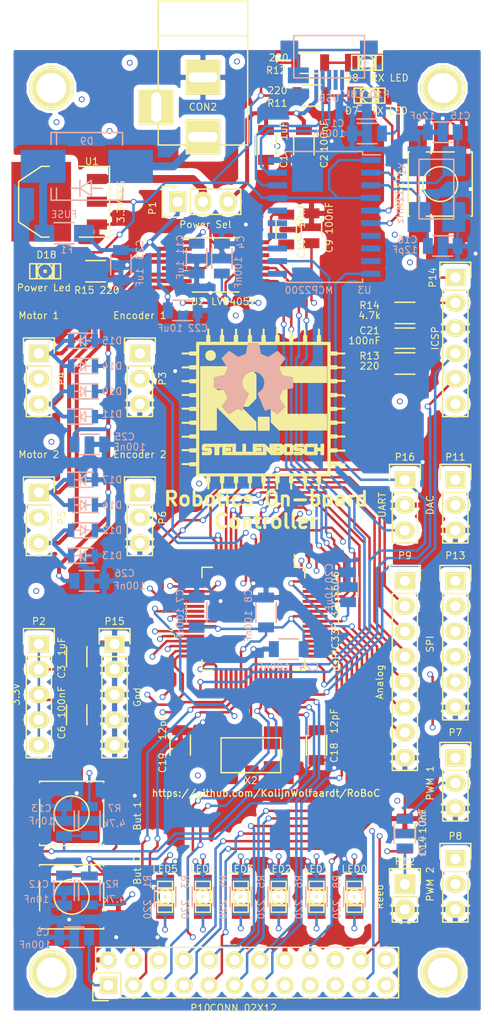
<source format=kicad_pcb>
(kicad_pcb (version 4) (host pcbnew "(2015-03-23 BZR 5533)-product")
  (layers (0 F.Cu signal) (1 In1.Cu signal) (2 In2.Cu signal) (31 B.Cu signal) (34 B.Paste user hide) (35 F.Paste user hide) (36 B.SilkS user) (37 F.SilkS user) (38 B.Mask user hide) (39 F.Mask user hide) (44 Edge.Cuts user hide))
  (net 0 "")
  (net 1 /power/V_USB)
  (net 2 GND)
  (net 3 V3.3)
  (net 4 /motors/C1H)
  (net 5 /motors/C1L)
  (net 6 /motors/VG)
  (net 7 /gpio/BUT_0)
  (net 8 /gpio/BUT_1)
  (net 9 /gpio/Reed)
  (net 10 /usb/USB_OSC1)
  (net 11 /usb/USB_OSC2)
  (net 12 "Net-(C17-Pad1)")
  (net 13 /mcu/OSC1)
  (net 14 /mcu/OSC2)
  (net 15 /mcu/Vcap)
  (net 16 /mcu/MCLR_in)
  (net 17 /motors/V_Bat)
  (net 18 /usb/USB_D-)
  (net 19 /usb/USB_D+)
  (net 20 "Net-(CON1-Pad4)")
  (net 21 "Net-(CON2-Pad1)")
  (net 22 "Net-(CON2-Pad3)")
  (net 23 /gpio/LED5)
  (net 24 "Net-(D1-Pad2)")
  (net 25 /gpio/LED4)
  (net 26 "Net-(D2-Pad2)")
  (net 27 /gpio/LED3)
  (net 28 "Net-(D3-Pad2)")
  (net 29 /gpio/LED2)
  (net 30 "Net-(D4-Pad2)")
  (net 31 /gpio/LED1)
  (net 32 "Net-(D5-Pad2)")
  (net 33 /gpio/LED0)
  (net 34 "Net-(D6-Pad2)")
  (net 35 "Net-(D7-Pad1)")
  (net 36 /usb/TX_LED)
  (net 37 "Net-(D8-Pad1)")
  (net 38 /usb/RX_LED)
  (net 39 "Net-(D9-Pad2)")
  (net 40 /motors/MOT1_2)
  (net 41 /motors/MOT2_2)
  (net 42 /motors/MOT1_1)
  (net 43 /motors/MOT2_1)
  (net 44 "Net-(D18-Pad2)")
  (net 45 "Net-(P1-Pad2)")
  (net 46 /mcu/MOT1_ENC)
  (net 47 "Net-(P4-Pad2)")
  (net 48 "Net-(P5-Pad2)")
  (net 49 /mcu/MOT2_ENC)
  (net 50 /motors/PWM1)
  (net 51 /motors/PWM2)
  (net 52 /gpio/AN0)
  (net 53 /gpio/AN1)
  (net 54 /gpio/AN2)
  (net 55 /gpio/AN3)
  (net 56 /gpio/AN4)
  (net 57 /gpio/AN5)
  (net 58 /gpio/SIO_C)
  (net 59 /gpio/SIO_D)
  (net 60 /gpio/vSync)
  (net 61 /gpio/Href)
  (net 62 /gpio/DATA_7)
  (net 63 /gpio/DATA_6)
  (net 64 /gpio/DATA_4)
  (net 65 /gpio/DATA_3)
  (net 66 /gpio/DATA_2)
  (net 67 /gpio/DATA_1)
  (net 68 /gpio/DATA_0)
  (net 69 /gpio/Strobe)
  (net 70 /gpio/RCK)
  (net 71 /gpio/~WR)
  (net 72 /gpio/~OE)
  (net 73 /gpio/~WRST)
  (net 74 /gpio/~RRST)
  (net 75 /gpio/DACOUT)
  (net 76 /gpio/SPI_CLK)
  (net 77 /gpio/SPI_MOSI)
  (net 78 /gpio/SPI_MISO)
  (net 79 /gpio/SPI_SS)
  (net 80 /mcu/PGD)
  (net 81 /mcu/PGC)
  (net 82 "Net-(P14-Pad6)")
  (net 83 /mcu/MCLR)
  (net 84 /mcu/MOT2_D2)
  (net 85 /mcu/MOT2_D1)
  (net 86 /mcu/MOT1_D2)
  (net 87 /mcu/MOT1_D1)
  (net 88 "Net-(U3-Pad7)")
  (net 89 "Net-(U3-Pad8)")
  (net 90 "Net-(U3-Pad9)")
  (net 91 /usb/MCU_RX)
  (net 92 "Net-(U3-Pad11)")
  (net 93 /usb/MCU_TX)
  (net 94 "Net-(U3-Pad13)")
  (net 95 "Net-(U3-Pad14)")
  (net 96 "Net-(U3-Pad15)")
  (net 97 "Net-(U3-Pad16)")
  (net 98 /mcu/MOT2_E)
  (net 99 /mcu/MOT1_E)
  (net 100 "Net-(P96-Pad1)")
  (net 101 "Net-(P97-Pad1)")
  (net 102 "Net-(P98-Pad1)")
  (net 103 "Net-(P99-Pad1)")
  (net 104 /gpio/DATA_5)
  (net 105 "Net-(P10-Pad23)")
  (net 106 "Net-(P10-Pad24)")
  (module Capacitors_SMD:C_1206 (layer F.Cu) (at 138.43 52.705 270)
    (fp_text reference C1 (at 1.651 -1.778 450) (layer F.SilkS) (effects (font (size 0.7 0.7) (thickness 0.1))))
    (fp_text value 1uF (at -1.397 -1.778 270) (layer F.SilkS) (effects (font (size 0.7 0.7) (thickness 0.1))))
    (pad 1 smd rect (at -1.5 0 270) (size 1 1.6) (layers F.Cu F.Paste F.Mask) (net 1 /power/V_USB))
    (pad 2 smd rect (at 1.5 0 270) (size 1 1.6) (layers F.Cu F.Paste F.Mask) (net 2 GND))
  )
  (module Capacitors_SMD:C_1206 (layer F.Cu) (at 142.24 52.705 270)
    (fp_text reference C2 (at 1.651 -2.032 450) (layer F.SilkS) (effects (font (size 0.7 0.7) (thickness 0.1))))
    (fp_text value 100nF (at -0.889 -2.032 450) (layer F.SilkS) (effects (font (size 0.7 0.7) (thickness 0.1))))
    (pad 1 smd rect (at -1.5 0 270) (size 1 1.6) (layers F.Cu F.Paste F.Mask) (net 1 /power/V_USB))
    (pad 2 smd rect (at 1.5 0 270) (size 1 1.6) (layers F.Cu F.Paste F.Mask) (net 2 GND))
  )
  (module Capacitors_SMD:C_1206 (layer F.Cu) (at 119.38 104.14 90)
    (fp_text reference C3 (at -1.524 -1.524 90) (layer F.SilkS) (effects (font (size 0.7 0.7) (thickness 0.1))))
    (fp_text value 1uF (at 1.016 -1.524 90) (layer F.SilkS) (effects (font (size 0.7 0.7) (thickness 0.1))))
    (pad 1 smd rect (at -1.5 0 90) (size 1 1.6) (layers F.Cu F.Paste F.Mask) (net 3 V3.3))
    (pad 2 smd rect (at 1.5 0 90) (size 1 1.6) (layers F.Cu F.Paste F.Mask) (net 2 GND))
  )
  (module Capacitors_SMD:C_1206 (layer B.Cu) (at 133.985 64.135 90)
    (fp_text reference C4 (at 1.651 1.905 90) (layer B.SilkS) (effects (font (size 0.7 0.7) (thickness 0.1)) (justify mirror)))
    (fp_text value 1uF (at -1.143 -4.191 90) (layer B.SilkS) (effects (font (size 0.7 0.7) (thickness 0.1)) (justify mirror)))
    (pad 1 smd rect (at -1.5 0 90) (size 1 1.6) (layers B.Cu B.Paste B.Mask) (net 3 V3.3))
    (pad 2 smd rect (at 1.5 0 90) (size 1 1.6) (layers B.Cu B.Paste B.Mask) (net 2 GND))
  )
  (module Capacitors_SMD:C_1206 (layer B.Cu) (at 119.126 132.334 180)
    (fp_text reference C5 (at 3.175 0.508 360) (layer B.SilkS) (effects (font (size 0.7 0.7) (thickness 0.1)) (justify mirror)))
    (fp_text value 100nF (at 3.937 -0.762 180) (layer B.SilkS) (effects (font (size 0.7 0.7) (thickness 0.1)) (justify mirror)))
    (pad 1 smd rect (at -1.5 0 180) (size 1 1.6) (layers B.Cu B.Paste B.Mask) (net 3 V3.3))
    (pad 2 smd rect (at 1.5 0 180) (size 1 1.6) (layers B.Cu B.Paste B.Mask) (net 2 GND))
  )
  (module Capacitors_SMD:C_1206 (layer F.Cu) (at 119.38 109.982 270)
    (fp_text reference C6 (at 1.778 1.524 270) (layer F.SilkS) (effects (font (size 0.7 0.7) (thickness 0.1))))
    (fp_text value 100nF (at -1.27 1.524 270) (layer F.SilkS) (effects (font (size 0.7 0.7) (thickness 0.1))))
    (pad 1 smd rect (at -1.5 0 270) (size 1 1.6) (layers F.Cu F.Paste F.Mask) (net 3 V3.3))
    (pad 2 smd rect (at 1.5 0 270) (size 1 1.6) (layers F.Cu F.Paste F.Mask) (net 2 GND))
  )
  (module Capacitors_SMD:C_1206 (layer B.Cu) (at 131.445 99.695 90)
    (fp_text reference C7 (at 1.651 -1.651 90) (layer B.SilkS) (effects (font (size 0.7 0.7) (thickness 0.1)) (justify mirror)))
    (fp_text value 100nF (at -1.143 -1.651 90) (layer B.SilkS) (effects (font (size 0.7 0.7) (thickness 0.1)) (justify mirror)))
    (pad 1 smd rect (at -1.5 0 90) (size 1 1.6) (layers B.Cu B.Paste B.Mask) (net 3 V3.3))
    (pad 2 smd rect (at 1.5 0 90) (size 1 1.6) (layers B.Cu B.Paste B.Mask) (net 2 GND))
  )
  (module Capacitors_SMD:C_1206 (layer B.Cu) (at 138.43 99.695 90)
    (fp_text reference C8 (at 1.651 -1.778 90) (layer B.SilkS) (effects (font (size 0.7 0.7) (thickness 0.1)) (justify mirror)))
    (fp_text value 100nF (at -1.397 -1.778 90) (layer B.SilkS) (effects (font (size 0.7 0.7) (thickness 0.1)) (justify mirror)))
    (pad 1 smd rect (at -1.5 0 90) (size 1 1.6) (layers B.Cu B.Paste B.Mask) (net 3 V3.3))
    (pad 2 smd rect (at 1.5 0 90) (size 1 1.6) (layers B.Cu B.Paste B.Mask) (net 2 GND))
  )
  (module Capacitors_SMD:C_1206 (layer F.Cu) (at 143.002 61.087 90)
    (fp_text reference C9 (at -1.778 1.778 90) (layer F.SilkS) (effects (font (size 0.7 0.7) (thickness 0.1))))
    (fp_text value 100nF (at 1.016 1.778 90) (layer F.SilkS) (effects (font (size 0.7 0.7) (thickness 0.1))))
    (pad 1 smd rect (at -1.5 0 90) (size 1 1.6) (layers F.Cu F.Paste F.Mask) (net 3 V3.3))
    (pad 2 smd rect (at 1.5 0 90) (size 1 1.6) (layers F.Cu F.Paste F.Mask) (net 2 GND))
  )
  (module Capacitors_SMD:C_1206 (layer F.Cu) (at 140.462 61.214 270)
    (fp_text reference C10 (at 1.905 -1.524 450) (layer F.SilkS) (effects (font (size 0.7 0.7) (thickness 0.1))))
    (fp_text value 10nF (at -1.397 -1.524 450) (layer F.SilkS) (effects (font (size 0.7 0.7) (thickness 0.1))))
    (pad 1 smd rect (at -1.5 0 270) (size 1 1.6) (layers F.Cu F.Paste F.Mask) (net 4 /motors/C1H))
    (pad 2 smd rect (at 1.5 0 270) (size 1 1.6) (layers F.Cu F.Paste F.Mask) (net 5 /motors/C1L))
  )
  (module Capacitors_SMD:C_1206 (layer B.Cu) (at 131.445 64.135 270)
    (fp_text reference C11 (at -1.397 1.651 270) (layer B.SilkS) (effects (font (size 0.7 0.7) (thickness 0.1)) (justify mirror)))
    (fp_text value 100nF (at 1.397 -4.191 270) (layer B.SilkS) (effects (font (size 0.7 0.7) (thickness 0.1)) (justify mirror)))
    (pad 1 smd rect (at -1.5 0 270) (size 1 1.6) (layers B.Cu B.Paste B.Mask) (net 6 /motors/VG))
    (pad 2 smd rect (at 1.5 0 270) (size 1 1.6) (layers B.Cu B.Paste B.Mask) (net 2 GND))
  )
  (module Capacitors_SMD:C_1206 (layer B.Cu) (at 118.11 127.635 90)
    (fp_text reference C12 (at 0.635 -2.54 180) (layer B.SilkS) (effects (font (size 0.7 0.7) (thickness 0.1)) (justify mirror)))
    (fp_text value 10nF (at -0.889 -2.794 180) (layer B.SilkS) (effects (font (size 0.7 0.7) (thickness 0.1)) (justify mirror)))
    (pad 1 smd rect (at -1.5 0 90) (size 1 1.6) (layers B.Cu B.Paste B.Mask) (net 2 GND))
    (pad 2 smd rect (at 1.5 0 90) (size 1 1.6) (layers B.Cu B.Paste B.Mask) (net 7 /gpio/BUT_0))
  )
  (module Capacitors_SMD:C_1206 (layer B.Cu) (at 118.11 120.65 270)
    (fp_text reference C13 (at -1.27 2.286 360) (layer B.SilkS) (effects (font (size 0.7 0.7) (thickness 0.1)) (justify mirror)))
    (fp_text value 10nF (at 0 2.286 360) (layer B.SilkS) (effects (font (size 0.7 0.7) (thickness 0.1)) (justify mirror)))
    (pad 1 smd rect (at -1.5 0 270) (size 1 1.6) (layers B.Cu B.Paste B.Mask) (net 2 GND))
    (pad 2 smd rect (at 1.5 0 270) (size 1 1.6) (layers B.Cu B.Paste B.Mask) (net 8 /gpio/BUT_1))
  )
  (module Capacitors_SMD:C_1206 (layer F.Cu) (at 152.4 121.92 270)
    (fp_text reference C14 (at 1.27 -1.778 270) (layer F.SilkS) (effects (font (size 0.7 0.7) (thickness 0.1))))
    (fp_text value 10nF (at -1.27 -1.778 270) (layer F.SilkS) (effects (font (size 0.7 0.7) (thickness 0.1))))
    (pad 1 smd rect (at -1.5 0 270) (size 1 1.6) (layers F.Cu F.Paste F.Mask) (net 2 GND))
    (pad 2 smd rect (at 1.5 0 270) (size 1 1.6) (layers F.Cu F.Paste F.Mask) (net 9 /gpio/Reed))
  )
  (module Capacitors_SMD:C_1206 (layer B.Cu) (at 156.21 51.435 180)
    (fp_text reference C15 (at -1.778 1.651 180) (layer B.SilkS) (effects (font (size 0.7 0.7) (thickness 0.1)) (justify mirror)))
    (fp_text value 12pF (at 2.032 1.651 180) (layer B.SilkS) (effects (font (size 0.7 0.7) (thickness 0.1)) (justify mirror)))
    (pad 1 smd rect (at -1.5 0 180) (size 1 1.6) (layers B.Cu B.Paste B.Mask) (net 10 /usb/USB_OSC1))
    (pad 2 smd rect (at 1.5 0 180) (size 1 1.6) (layers B.Cu B.Paste B.Mask) (net 2 GND))
  )
  (module Capacitors_SMD:C_1206 (layer B.Cu) (at 156.21 62.865)
    (fp_text reference C16 (at -3.556 -0.635) (layer B.SilkS) (effects (font (size 0.7 0.7) (thickness 0.1)) (justify mirror)))
    (fp_text value 12pF (at -3.81 0.381) (layer B.SilkS) (effects (font (size 0.7 0.7) (thickness 0.1)) (justify mirror)))
    (pad 1 smd rect (at -1.5 0) (size 1 1.6) (layers B.Cu B.Paste B.Mask) (net 11 /usb/USB_OSC2))
    (pad 2 smd rect (at 1.5 0) (size 1 1.6) (layers B.Cu B.Paste B.Mask) (net 2 GND))
  )
  (module Capacitors_SMD:C_1206 (layer B.Cu) (at 148.59 51.562 180)
    (fp_text reference C17 (at 3.302 1.016 180) (layer B.SilkS) (effects (font (size 0.7 0.7) (thickness 0.1)) (justify mirror)))
    (fp_text value 100nF (at 3.81 0 180) (layer B.SilkS) (effects (font (size 0.7 0.7) (thickness 0.1)) (justify mirror)))
    (pad 1 smd rect (at -1.5 0 180) (size 1 1.6) (layers B.Cu B.Paste B.Mask) (net 12 "Net-(C17-Pad1)"))
    (pad 2 smd rect (at 1.5 0 180) (size 1 1.6) (layers B.Cu B.Paste B.Mask) (net 2 GND))
  )
  (module Capacitors_SMD:C_1206 (layer F.Cu) (at 143.51 113.03 90)
    (fp_text reference C18 (at -0.762 1.778 90) (layer F.SilkS) (effects (font (size 0.7 0.7) (thickness 0.1))))
    (fp_text value 12pF (at 2.413 1.778 90) (layer F.SilkS) (effects (font (size 0.7 0.7) (thickness 0.1))))
    (pad 1 smd rect (at -1.5 0 90) (size 1 1.6) (layers F.Cu F.Paste F.Mask) (net 2 GND))
    (pad 2 smd rect (at 1.5 0 90) (size 1 1.6) (layers F.Cu F.Paste F.Mask) (net 13 /mcu/OSC1))
  )
  (module Capacitors_SMD:C_1206 (layer F.Cu) (at 129.794 113.03 270)
    (fp_text reference C19 (at 1.778 1.778 270) (layer F.SilkS) (effects (font (size 0.7 0.7) (thickness 0.1))))
    (fp_text value 12pF (at -1.778 1.778 270) (layer F.SilkS) (effects (font (size 0.7 0.7) (thickness 0.1))))
    (pad 1 smd rect (at -1.5 0 270) (size 1 1.6) (layers F.Cu F.Paste F.Mask) (net 2 GND))
    (pad 2 smd rect (at 1.5 0 270) (size 1 1.6) (layers F.Cu F.Paste F.Mask) (net 14 /mcu/OSC2))
  )
  (module Capacitors_SMD:C_1206 (layer B.Cu) (at 146.685 97.155 270)
    (fp_text reference C20 (at -1.397 1.905 270) (layer B.SilkS) (effects (font (size 0.7 0.7) (thickness 0.1)) (justify mirror)))
    (fp_text value 10uF (at 1.143 1.905 450) (layer B.SilkS) (effects (font (size 0.7 0.7) (thickness 0.1)) (justify mirror)))
    (pad 1 smd rect (at -1.5 0 270) (size 1 1.6) (layers B.Cu B.Paste B.Mask) (net 2 GND))
    (pad 2 smd rect (at 1.5 0 270) (size 1 1.6) (layers B.Cu B.Paste B.Mask) (net 15 /mcu/Vcap))
  )
  (module Capacitors_SMD:C_1206 (layer F.Cu) (at 152.4 72.136)
    (fp_text reference C21 (at -3.556 -0.762) (layer F.SilkS) (effects (font (size 0.7 0.7) (thickness 0.1))))
    (fp_text value 100nF (at -4.064 0.254) (layer F.SilkS) (effects (font (size 0.7 0.7) (thickness 0.1))))
    (pad 1 smd rect (at -1.5 0) (size 1 1.6) (layers F.Cu F.Paste F.Mask) (net 16 /mcu/MCLR_in))
    (pad 2 smd rect (at 1.5 0) (size 1 1.6) (layers F.Cu F.Paste F.Mask) (net 2 GND))
  )
  (module Capacitors_SMD:C_1206 (layer B.Cu) (at 130.048 69.342)
    (fp_text reference C22 (at 1.524 1.778) (layer B.SilkS) (effects (font (size 0.7 0.7) (thickness 0.1)) (justify mirror)))
    (fp_text value 10uF (at -1.27 1.778) (layer B.SilkS) (effects (font (size 0.7 0.7) (thickness 0.1)) (justify mirror)))
    (pad 1 smd rect (at -1.5 0) (size 1 1.6) (layers B.Cu B.Paste B.Mask) (net 17 /motors/V_Bat))
    (pad 2 smd rect (at 1.5 0) (size 1 1.6) (layers B.Cu B.Paste B.Mask) (net 2 GND))
  )
  (module Capacitors_SMD:C_1206 (layer B.Cu) (at 123.825 64.77 270)
    (fp_text reference C23 (at -1.524 -1.905 450) (layer B.SilkS) (effects (font (size 0.7 0.7) (thickness 0.1)) (justify mirror)))
    (fp_text value 1uF (at 1.27 -1.905 270) (layer B.SilkS) (effects (font (size 0.7 0.7) (thickness 0.1)) (justify mirror)))
    (pad 1 smd rect (at -1.5 0 270) (size 1 1.6) (layers B.Cu B.Paste B.Mask) (net 17 /motors/V_Bat))
    (pad 2 smd rect (at 1.5 0 270) (size 1 1.6) (layers B.Cu B.Paste B.Mask) (net 2 GND))
  )
  (module RoBoC:USB_Micro (layer B.Cu) (at 144.78 45.72)
    (fp_text reference CON1 hide)
    (fp_text value USB (at 0 2.286 180) (layer B.SilkS) (effects (font (size 0.7 0.7) (thickness 0.1)) (justify mirror)))
    (pad 1 smd rect (at -1.3 0.45) (size 0.4 2) (layers B.Cu B.Paste B.Mask) (net 1 /power/V_USB))
    (pad 2 smd rect (at -0.65 0.45) (size 0.4 2) (layers B.Cu B.Paste B.Mask) (net 18 /usb/USB_D-))
    (pad 3 smd rect (at 0 0.45) (size 0.4 2) (layers B.Cu B.Paste B.Mask) (net 19 /usb/USB_D+))
    (pad 4 smd rect (at 0.65 0.45) (size 0.4 2) (layers B.Cu B.Paste B.Mask) (net 20 "Net-(CON1-Pad4)"))
    (pad 5 smd rect (at 1.3 0.45) (size 0.4 2) (layers B.Cu B.Paste B.Mask) (net 2 GND))
    (pad 6 smd rect (at 3.1 0) (size 2.1 1.6) (layers B.Cu B.Paste B.Mask) (net 12 "Net-(C17-Pad1)"))
    (pad 7 smd rect (at -3.1 0) (size 2.1 1.6) (layers B.Cu B.Paste B.Mask) (net 12 "Net-(C17-Pad1)"))
    (pad 8 smd rect (at 4 -2.55) (size 1.8 1.9) (layers B.Cu B.Paste B.Mask) (net 12 "Net-(C17-Pad1)"))
    (pad 9 smd rect (at -4 -2.55) (size 1.8 1.9) (layers B.Cu B.Paste B.Mask) (net 12 "Net-(C17-Pad1)"))
  )
  (module Connect:BARREL_JACK (layer F.Cu) (at 132.08 45.72 270)
    (fp_text reference CON2 (at 3.175 0 360) (layer F.SilkS) (effects (font (size 0.7 0.7) (thickness 0.1))))
    (fp_text value BARREL_JACK hide)
    (pad 1 thru_hole rect (at 6.20014 0 270) (size 3.50012 3.50012) (drill oval 1.00076 2.99974) (layers *.Cu *.Mask F.SilkS) (net 21 "Net-(CON2-Pad1)"))
    (pad 2 thru_hole rect (at 0.20066 0 270) (size 3.50012 3.50012) (drill oval 1.00076 2.99974) (layers *.Cu *.Mask F.SilkS) (net 2 GND))
    (pad 3 thru_hole rect (at 3.2004 4.699 270) (size 3.50012 3.50012) (drill oval 2.99974 1.00076) (layers *.Cu *.Mask F.SilkS) (net 22 "Net-(CON2-Pad3)"))
  )
  (module LEDs:LED-1206 (layer F.Cu) (at 128.27 128.27 270)
    (fp_text reference D1 hide)
    (fp_text value LED5 (at -2.794 0 360) (layer F.SilkS) (effects (font (size 0.7 0.7) (thickness 0.1))))
    (pad 1 smd rect (at -1.41986 0 270) (size 1.59766 1.80086) (layers F.Cu F.Paste F.Mask) (net 23 /gpio/LED5))
    (pad 2 smd rect (at 1.41986 0 270) (size 1.59766 1.80086) (layers F.Cu F.Paste F.Mask) (net 24 "Net-(D1-Pad2)"))
  )
  (module LEDs:LED-1206 (layer F.Cu) (at 132.08 128.27 270)
    (fp_text reference D2 hide)
    (fp_text value LED4 (at -2.794 0 360) (layer F.SilkS) (effects (font (size 0.7 0.7) (thickness 0.1))))
    (pad 1 smd rect (at -1.41986 0 270) (size 1.59766 1.80086) (layers F.Cu F.Paste F.Mask) (net 25 /gpio/LED4))
    (pad 2 smd rect (at 1.41986 0 270) (size 1.59766 1.80086) (layers F.Cu F.Paste F.Mask) (net 26 "Net-(D2-Pad2)"))
  )
  (module LEDs:LED-1206 (layer F.Cu) (at 135.89 128.27 270)
    (fp_text reference D3 hide)
    (fp_text value LED3 (at -2.794 0 360) (layer F.SilkS) (effects (font (size 0.7 0.7) (thickness 0.1))))
    (pad 1 smd rect (at -1.41986 0 270) (size 1.59766 1.80086) (layers F.Cu F.Paste F.Mask) (net 27 /gpio/LED3))
    (pad 2 smd rect (at 1.41986 0 270) (size 1.59766 1.80086) (layers F.Cu F.Paste F.Mask) (net 28 "Net-(D3-Pad2)"))
  )
  (module LEDs:LED-1206 (layer F.Cu) (at 139.7 128.27 270)
    (fp_text reference D4 hide)
    (fp_text value LED2 (at -2.794 0 360) (layer F.SilkS) (effects (font (size 0.7 0.7) (thickness 0.1))))
    (pad 1 smd rect (at -1.41986 0 270) (size 1.59766 1.80086) (layers F.Cu F.Paste F.Mask) (net 29 /gpio/LED2))
    (pad 2 smd rect (at 1.41986 0 270) (size 1.59766 1.80086) (layers F.Cu F.Paste F.Mask) (net 30 "Net-(D4-Pad2)"))
  )
  (module LEDs:LED-1206 (layer F.Cu) (at 143.51 128.27 270)
    (fp_text reference D5 hide)
    (fp_text value LED1 (at -2.794 0 360) (layer F.SilkS) (effects (font (size 0.7 0.7) (thickness 0.1))))
    (pad 1 smd rect (at -1.41986 0 270) (size 1.59766 1.80086) (layers F.Cu F.Paste F.Mask) (net 31 /gpio/LED1))
    (pad 2 smd rect (at 1.41986 0 270) (size 1.59766 1.80086) (layers F.Cu F.Paste F.Mask) (net 32 "Net-(D5-Pad2)"))
  )
  (module LEDs:LED-1206 (layer F.Cu) (at 147.32 128.27 270)
    (fp_text reference D6 hide)
    (fp_text value LED0 (at -2.794 0 360) (layer F.SilkS) (effects (font (size 0.7 0.7) (thickness 0.1))))
    (pad 1 smd rect (at -1.41986 0 270) (size 1.59766 1.80086) (layers F.Cu F.Paste F.Mask) (net 33 /gpio/LED0))
    (pad 2 smd rect (at 1.41986 0 270) (size 1.59766 1.80086) (layers F.Cu F.Paste F.Mask) (net 34 "Net-(D6-Pad2)"))
  )
  (module LEDs:LED-1206 (layer F.Cu) (at 148.844 47.752)
    (fp_text reference D7 (at -1.778 1.524) (layer F.SilkS) (effects (font (size 0.7 0.7) (thickness 0.1))))
    (fp_text value "TX LED" (at 2.032 1.524) (layer F.SilkS) (effects (font (size 0.7 0.7) (thickness 0.1))))
    (pad 1 smd rect (at -1.41986 0) (size 1.59766 1.80086) (layers F.Cu F.Paste F.Mask) (net 35 "Net-(D7-Pad1)"))
    (pad 2 smd rect (at 1.41986 0) (size 1.59766 1.80086) (layers F.Cu F.Paste F.Mask) (net 36 /usb/TX_LED))
  )
  (module LEDs:LED-1206 (layer F.Cu) (at 148.59 44.45)
    (fp_text reference D8 (at -1.524 1.524) (layer F.SilkS) (effects (font (size 0.7 0.7) (thickness 0.1))))
    (fp_text value "RX LED" (at 2.286 1.524 180) (layer F.SilkS) (effects (font (size 0.7 0.7) (thickness 0.1))))
    (pad 1 smd rect (at -1.41986 0) (size 1.59766 1.80086) (layers F.Cu F.Paste F.Mask) (net 37 "Net-(D8-Pad1)"))
    (pad 2 smd rect (at 1.41986 0) (size 1.59766 1.80086) (layers F.Cu F.Paste F.Mask) (net 38 /usb/RX_LED))
  )
  (module Diodes_SMD:Diode-SMC_Handsoldering (layer B.Cu) (at 120.396 54.864 180)
    (fp_text reference D9 (at 0 2.54 180) (layer B.SilkS) (effects (font (size 0.7 0.7) (thickness 0.1)) (justify mirror)))
    (fp_text value D hide)
    (pad 1 smd rect (at -4.39928 0 90) (size 3.29946 4.50088) (layers B.Cu B.Paste B.Mask) (net 21 "Net-(CON2-Pad1)"))
    (pad 2 smd rect (at 4.39928 0 90) (size 3.29946 4.49834) (layers B.Cu B.Paste B.Mask) (net 39 "Net-(D9-Pad2)"))
  )
  (module LEDs:LED-1206 (layer F.Cu) (at 116.205 65.405)
    (fp_text reference D18 (at 0.127 -1.651) (layer F.SilkS) (effects (font (size 0.7 0.7) (thickness 0.1))))
    (fp_text value "Power Led" (at -0.127 1.651) (layer F.SilkS) (effects (font (size 0.7 0.7) (thickness 0.1))))
    (pad 1 smd rect (at -1.41986 0) (size 1.59766 1.80086) (layers F.Cu F.Paste F.Mask) (net 3 V3.3))
    (pad 2 smd rect (at 1.41986 0) (size 1.59766 1.80086) (layers F.Cu F.Paste F.Mask) (net 44 "Net-(D18-Pad2)"))
  )
  (module Resistors_SMD:R_1206_HandSoldering (layer B.Cu) (at 118.11 61.595)
    (fp_text reference F1 (at 0.254 1.651) (layer B.SilkS) (effects (font (size 0.7 0.7) (thickness 0.1)) (justify mirror)))
    (fp_text value FUSE (at 0 -1.905) (layer B.SilkS) (effects (font (size 0.7 0.7) (thickness 0.1)) (justify mirror)))
    (pad 1 smd rect (at -2 0) (size 2 1.7) (layers B.Cu B.Paste B.Mask) (net 39 "Net-(D9-Pad2)"))
    (pad 2 smd rect (at 2 0) (size 2 1.7) (layers B.Cu B.Paste B.Mask) (net 17 /motors/V_Bat))
  )
  (module Pin_Headers:Pin_Header_Straight_1x03 (layer F.Cu) (at 129.54 58.42 90)
    (fp_text reference P1 (at -0.635 -2.54 90) (layer F.SilkS) (effects (font (size 0.7 0.7) (thickness 0.1))))
    (fp_text value "Power Sel" (at -2.286 2.794 180) (layer F.SilkS) (effects (font (size 0.7 0.7) (thickness 0.1))))
    (pad 1 thru_hole rect (at 0 0 90) (size 2.032 1.7272) (drill 1.016) (layers *.Cu *.Mask F.SilkS) (net 17 /motors/V_Bat))
    (pad 2 thru_hole oval (at 0 2.54 90) (size 2.032 1.7272) (drill 1.016) (layers *.Cu *.Mask F.SilkS) (net 45 "Net-(P1-Pad2)"))
    (pad 3 thru_hole oval (at 0 5.08 90) (size 2.032 1.7272) (drill 1.016) (layers *.Cu *.Mask F.SilkS) (net 1 /power/V_USB))
  )
  (module Pin_Headers:Pin_Header_Straight_1x03 (layer F.Cu) (at 125.73 73.66)
    (fp_text reference P3 (at 2.286 2.54 90) (layer F.SilkS) (effects (font (size 0.7 0.7) (thickness 0.1))))
    (fp_text value "Encoder 1" (at 0 -3.81 180) (layer F.SilkS) (effects (font (size 0.7 0.7) (thickness 0.1))))
    (pad 1 thru_hole rect (at 0 0) (size 2.032 1.7272) (drill 1.016) (layers *.Cu *.Mask F.SilkS) (net 3 V3.3))
    (pad 2 thru_hole oval (at 0 2.54) (size 2.032 1.7272) (drill 1.016) (layers *.Cu *.Mask F.SilkS) (net 46 /mcu/MOT1_ENC))
    (pad 3 thru_hole oval (at 0 5.08) (size 2.032 1.7272) (drill 1.016) (layers *.Cu *.Mask F.SilkS) (net 2 GND))
  )
  (module Pin_Headers:Pin_Header_Straight_1x03 (layer F.Cu) (at 115.57 73.66)
    (fp_text reference P4 (at 2.286 2.54 90) (layer F.SilkS) (effects (font (size 0.7 0.7) (thickness 0.1))))
    (fp_text value "Motor 1" (at 0 -3.81) (layer F.SilkS) (effects (font (size 0.7 0.7) (thickness 0.1))))
    (pad 1 thru_hole rect (at 0 0) (size 2.032 1.7272) (drill 1.016) (layers *.Cu *.Mask F.SilkS) (net 42 /motors/MOT1_1))
    (pad 2 thru_hole oval (at 0 2.54) (size 2.032 1.7272) (drill 1.016) (layers *.Cu *.Mask F.SilkS) (net 47 "Net-(P4-Pad2)"))
    (pad 3 thru_hole oval (at 0 5.08) (size 2.032 1.7272) (drill 1.016) (layers *.Cu *.Mask F.SilkS) (net 40 /motors/MOT1_2))
  )
  (module Pin_Headers:Pin_Header_Straight_1x03 (layer F.Cu) (at 115.57 87.63)
    (fp_text reference P5 (at 2.286 2.54 90) (layer F.SilkS) (effects (font (size 0.7 0.7) (thickness 0.1))))
    (fp_text value "Motor 2" (at 0 -3.81) (layer F.SilkS) (effects (font (size 0.7 0.7) (thickness 0.1))))
    (pad 1 thru_hole rect (at 0 0) (size 2.032 1.7272) (drill 1.016) (layers *.Cu *.Mask F.SilkS) (net 43 /motors/MOT2_1))
    (pad 2 thru_hole oval (at 0 2.54) (size 2.032 1.7272) (drill 1.016) (layers *.Cu *.Mask F.SilkS) (net 48 "Net-(P5-Pad2)"))
    (pad 3 thru_hole oval (at 0 5.08) (size 2.032 1.7272) (drill 1.016) (layers *.Cu *.Mask F.SilkS) (net 41 /motors/MOT2_2))
  )
  (module Pin_Headers:Pin_Header_Straight_1x03 (layer F.Cu) (at 125.73 87.63)
    (fp_text reference P6 (at 2.286 2.54 90) (layer F.SilkS) (effects (font (size 0.7 0.7) (thickness 0.1))))
    (fp_text value "Encoder 2" (at 0 -3.81 180) (layer F.SilkS) (effects (font (size 0.7 0.7) (thickness 0.1))))
    (pad 1 thru_hole rect (at 0 0) (size 2.032 1.7272) (drill 1.016) (layers *.Cu *.Mask F.SilkS) (net 3 V3.3))
    (pad 2 thru_hole oval (at 0 2.54) (size 2.032 1.7272) (drill 1.016) (layers *.Cu *.Mask F.SilkS) (net 49 /mcu/MOT2_ENC))
    (pad 3 thru_hole oval (at 0 5.08) (size 2.032 1.7272) (drill 1.016) (layers *.Cu *.Mask F.SilkS) (net 2 GND))
  )
  (module Pin_Headers:Pin_Header_Straight_1x03 (layer F.Cu) (at 157.48 114.3)
    (fp_text reference P7 (at 0 -2.54) (layer F.SilkS) (effects (font (size 0.7 0.7) (thickness 0.1))))
    (fp_text value "PWM 1" (at -2.54 2.54 90) (layer F.SilkS) (effects (font (size 0.7 0.7) (thickness 0.1))))
    (pad 1 thru_hole rect (at 0 0) (size 2.032 1.7272) (drill 1.016) (layers *.Cu *.Mask F.SilkS) (net 50 /motors/PWM1))
    (pad 2 thru_hole oval (at 0 2.54) (size 2.032 1.7272) (drill 1.016) (layers *.Cu *.Mask F.SilkS) (net 3 V3.3))
    (pad 3 thru_hole oval (at 0 5.08) (size 2.032 1.7272) (drill 1.016) (layers *.Cu *.Mask F.SilkS) (net 2 GND))
  )
  (module Pin_Headers:Pin_Header_Straight_1x03 (layer F.Cu) (at 157.48 124.46)
    (fp_text reference P8 (at 0 -2.286) (layer F.SilkS) (effects (font (size 0.7 0.7) (thickness 0.1))))
    (fp_text value "PWM 2" (at -2.54 2.54 90) (layer F.SilkS) (effects (font (size 0.7 0.7) (thickness 0.1))))
    (pad 1 thru_hole rect (at 0 0) (size 2.032 1.7272) (drill 1.016) (layers *.Cu *.Mask F.SilkS) (net 51 /motors/PWM2))
    (pad 2 thru_hole oval (at 0 2.54) (size 2.032 1.7272) (drill 1.016) (layers *.Cu *.Mask F.SilkS) (net 3 V3.3))
    (pad 3 thru_hole oval (at 0 5.08) (size 2.032 1.7272) (drill 1.016) (layers *.Cu *.Mask F.SilkS) (net 2 GND))
  )
  (module Pin_Headers:Pin_Header_Straight_1x08 (layer F.Cu) (at 152.4 96.52)
    (fp_text reference P9 (at 0 -2.54) (layer F.SilkS) (effects (font (size 0.7 0.7) (thickness 0.1))))
    (fp_text value Analog (at -2.54 10.16 90) (layer F.SilkS) (effects (font (size 0.7 0.7) (thickness 0.1))))
    (pad 1 thru_hole rect (at 0 0) (size 2.032 1.7272) (drill 1.016) (layers *.Cu *.Mask F.SilkS) (net 3 V3.3))
    (pad 2 thru_hole oval (at 0 2.54) (size 2.032 1.7272) (drill 1.016) (layers *.Cu *.Mask F.SilkS) (net 52 /gpio/AN0))
    (pad 3 thru_hole oval (at 0 5.08) (size 2.032 1.7272) (drill 1.016) (layers *.Cu *.Mask F.SilkS) (net 53 /gpio/AN1))
    (pad 4 thru_hole oval (at 0 7.62) (size 2.032 1.7272) (drill 1.016) (layers *.Cu *.Mask F.SilkS) (net 54 /gpio/AN2))
    (pad 5 thru_hole oval (at 0 10.16) (size 2.032 1.7272) (drill 1.016) (layers *.Cu *.Mask F.SilkS) (net 55 /gpio/AN3))
    (pad 6 thru_hole oval (at 0 12.7) (size 2.032 1.7272) (drill 1.016) (layers *.Cu *.Mask F.SilkS) (net 56 /gpio/AN4))
    (pad 7 thru_hole oval (at 0 15.24) (size 2.032 1.7272) (drill 1.016) (layers *.Cu *.Mask F.SilkS) (net 57 /gpio/AN5))
    (pad 8 thru_hole oval (at 0 17.78) (size 2.032 1.7272) (drill 1.016) (layers *.Cu *.Mask F.SilkS) (net 2 GND))
  )
  (module Pin_Headers:Pin_Header_Straight_1x03 (layer F.Cu) (at 157.48 86.36)
    (fp_text reference P11 (at 0 -2.286) (layer F.SilkS) (effects (font (size 0.7 0.7) (thickness 0.1))))
    (fp_text value DAC (at -2.54 2.54 90) (layer F.SilkS) (effects (font (size 0.7 0.7) (thickness 0.1))))
    (pad 1 thru_hole rect (at 0 0) (size 2.032 1.7272) (drill 1.016) (layers *.Cu *.Mask F.SilkS) (net 3 V3.3))
    (pad 2 thru_hole oval (at 0 2.54) (size 2.032 1.7272) (drill 1.016) (layers *.Cu *.Mask F.SilkS) (net 75 /gpio/DACOUT))
    (pad 3 thru_hole oval (at 0 5.08) (size 2.032 1.7272) (drill 1.016) (layers *.Cu *.Mask F.SilkS) (net 2 GND))
  )
  (module Pin_Headers:Pin_Header_Straight_1x02 (layer F.Cu) (at 152.4 127)
    (fp_text reference P12 (at 0 -2.286) (layer F.SilkS) (effects (font (size 0.7 0.7) (thickness 0.1))))
    (fp_text value Reed (at -2.54 1.27 90) (layer F.SilkS) (effects (font (size 0.7 0.7) (thickness 0.1))))
    (pad 1 thru_hole rect (at 0 0) (size 2.032 2.032) (drill 1.016) (layers *.Cu *.Mask F.SilkS) (net 9 /gpio/Reed))
    (pad 2 thru_hole oval (at 0 2.54) (size 2.032 2.032) (drill 1.016) (layers *.Cu *.Mask F.SilkS) (net 2 GND))
  )
  (module Pin_Headers:Pin_Header_Straight_1x06 (layer F.Cu) (at 157.48 96.52)
    (fp_text reference P13 (at 0 -2.54) (layer F.SilkS) (effects (font (size 0.7 0.7) (thickness 0.1))))
    (fp_text value SPI (at -2.54 6.35 90) (layer F.SilkS) (effects (font (size 0.7 0.7) (thickness 0.1))))
    (pad 1 thru_hole rect (at 0 0) (size 2.032 1.7272) (drill 1.016) (layers *.Cu *.Mask F.SilkS) (net 3 V3.3))
    (pad 2 thru_hole oval (at 0 2.54) (size 2.032 1.7272) (drill 1.016) (layers *.Cu *.Mask F.SilkS) (net 76 /gpio/SPI_CLK))
    (pad 3 thru_hole oval (at 0 5.08) (size 2.032 1.7272) (drill 1.016) (layers *.Cu *.Mask F.SilkS) (net 77 /gpio/SPI_MOSI))
    (pad 4 thru_hole oval (at 0 7.62) (size 2.032 1.7272) (drill 1.016) (layers *.Cu *.Mask F.SilkS) (net 78 /gpio/SPI_MISO))
    (pad 5 thru_hole oval (at 0 10.16) (size 2.032 1.7272) (drill 1.016) (layers *.Cu *.Mask F.SilkS) (net 79 /gpio/SPI_SS))
    (pad 6 thru_hole oval (at 0 12.7) (size 2.032 1.7272) (drill 1.016) (layers *.Cu *.Mask F.SilkS) (net 2 GND))
  )
  (module Pin_Headers:Pin_Header_Straight_1x06 (layer F.Cu) (at 157.48 66.04)
    (fp_text reference P14 (at -2.286 0 90) (layer F.SilkS) (effects (font (size 0.7 0.7) (thickness 0.1))))
    (fp_text value ICSP (at -2.032 6.096 90) (layer F.SilkS) (effects (font (size 0.7 0.7) (thickness 0.1))))
    (pad 1 thru_hole rect (at 0 0) (size 2.032 1.7272) (drill 1.016) (layers *.Cu *.Mask F.SilkS) (net 16 /mcu/MCLR_in))
    (pad 2 thru_hole oval (at 0 2.54) (size 2.032 1.7272) (drill 1.016) (layers *.Cu *.Mask F.SilkS) (net 3 V3.3))
    (pad 3 thru_hole oval (at 0 5.08) (size 2.032 1.7272) (drill 1.016) (layers *.Cu *.Mask F.SilkS) (net 2 GND))
    (pad 4 thru_hole oval (at 0 7.62) (size 2.032 1.7272) (drill 1.016) (layers *.Cu *.Mask F.SilkS) (net 80 /mcu/PGD))
    (pad 5 thru_hole oval (at 0 10.16) (size 2.032 1.7272) (drill 1.016) (layers *.Cu *.Mask F.SilkS) (net 81 /mcu/PGC))
    (pad 6 thru_hole oval (at 0 12.7) (size 2.032 1.7272) (drill 1.016) (layers *.Cu *.Mask F.SilkS) (net 82 "Net-(P14-Pad6)"))
  )
  (module Resistors_SMD:R_1206 (layer B.Cu) (at 128.27 128.27 90)
    (fp_text reference R1 (at 1.524 -1.778 90) (layer B.SilkS) (effects (font (size 0.7 0.7) (thickness 0.1)) (justify mirror)))
    (fp_text value 220 (at -1.27 -1.778 90) (layer B.SilkS) (effects (font (size 0.7 0.7) (thickness 0.1)) (justify mirror)))
    (pad 1 smd rect (at -1.45 0 90) (size 0.9 1.7) (layers B.Cu B.Paste B.Mask) (net 24 "Net-(D1-Pad2)"))
    (pad 2 smd rect (at 1.45 0 90) (size 0.9 1.7) (layers B.Cu B.Paste B.Mask) (net 2 GND))
  )
  (module Resistors_SMD:R_1206 (layer B.Cu) (at 120.65 127.635 90)
    (fp_text reference R2 (at 0.635 2.286 180) (layer B.SilkS) (effects (font (size 0.7 0.7) (thickness 0.1)) (justify mirror)))
    (fp_text value 4.7k (at -0.889 2.54 180) (layer B.SilkS) (effects (font (size 0.7 0.7) (thickness 0.1)) (justify mirror)))
    (pad 1 smd rect (at -1.45 0 90) (size 0.9 1.7) (layers B.Cu B.Paste B.Mask) (net 3 V3.3))
    (pad 2 smd rect (at 1.45 0 90) (size 0.9 1.7) (layers B.Cu B.Paste B.Mask) (net 7 /gpio/BUT_0))
  )
  (module Resistors_SMD:R_1206 (layer B.Cu) (at 132.08 128.27 90)
    (fp_text reference R3 (at 1.524 -1.778 90) (layer B.SilkS) (effects (font (size 0.7 0.7) (thickness 0.1)) (justify mirror)))
    (fp_text value 220 (at -1.27 -1.778 90) (layer B.SilkS) (effects (font (size 0.7 0.7) (thickness 0.1)) (justify mirror)))
    (pad 1 smd rect (at -1.45 0 90) (size 0.9 1.7) (layers B.Cu B.Paste B.Mask) (net 26 "Net-(D2-Pad2)"))
    (pad 2 smd rect (at 1.45 0 90) (size 0.9 1.7) (layers B.Cu B.Paste B.Mask) (net 2 GND))
  )
  (module Resistors_SMD:R_1206 (layer B.Cu) (at 135.89 128.27 90)
    (fp_text reference R4 (at 1.524 -1.778 90) (layer B.SilkS) (effects (font (size 0.7 0.7) (thickness 0.1)) (justify mirror)))
    (fp_text value 220 (at -1.27 -1.778 90) (layer B.SilkS) (effects (font (size 0.7 0.7) (thickness 0.1)) (justify mirror)))
    (pad 1 smd rect (at -1.45 0 90) (size 0.9 1.7) (layers B.Cu B.Paste B.Mask) (net 28 "Net-(D3-Pad2)"))
    (pad 2 smd rect (at 1.45 0 90) (size 0.9 1.7) (layers B.Cu B.Paste B.Mask) (net 2 GND))
  )
  (module Resistors_SMD:R_1206 (layer B.Cu) (at 139.7 128.27 90)
    (fp_text reference R5 (at 1.524 -1.778 90) (layer B.SilkS) (effects (font (size 0.7 0.7) (thickness 0.1)) (justify mirror)))
    (fp_text value 220 (at -1.27 -1.778 90) (layer B.SilkS) (effects (font (size 0.7 0.7) (thickness 0.1)) (justify mirror)))
    (pad 1 smd rect (at -1.45 0 90) (size 0.9 1.7) (layers B.Cu B.Paste B.Mask) (net 30 "Net-(D4-Pad2)"))
    (pad 2 smd rect (at 1.45 0 90) (size 0.9 1.7) (layers B.Cu B.Paste B.Mask) (net 2 GND))
  )
  (module Resistors_SMD:R_1206 (layer B.Cu) (at 143.51 128.27 90)
    (fp_text reference R6 (at 1.524 -1.778 90) (layer B.SilkS) (effects (font (size 0.7 0.7) (thickness 0.1)) (justify mirror)))
    (fp_text value 220 (at -1.27 -1.778 90) (layer B.SilkS) (effects (font (size 0.7 0.7) (thickness 0.1)) (justify mirror)))
    (pad 1 smd rect (at -1.45 0 90) (size 0.9 1.7) (layers B.Cu B.Paste B.Mask) (net 32 "Net-(D5-Pad2)"))
    (pad 2 smd rect (at 1.45 0 90) (size 0.9 1.7) (layers B.Cu B.Paste B.Mask) (net 2 GND))
  )
  (module Resistors_SMD:R_1206 (layer B.Cu) (at 120.65 120.65 270)
    (fp_text reference R7 (at -1.27 -2.54 360) (layer B.SilkS) (effects (font (size 0.7 0.7) (thickness 0.1)) (justify mirror)))
    (fp_text value 4.7k (at 0.254 -2.54 360) (layer B.SilkS) (effects (font (size 0.7 0.7) (thickness 0.1)) (justify mirror)))
    (pad 1 smd rect (at -1.45 0 270) (size 0.9 1.7) (layers B.Cu B.Paste B.Mask) (net 3 V3.3))
    (pad 2 smd rect (at 1.45 0 270) (size 0.9 1.7) (layers B.Cu B.Paste B.Mask) (net 8 /gpio/BUT_1))
  )
  (module Resistors_SMD:R_1206 (layer B.Cu) (at 147.32 128.27 90)
    (fp_text reference R8 (at 1.524 -1.778 90) (layer B.SilkS) (effects (font (size 0.7 0.7) (thickness 0.1)) (justify mirror)))
    (fp_text value 220 (at -1.27 -1.778 90) (layer B.SilkS) (effects (font (size 0.7 0.7) (thickness 0.1)) (justify mirror)))
    (pad 1 smd rect (at -1.45 0 90) (size 0.9 1.7) (layers B.Cu B.Paste B.Mask) (net 34 "Net-(D6-Pad2)"))
    (pad 2 smd rect (at 1.45 0 90) (size 0.9 1.7) (layers B.Cu B.Paste B.Mask) (net 2 GND))
  )
  (module Resistors_SMD:R_1206 (layer B.Cu) (at 152.4 121.92 270)
    (fp_text reference R9 (at -1.778 -1.778 270) (layer B.SilkS) (effects (font (size 0.7 0.7) (thickness 0.1)) (justify mirror)))
    (fp_text value 4.7k (at 1.27 -1.778 270) (layer B.SilkS) (effects (font (size 0.7 0.7) (thickness 0.1)) (justify mirror)))
    (pad 1 smd rect (at -1.45 0 270) (size 0.9 1.7) (layers B.Cu B.Paste B.Mask) (net 3 V3.3))
    (pad 2 smd rect (at 1.45 0 270) (size 0.9 1.7) (layers B.Cu B.Paste B.Mask) (net 9 /gpio/Reed))
  )
  (module Resistors_SMD:R_1206 (layer B.Cu) (at 148.59 49.022 180)
    (fp_text reference R10 (at -1.27 1.397 180) (layer B.SilkS) (effects (font (size 0.7 0.7) (thickness 0.1)) (justify mirror)))
    (fp_text value 18k (at 1.27 1.397 180) (layer B.SilkS) (effects (font (size 0.7 0.7) (thickness 0.1)) (justify mirror)))
    (pad 1 smd rect (at -1.45 0 180) (size 0.9 1.7) (layers B.Cu B.Paste B.Mask) (net 12 "Net-(C17-Pad1)"))
    (pad 2 smd rect (at 1.45 0 180) (size 0.9 1.7) (layers B.Cu B.Paste B.Mask) (net 2 GND))
  )
  (module Resistors_SMD:R_1206 (layer F.Cu) (at 143.002 47.752)
    (fp_text reference R11 (at -3.429 0.762) (layer F.SilkS) (effects (font (size 0.7 0.7) (thickness 0.1))))
    (fp_text value 220 (at -3.429 -0.508) (layer F.SilkS) (effects (font (size 0.7 0.7) (thickness 0.1))))
    (pad 1 smd rect (at -1.45 0) (size 0.9 1.7) (layers F.Cu F.Paste F.Mask) (net 3 V3.3))
    (pad 2 smd rect (at 1.45 0) (size 0.9 1.7) (layers F.Cu F.Paste F.Mask) (net 35 "Net-(D7-Pad1)"))
  )
  (module Resistors_SMD:R_1206 (layer F.Cu) (at 142.875 44.45)
    (fp_text reference R12 (at -3.429 0.762 180) (layer F.SilkS) (effects (font (size 0.7 0.7) (thickness 0.1))))
    (fp_text value 220 (at -3.175 -0.508 180) (layer F.SilkS) (effects (font (size 0.7 0.7) (thickness 0.1))))
    (pad 1 smd rect (at -1.45 0) (size 0.9 1.7) (layers F.Cu F.Paste F.Mask) (net 3 V3.3))
    (pad 2 smd rect (at 1.45 0) (size 0.9 1.7) (layers F.Cu F.Paste F.Mask) (net 37 "Net-(D8-Pad1)"))
  )
  (module Resistors_SMD:R_1206 (layer F.Cu) (at 152.4 74.676)
    (fp_text reference R13 (at -3.556 -0.762) (layer F.SilkS) (effects (font (size 0.7 0.7) (thickness 0.1))))
    (fp_text value 220 (at -3.556 0.254) (layer F.SilkS) (effects (font (size 0.7 0.7) (thickness 0.1))))
    (pad 1 smd rect (at -1.45 0) (size 0.9 1.7) (layers F.Cu F.Paste F.Mask) (net 16 /mcu/MCLR_in))
    (pad 2 smd rect (at 1.45 0) (size 0.9 1.7) (layers F.Cu F.Paste F.Mask) (net 83 /mcu/MCLR))
  )
  (module Resistors_SMD:R_1206 (layer F.Cu) (at 152.4 69.596)
    (fp_text reference R14 (at -3.556 -0.762) (layer F.SilkS) (effects (font (size 0.7 0.7) (thickness 0.1))))
    (fp_text value 4.7k (at -3.556 0.254) (layer F.SilkS) (effects (font (size 0.7 0.7) (thickness 0.1))))
    (pad 1 smd rect (at -1.45 0) (size 0.9 1.7) (layers F.Cu F.Paste F.Mask) (net 16 /mcu/MCLR_in))
    (pad 2 smd rect (at 1.45 0) (size 0.9 1.7) (layers F.Cu F.Paste F.Mask) (net 3 V3.3))
  )
  (module Resistors_SMD:R_1206 (layer F.Cu) (at 121.285 65.405)
    (fp_text reference R15 (at -1.143 1.905) (layer F.SilkS) (effects (font (size 0.7 0.7) (thickness 0.1))))
    (fp_text value 220 (at 1.397 1.905) (layer F.SilkS) (effects (font (size 0.7 0.7) (thickness 0.1))))
    (pad 1 smd rect (at -1.45 0) (size 0.9 1.7) (layers F.Cu F.Paste F.Mask) (net 44 "Net-(D18-Pad2)"))
    (pad 2 smd rect (at 1.45 0) (size 0.9 1.7) (layers F.Cu F.Paste F.Mask) (net 2 GND))
  )
  (module SMD_Packages:SOT-223 (layer F.Cu) (at 118.11 58.42 90)
    (fp_text reference U1 (at 4.064 2.794 180) (layer F.SilkS) (effects (font (size 0.7 0.7) (thickness 0.1))))
    (fp_text value 3.3VREG (at 0 5.715 90) (layer F.SilkS) (effects (font (size 0.7 0.7) (thickness 0.1))))
    (pad 4 smd rect (at 0 -2.302 90) (size 8 6) (layers F.Cu F.Paste F.Mask))
    (pad 2 smd rect (at 0 3.302 90) (size 1.016 2.032) (layers F.Cu F.Paste F.Mask) (net 3 V3.3))
    (pad 3 smd rect (at 2.286 3.302 90) (size 1.016 2.032) (layers F.Cu F.Paste F.Mask) (net 45 "Net-(P1-Pad2)"))
    (pad 1 smd rect (at -2.286 3.302 90) (size 1.016 2.032) (layers F.Cu F.Paste F.Mask) (net 2 GND))
  )
  (module Housings_SOIC:SOIC-20_7.5x12.8mm_Pitch1.27mm (layer B.Cu) (at 144.272 59.944 180)
    (fp_text reference U3 (at -4.064 -7.366 180) (layer B.SilkS) (effects (font (size 0.7 0.7) (thickness 0.1)) (justify mirror)))
    (fp_text value MCP2200 (at 1.524 -7.366 180) (layer B.SilkS) (effects (font (size 0.7 0.7) (thickness 0.1)) (justify mirror)))
    (pad 1 smd rect (at -4.7 5.715 180) (size 1.95 0.6) (layers B.Cu B.Paste B.Mask) (net 3 V3.3))
    (pad 2 smd rect (at -4.7 4.445 180) (size 1.95 0.6) (layers B.Cu B.Paste B.Mask) (net 10 /usb/USB_OSC1))
    (pad 3 smd rect (at -4.7 3.175 180) (size 1.95 0.6) (layers B.Cu B.Paste B.Mask) (net 11 /usb/USB_OSC2))
    (pad 4 smd rect (at -4.7 1.905 180) (size 1.95 0.6) (layers B.Cu B.Paste B.Mask) (net 3 V3.3))
    (pad 5 smd rect (at -4.7 0.635 180) (size 1.95 0.6) (layers B.Cu B.Paste B.Mask) (net 36 /usb/TX_LED))
    (pad 6 smd rect (at -4.7 -0.635 180) (size 1.95 0.6) (layers B.Cu B.Paste B.Mask) (net 38 /usb/RX_LED))
    (pad 7 smd rect (at -4.7 -1.905 180) (size 1.95 0.6) (layers B.Cu B.Paste B.Mask) (net 88 "Net-(U3-Pad7)"))
    (pad 8 smd rect (at -4.7 -3.175 180) (size 1.95 0.6) (layers B.Cu B.Paste B.Mask) (net 89 "Net-(U3-Pad8)"))
    (pad 9 smd rect (at -4.7 -4.445 180) (size 1.95 0.6) (layers B.Cu B.Paste B.Mask) (net 90 "Net-(U3-Pad9)"))
    (pad 10 smd rect (at -4.7 -5.715 180) (size 1.95 0.6) (layers B.Cu B.Paste B.Mask) (net 91 /usb/MCU_RX))
    (pad 11 smd rect (at 4.7 -5.715 180) (size 1.95 0.6) (layers B.Cu B.Paste B.Mask) (net 92 "Net-(U3-Pad11)"))
    (pad 12 smd rect (at 4.7 -4.445 180) (size 1.95 0.6) (layers B.Cu B.Paste B.Mask) (net 93 /usb/MCU_TX))
    (pad 13 smd rect (at 4.7 -3.175 180) (size 1.95 0.6) (layers B.Cu B.Paste B.Mask) (net 94 "Net-(U3-Pad13)"))
    (pad 14 smd rect (at 4.7 -1.905 180) (size 1.95 0.6) (layers B.Cu B.Paste B.Mask) (net 95 "Net-(U3-Pad14)"))
    (pad 15 smd rect (at 4.7 -0.635 180) (size 1.95 0.6) (layers B.Cu B.Paste B.Mask) (net 96 "Net-(U3-Pad15)"))
    (pad 16 smd rect (at 4.7 0.635 180) (size 1.95 0.6) (layers B.Cu B.Paste B.Mask) (net 97 "Net-(U3-Pad16)"))
    (pad 17 smd rect (at 4.7 1.905 180) (size 1.95 0.6) (layers B.Cu B.Paste B.Mask) (net 3 V3.3))
    (pad 18 smd rect (at 4.7 3.175 180) (size 1.95 0.6) (layers B.Cu B.Paste B.Mask) (net 18 /usb/USB_D-))
    (pad 19 smd rect (at 4.7 4.445 180) (size 1.95 0.6) (layers B.Cu B.Paste B.Mask) (net 19 /usb/USB_D+))
    (pad 20 smd rect (at 4.7 5.715 180) (size 1.95 0.6) (layers B.Cu B.Paste B.Mask) (net 2 GND))
  )
  (module "RoBoC:Crystal 6x 3.5 x 1.1mm" (layer B.Cu) (at 155.575 57.15 90)
    (fp_text reference X1 (at 2.032 -3.429 90) (layer B.SilkS) (effects (font (size 0.7 0.7) (thickness 0.1)) (justify mirror)))
    (fp_text value 12MHz (at -1.778 -3.683 90) (layer B.SilkS) (effects (font (size 0.7 0.7) (thickness 0.1)) (justify mirror)))
    (pad 3 smd rect (at 2.8 -1.75 90) (size 3 2.3) (layers B.Cu B.Paste B.Mask) (net 2 GND))
    (pad 3 smd rect (at -2.8 1.75 90) (size 3 2.3) (layers B.Cu B.Paste B.Mask) (net 2 GND))
    (pad 2 smd rect (at -2.8 -1.75 90) (size 3 2.3) (layers B.Cu B.Paste B.Mask) (net 11 /usb/USB_OSC2))
    (pad 1 smd rect (at 2.8 1.75 90) (size 3 2.3) (layers B.Cu B.Paste B.Mask) (net 10 /usb/USB_OSC1))
  )
  (module "RoBoC:Crystal 6x 3.5 x 1.1mm" (layer F.Cu) (at 136.906 114.046)
    (fp_text reference X2 (at 0 2.54) (layer F.SilkS) (effects (font (size 0.7 0.7) (thickness 0.1))))
    (fp_text value 10MHz hide)
    (pad 3 smd rect (at 2.8 1.75) (size 3 2.3) (layers F.Cu F.Paste F.Mask) (net 2 GND))
    (pad 3 smd rect (at -2.8 -1.75) (size 3 2.3) (layers F.Cu F.Paste F.Mask) (net 2 GND))
    (pad 2 smd rect (at -2.8 1.75) (size 3 2.3) (layers F.Cu F.Paste F.Mask) (net 14 /mcu/OSC2))
    (pad 1 smd rect (at 2.8 -1.75) (size 3 2.3) (layers F.Cu F.Paste F.Mask) (net 13 /mcu/OSC1))
  )
  (module RoBoC:MountingHole3mm (layer F.Cu) (at 116.84 135.89)
    (fp_text reference P96 hide)
    (fp_text value CONN_01X01 hide)
    (pad 1 thru_hole circle (at 0 0) (size 4 4) (drill 3) (layers *.Cu *.Mask F.SilkS) (net 100 "Net-(P96-Pad1)"))
  )
  (module RoBoC:MountingHole3mm (layer F.Cu) (at 156.21 46.99)
    (fp_text reference P97 hide)
    (fp_text value CONN_01X01 hide)
    (pad 1 thru_hole circle (at 0 0) (size 4 4) (drill 3) (layers *.Cu *.Mask F.SilkS) (net 101 "Net-(P97-Pad1)"))
  )
  (module RoBoC:MountingHole3mm (layer F.Cu) (at 116.84 46.99)
    (fp_text reference P98 hide)
    (fp_text value CONN_01X01 hide)
    (pad 1 thru_hole circle (at 0 0) (size 4 4) (drill 3) (layers *.Cu *.Mask F.SilkS) (net 102 "Net-(P98-Pad1)"))
  )
  (module RoBoC:MountingHole3mm (layer F.Cu) (at 156.21 135.89)
    (fp_text reference P99 hide)
    (fp_text value CONN_01X01 hide)
    (pad 1 thru_hole circle (at 0 0) (size 4 4) (drill 3) (layers *.Cu *.Mask F.SilkS) (net 103 "Net-(P99-Pad1)"))
  )
  (module Pin_Headers:Pin_Header_Straight_1x05 (layer F.Cu) (at 115.57 102.87)
    (fp_text reference P2 (at 0 -2.286) (layer F.SilkS) (effects (font (size 0.7 0.7) (thickness 0.1))))
    (fp_text value 3.3v (at -2.286 5.08 90) (layer F.SilkS) (effects (font (size 0.7 0.7) (thickness 0.1))))
    (pad 1 thru_hole rect (at 0 0) (size 2.032 1.7272) (drill 1.016) (layers *.Cu *.Mask F.SilkS) (net 3 V3.3))
    (pad 2 thru_hole oval (at 0 2.54) (size 2.032 1.7272) (drill 1.016) (layers *.Cu *.Mask F.SilkS) (net 3 V3.3))
    (pad 3 thru_hole oval (at 0 5.08) (size 2.032 1.7272) (drill 1.016) (layers *.Cu *.Mask F.SilkS) (net 3 V3.3))
    (pad 4 thru_hole oval (at 0 7.62) (size 2.032 1.7272) (drill 1.016) (layers *.Cu *.Mask F.SilkS) (net 3 V3.3))
    (pad 5 thru_hole oval (at 0 10.16) (size 2.032 1.7272) (drill 1.016) (layers *.Cu *.Mask F.SilkS) (net 3 V3.3))
  )
  (module Pin_Headers:Pin_Header_Straight_1x05 (layer F.Cu) (at 123.19 102.87)
    (fp_text reference P15 (at 0 -2.286) (layer F.SilkS) (effects (font (size 0.7 0.7) (thickness 0.1))))
    (fp_text value Gnd (at 2.286 5.334 90) (layer F.SilkS) (effects (font (size 0.7 0.7) (thickness 0.1))))
    (pad 1 thru_hole rect (at 0 0) (size 2.032 1.7272) (drill 1.016) (layers *.Cu *.Mask F.SilkS) (net 2 GND))
    (pad 2 thru_hole oval (at 0 2.54) (size 2.032 1.7272) (drill 1.016) (layers *.Cu *.Mask F.SilkS) (net 2 GND))
    (pad 3 thru_hole oval (at 0 5.08) (size 2.032 1.7272) (drill 1.016) (layers *.Cu *.Mask F.SilkS) (net 2 GND))
    (pad 4 thru_hole oval (at 0 7.62) (size 2.032 1.7272) (drill 1.016) (layers *.Cu *.Mask F.SilkS) (net 2 GND))
    (pad 5 thru_hole oval (at 0 10.16) (size 2.032 1.7272) (drill 1.016) (layers *.Cu *.Mask F.SilkS) (net 2 GND))
  )
  (module Pin_Headers:Pin_Header_Straight_1x03 (layer F.Cu) (at 152.4 86.36)
    (fp_text reference P16 (at 0 -2.286) (layer F.SilkS) (effects (font (size 0.7 0.7) (thickness 0.1))))
    (fp_text value UART (at -2.286 2.54 90) (layer F.SilkS) (effects (font (size 0.7 0.7) (thickness 0.1))))
    (pad 1 thru_hole rect (at 0 0) (size 2.032 1.7272) (drill 1.016) (layers *.Cu *.Mask F.SilkS) (net 91 /usb/MCU_RX))
    (pad 2 thru_hole oval (at 0 2.54) (size 2.032 1.7272) (drill 1.016) (layers *.Cu *.Mask F.SilkS) (net 2 GND))
    (pad 3 thru_hole oval (at 0 5.08) (size 2.032 1.7272) (drill 1.016) (layers *.Cu *.Mask F.SilkS) (net 93 /usb/MCU_TX))
  )
  (module Capacitors_SMD:C_1206 (layer B.Cu) (at 140.716 103.378 180)
    (fp_text reference C24 (at -2.032 -1.778 180) (layer B.SilkS) (effects (font (size 0.7 0.7) (thickness 0.1)) (justify mirror)))
    (fp_text value 100nF (at 1.524 -1.778 180) (layer B.SilkS) (effects (font (size 0.7 0.7) (thickness 0.1)) (justify mirror)))
    (pad 1 smd rect (at -1.5 0 180) (size 1 1.6) (layers B.Cu B.Paste B.Mask) (net 3 V3.3))
    (pad 2 smd rect (at 1.5 0 180) (size 1 1.6) (layers B.Cu B.Paste B.Mask) (net 2 GND))
  )
  (module OSHW:OSHW_SILK_8mm (layer B.Cu) (at 137.16 76.2 180)
    (fp_text reference G*** hide)
    (fp_text value LOGO hide)
  )
  (module Capacitors_SMD:C_1206 (layer B.Cu) (at 120.65 82.804)
    (fp_text reference C25 (at 3.556 -0.762) (layer B.SilkS) (effects (font (size 0.7 0.7) (thickness 0.1)) (justify mirror)))
    (fp_text value 100nF (at 4.064 0.254) (layer B.SilkS) (effects (font (size 0.7 0.7) (thickness 0.1)) (justify mirror)))
    (pad 1 smd rect (at -1.5 0) (size 1 1.6) (layers B.Cu B.Paste B.Mask) (net 17 /motors/V_Bat))
    (pad 2 smd rect (at 1.5 0) (size 1 1.6) (layers B.Cu B.Paste B.Mask) (net 2 GND))
  )
  (module Capacitors_SMD:C_1206 (layer B.Cu) (at 120.65 96.52)
    (fp_text reference C26 (at 3.556 -0.762) (layer B.SilkS) (effects (font (size 0.7 0.7) (thickness 0.1)) (justify mirror)))
    (fp_text value 100nF (at 4.064 0.508) (layer B.SilkS) (effects (font (size 0.7 0.7) (thickness 0.1)) (justify mirror)))
    (pad 1 smd rect (at -1.5 0) (size 1 1.6) (layers B.Cu B.Paste B.Mask) (net 17 /motors/V_Bat))
    (pad 2 smd rect (at 1.5 0) (size 1 1.6) (layers B.Cu B.Paste B.Mask) (net 2 GND))
  )
  (module Pin_Headers:Pin_Header_Straight_2x12 (layer F.Cu) (at 122.555 137.16 90)
    (fp_text reference P10 (at -2.286 9.271 180) (layer F.SilkS) (effects (font (size 0.7 0.7) (thickness 0.1))))
    (fp_text value CONN_02X12 (at -2.286 13.589 180) (layer F.SilkS) (effects (font (size 0.7 0.7) (thickness 0.1))))
    (pad 1 thru_hole rect (at 0 0 90) (size 1.7272 1.7272) (drill 1.016) (layers *.Cu *.Mask F.SilkS) (net 3 V3.3))
    (pad 2 thru_hole oval (at 2.54 0 90) (size 1.7272 1.7272) (drill 1.016) (layers *.Cu *.Mask F.SilkS) (net 2 GND))
    (pad 3 thru_hole oval (at 0 2.54 90) (size 1.7272 1.7272) (drill 1.016) (layers *.Cu *.Mask F.SilkS) (net 58 /gpio/SIO_C))
    (pad 4 thru_hole oval (at 2.54 2.54 90) (size 1.7272 1.7272) (drill 1.016) (layers *.Cu *.Mask F.SilkS) (net 59 /gpio/SIO_D))
    (pad 5 thru_hole oval (at 0 5.08 90) (size 1.7272 1.7272) (drill 1.016) (layers *.Cu *.Mask F.SilkS) (net 60 /gpio/vSync))
    (pad 6 thru_hole oval (at 2.54 5.08 90) (size 1.7272 1.7272) (drill 1.016) (layers *.Cu *.Mask F.SilkS) (net 61 /gpio/Href))
    (pad 7 thru_hole oval (at 0 7.62 90) (size 1.7272 1.7272) (drill 1.016) (layers *.Cu *.Mask F.SilkS) (net 62 /gpio/DATA_7))
    (pad 8 thru_hole oval (at 2.54 7.62 90) (size 1.7272 1.7272) (drill 1.016) (layers *.Cu *.Mask F.SilkS) (net 63 /gpio/DATA_6))
    (pad 9 thru_hole oval (at 0 10.16 90) (size 1.7272 1.7272) (drill 1.016) (layers *.Cu *.Mask F.SilkS) (net 104 /gpio/DATA_5))
    (pad 10 thru_hole oval (at 2.54 10.16 90) (size 1.7272 1.7272) (drill 1.016) (layers *.Cu *.Mask F.SilkS) (net 64 /gpio/DATA_4))
    (pad 11 thru_hole oval (at 0 12.7 90) (size 1.7272 1.7272) (drill 1.016) (layers *.Cu *.Mask F.SilkS) (net 65 /gpio/DATA_3))
    (pad 12 thru_hole oval (at 2.54 12.7 90) (size 1.7272 1.7272) (drill 1.016) (layers *.Cu *.Mask F.SilkS) (net 66 /gpio/DATA_2))
    (pad 13 thru_hole oval (at 0 15.24 90) (size 1.7272 1.7272) (drill 1.016) (layers *.Cu *.Mask F.SilkS) (net 67 /gpio/DATA_1))
    (pad 14 thru_hole oval (at 2.54 15.24 90) (size 1.7272 1.7272) (drill 1.016) (layers *.Cu *.Mask F.SilkS) (net 68 /gpio/DATA_0))
    (pad 15 thru_hole oval (at 0 17.78 90) (size 1.7272 1.7272) (drill 1.016) (layers *.Cu *.Mask F.SilkS) (net 3 V3.3))
    (pad 16 thru_hole oval (at 2.54 17.78 90) (size 1.7272 1.7272) (drill 1.016) (layers *.Cu *.Mask F.SilkS) (net 2 GND))
    (pad 17 thru_hole oval (at 0 20.32 90) (size 1.7272 1.7272) (drill 1.016) (layers *.Cu *.Mask F.SilkS) (net 69 /gpio/Strobe))
    (pad 18 thru_hole oval (at 2.54 20.32 90) (size 1.7272 1.7272) (drill 1.016) (layers *.Cu *.Mask F.SilkS) (net 70 /gpio/RCK))
    (pad 19 thru_hole oval (at 0 22.86 90) (size 1.7272 1.7272) (drill 1.016) (layers *.Cu *.Mask F.SilkS) (net 71 /gpio/~WR))
    (pad 20 thru_hole oval (at 2.54 22.86 90) (size 1.7272 1.7272) (drill 1.016) (layers *.Cu *.Mask F.SilkS) (net 72 /gpio/~OE))
    (pad 21 thru_hole oval (at 0 25.4 90) (size 1.7272 1.7272) (drill 1.016) (layers *.Cu *.Mask F.SilkS) (net 73 /gpio/~WRST))
    (pad 22 thru_hole oval (at 2.54 25.4 90) (size 1.7272 1.7272) (drill 1.016) (layers *.Cu *.Mask F.SilkS) (net 74 /gpio/~RRST))
    (pad 23 thru_hole oval (at 0 27.94 90) (size 1.7272 1.7272) (drill 1.016) (layers *.Cu *.Mask F.SilkS) (net 105 "Net-(P10-Pad23)"))
    (pad 24 thru_hole oval (at 2.54 27.94 90) (size 1.7272 1.7272) (drill 1.016) (layers *.Cu *.Mask F.SilkS) (net 106 "Net-(P10-Pad24)"))
  )
  (module RoBoC:SOD-323 (layer B.Cu) (at 120.015 77.47)
    (fp_text reference D10 (at 2.921 0) (layer B.SilkS) (effects (font (size 0.7 0.7) (thickness 0.1)) (justify mirror)))
    (fp_text value D hide)
    (pad 1 smd rect (at -1.2 0) (size 0.65 1.35) (layers B.Cu B.Paste B.Mask) (net 40 /motors/MOT1_2))
    (pad 2 smd rect (at 1.2 0) (size 0.65 1.35) (layers B.Cu B.Paste B.Mask) (net 17 /motors/V_Bat))
  )
  (module RoBoC:SOD-323 (layer B.Cu) (at 120.015 80.01 180)
    (fp_text reference D11 (at -2.921 0.254 180) (layer B.SilkS) (effects (font (size 0.7 0.7) (thickness 0.1)) (justify mirror)))
    (fp_text value D hide)
    (pad 1 smd rect (at -1.2 0 180) (size 0.65 1.35) (layers B.Cu B.Paste B.Mask) (net 2 GND))
    (pad 2 smd rect (at 1.2 0 180) (size 0.65 1.35) (layers B.Cu B.Paste B.Mask) (net 40 /motors/MOT1_2))
  )
  (module RoBoC:SOD-323 (layer B.Cu) (at 120.015 91.44)
    (fp_text reference D12 (at 2.921 0) (layer B.SilkS) (effects (font (size 0.7 0.7) (thickness 0.1)) (justify mirror)))
    (fp_text value D hide)
    (pad 1 smd rect (at -1.2 0) (size 0.65 1.35) (layers B.Cu B.Paste B.Mask) (net 41 /motors/MOT2_2))
    (pad 2 smd rect (at 1.2 0) (size 0.65 1.35) (layers B.Cu B.Paste B.Mask) (net 17 /motors/V_Bat))
  )
  (module RoBoC:SOD-323 (layer B.Cu) (at 120.015 93.98 180)
    (fp_text reference D13 (at -2.921 0 180) (layer B.SilkS) (effects (font (size 0.7 0.7) (thickness 0.1)) (justify mirror)))
    (fp_text value D hide)
    (pad 1 smd rect (at -1.2 0 180) (size 0.65 1.35) (layers B.Cu B.Paste B.Mask) (net 2 GND))
    (pad 2 smd rect (at 1.2 0 180) (size 0.65 1.35) (layers B.Cu B.Paste B.Mask) (net 41 /motors/MOT2_2))
  )
  (module RoBoC:SOD-323 (layer B.Cu) (at 120.015 74.93)
    (fp_text reference D14 (at 2.921 0) (layer B.SilkS) (effects (font (size 0.7 0.7) (thickness 0.1)) (justify mirror)))
    (fp_text value D hide)
    (pad 1 smd rect (at -1.2 0) (size 0.65 1.35) (layers B.Cu B.Paste B.Mask) (net 42 /motors/MOT1_1))
    (pad 2 smd rect (at 1.2 0) (size 0.65 1.35) (layers B.Cu B.Paste B.Mask) (net 17 /motors/V_Bat))
  )
  (module RoBoC:SOD-323 (layer B.Cu) (at 120.015 72.39 180)
    (fp_text reference D15 (at -2.921 0 180) (layer B.SilkS) (effects (font (size 0.7 0.7) (thickness 0.1)) (justify mirror)))
    (fp_text value D hide)
    (pad 1 smd rect (at -1.2 0 180) (size 0.65 1.35) (layers B.Cu B.Paste B.Mask) (net 2 GND))
    (pad 2 smd rect (at 1.2 0 180) (size 0.65 1.35) (layers B.Cu B.Paste B.Mask) (net 42 /motors/MOT1_1))
  )
  (module RoBoC:SOD-323 (layer B.Cu) (at 120.015 88.9)
    (fp_text reference D16 (at 2.921 0) (layer B.SilkS) (effects (font (size 0.7 0.7) (thickness 0.1)) (justify mirror)))
    (fp_text value D hide)
    (pad 1 smd rect (at -1.2 0) (size 0.65 1.35) (layers B.Cu B.Paste B.Mask) (net 43 /motors/MOT2_1))
    (pad 2 smd rect (at 1.2 0) (size 0.65 1.35) (layers B.Cu B.Paste B.Mask) (net 17 /motors/V_Bat))
  )
  (module RoBoC:SOD-323 (layer B.Cu) (at 120.015 86.36 180)
    (fp_text reference D17 (at -2.921 0 180) (layer B.SilkS) (effects (font (size 0.7 0.7) (thickness 0.1)) (justify mirror)))
    (fp_text value D hide)
    (pad 1 smd rect (at -1.2 0 180) (size 0.65 1.35) (layers B.Cu B.Paste B.Mask) (net 2 GND))
    (pad 2 smd rect (at 1.2 0 180) (size 0.65 1.35) (layers B.Cu B.Paste B.Mask) (net 43 /motors/MOT2_1))
  )
  (module RoBoC:RoBoC_Logo (layer F.Cu) (at 138.176 79.248)
    (fp_text reference G*** hide)
    (fp_text value LOGO hide)
  )
  (module RoBoC:SW_SPST_bigpads (layer F.Cu) (at 155.956 56.642 90)
    (fp_text reference RESET1 (at -0.508 -4.064 90) (layer F.SilkS) (effects (font (size 0.7 0.7) (thickness 0.1))))
    (fp_text value DPST hide)
    (pad 2 smd rect (at -4.7 2.25 90) (size 2.3 1.8) (layers F.Cu F.Paste F.Mask) (net 2 GND))
    (pad 1 smd rect (at -4.7 -2.25 90) (size 2.3 1.8) (layers F.Cu F.Paste F.Mask) (net 16 /mcu/MCLR_in))
    (pad 1 smd rect (at 4.7 -2.25 90) (size 2.3 1.8) (layers F.Cu F.Paste F.Mask) (net 16 /mcu/MCLR_in))
    (pad 2 smd rect (at 4.7 2.25 90) (size 2.3 1.8) (layers F.Cu F.Paste F.Mask) (net 2 GND))
  )
  (module RoBoC:SW_SPST_bigpads (layer F.Cu) (at 118.872 128.27)
    (fp_text reference SW0 hide)
    (fp_text value "But 0" (at 6.604 -2.667 90) (layer F.SilkS) (effects (font (size 0.7 0.7) (thickness 0.1))))
    (pad 2 smd rect (at -4.7 2.25) (size 2.3 1.8) (layers F.Cu F.Paste F.Mask) (net 2 GND))
    (pad 1 smd rect (at -4.7 -2.25) (size 2.3 1.8) (layers F.Cu F.Paste F.Mask) (net 7 /gpio/BUT_0))
    (pad 1 smd rect (at 4.7 -2.25) (size 2.3 1.8) (layers F.Cu F.Paste F.Mask) (net 7 /gpio/BUT_0))
    (pad 2 smd rect (at 4.7 2.25) (size 2.3 1.8) (layers F.Cu F.Paste F.Mask) (net 2 GND))
  )
  (module RoBoC:SW_SPST_bigpads (layer F.Cu) (at 118.872 119.888 180)
    (fp_text reference SW1 hide)
    (fp_text value "But 1" (at -6.604 -0.254 270) (layer F.SilkS) (effects (font (size 0.7 0.7) (thickness 0.1))))
    (pad 2 smd rect (at -4.7 2.25 180) (size 2.3 1.8) (layers F.Cu F.Paste F.Mask) (net 2 GND))
    (pad 1 smd rect (at -4.7 -2.25 180) (size 2.3 1.8) (layers F.Cu F.Paste F.Mask) (net 8 /gpio/BUT_1))
    (pad 1 smd rect (at 4.7 -2.25 180) (size 2.3 1.8) (layers F.Cu F.Paste F.Mask) (net 8 /gpio/BUT_1))
    (pad 2 smd rect (at 4.7 2.25 180) (size 2.3 1.8) (layers F.Cu F.Paste F.Mask) (net 2 GND))
  )
  (module RoBoC:SSOP-16_4.4x5.2mm_Pitch0.65mm_Handsoldering (layer F.Cu) (at 133.35 64.77)
    (fp_text reference U2 (at -1.778 3.683) (layer F.SilkS) (effects (font (size 0.7 0.7) (thickness 0.1))))
    (fp_text value LV8405V (at 1.778 3.683) (layer F.SilkS) (effects (font (size 0.7 0.7) (thickness 0.1))))
    (pad 1 smd rect (at -3.9 -2.275) (size 3 0.4) (layers F.Cu F.Paste F.Mask) (net 6 /motors/VG))
    (pad 2 smd rect (at -3.9 -1.625) (size 3 0.4) (layers F.Cu F.Paste F.Mask) (net 17 /motors/V_Bat))
    (pad 3 smd rect (at -3.9 -0.975) (size 3 0.4) (layers F.Cu F.Paste F.Mask) (net 42 /motors/MOT1_1))
    (pad 4 smd rect (at -3.9 -0.325) (size 3 0.4) (layers F.Cu F.Paste F.Mask) (net 40 /motors/MOT1_2))
    (pad 5 smd rect (at -3.9 0.325) (size 3 0.4) (layers F.Cu F.Paste F.Mask) (net 2 GND))
    (pad 6 smd rect (at -3.9 0.975) (size 3 0.4) (layers F.Cu F.Paste F.Mask) (net 43 /motors/MOT2_1))
    (pad 7 smd rect (at -3.9 1.625) (size 3 0.4) (layers F.Cu F.Paste F.Mask) (net 41 /motors/MOT2_2))
    (pad 8 smd rect (at -3.9 2.275) (size 3 0.4) (layers F.Cu F.Paste F.Mask) (net 17 /motors/V_Bat))
    (pad 9 smd rect (at 3.9 2.275) (size 3 0.4) (layers F.Cu F.Paste F.Mask) (net 84 /mcu/MOT2_D2))
    (pad 10 smd rect (at 3.9 1.625) (size 3 0.4) (layers F.Cu F.Paste F.Mask) (net 85 /mcu/MOT2_D1))
    (pad 11 smd rect (at 3.9 0.975) (size 3 0.4) (layers F.Cu F.Paste F.Mask) (net 3 V3.3))
    (pad 12 smd rect (at 3.9 0.325) (size 3 0.4) (layers F.Cu F.Paste F.Mask) (net 86 /mcu/MOT1_D2))
    (pad 13 smd rect (at 3.9 -0.325) (size 3 0.4) (layers F.Cu F.Paste F.Mask) (net 87 /mcu/MOT1_D1))
    (pad 14 smd rect (at 3.9 -0.975) (size 3 0.4) (layers F.Cu F.Paste F.Mask) (net 2 GND))
    (pad 15 smd rect (at 3.9 -1.625) (size 3 0.4) (layers F.Cu F.Paste F.Mask) (net 5 /motors/C1L))
    (pad 16 smd rect (at 3.9 -2.275) (size 3 0.4) (layers F.Cu F.Paste F.Mask) (net 4 /motors/C1H))
  )
  (module RoBoC:TQFP-64_10x10mm_Pitch0.5mm_handsoldering (layer F.Cu) (at 137.16 100.33 270)
    (fp_text reference U4 (at 1.397 8.255 270) (layer F.SilkS) (effects (font (size 0.7 0.7) (thickness 0.1))))
    (fp_text value dsPIC33FJ32GS606 (at 0.254 -8.255 270) (layer F.SilkS) (effects (font (size 0.7 0.7) (thickness 0.1))))
    (pad 1 smd rect (at -6.2 -3.75 270) (size 2.5 0.3) (layers F.Cu F.Paste F.Mask) (net 50 /motors/PWM1))
    (pad 2 smd rect (at -6.2 -3.25 270) (size 2.5 0.3) (layers F.Cu F.Paste F.Mask) (net 79 /gpio/SPI_SS))
    (pad 3 smd rect (at -6.2 -2.75 270) (size 2.5 0.3) (layers F.Cu F.Paste F.Mask) (net 51 /motors/PWM2))
    (pad 4 smd rect (at -6.2 -2.25 270) (size 2.5 0.3) (layers F.Cu F.Paste F.Mask) (net 76 /gpio/SPI_CLK))
    (pad 5 smd rect (at -6.2 -1.75 270) (size 2.5 0.3) (layers F.Cu F.Paste F.Mask) (net 78 /gpio/SPI_MISO))
    (pad 6 smd rect (at -6.2 -1.25 270) (size 2.5 0.3) (layers F.Cu F.Paste F.Mask) (net 77 /gpio/SPI_MOSI))
    (pad 7 smd rect (at -6.2 -0.75 270) (size 2.5 0.3) (layers F.Cu F.Paste F.Mask) (net 83 /mcu/MCLR))
    (pad 8 smd rect (at -6.2 -0.25 270) (size 2.5 0.3) (layers F.Cu F.Paste F.Mask) (net 61 /gpio/Href))
    (pad 9 smd rect (at -6.2 0.25 270) (size 2.5 0.3) (layers F.Cu F.Paste F.Mask) (net 2 GND))
    (pad 10 smd rect (at -6.2 0.75 270) (size 2.5 0.3) (layers F.Cu F.Paste F.Mask) (net 3 V3.3))
    (pad 11 smd rect (at -6.2 1.25 270) (size 2.5 0.3) (layers F.Cu F.Paste F.Mask) (net 49 /mcu/MOT2_ENC))
    (pad 12 smd rect (at -6.2 1.75 270) (size 2.5 0.3) (layers F.Cu F.Paste F.Mask) (net 54 /gpio/AN2))
    (pad 13 smd rect (at -6.2 2.25 270) (size 2.5 0.3) (layers F.Cu F.Paste F.Mask) (net 57 /gpio/AN5))
    (pad 14 smd rect (at -6.2 2.75 270) (size 2.5 0.3) (layers F.Cu F.Paste F.Mask) (net 53 /gpio/AN1))
    (pad 15 smd rect (at -6.2 3.25 270) (size 2.5 0.3) (layers F.Cu F.Paste F.Mask) (net 46 /mcu/MOT1_ENC))
    (pad 16 smd rect (at -6.2 3.75 270) (size 2.5 0.3) (layers F.Cu F.Paste F.Mask) (net 52 /gpio/AN0))
    (pad 17 smd rect (at -3.75 6.2) (size 2.5 0.3) (layers F.Cu F.Paste F.Mask) (net 55 /gpio/AN3))
    (pad 18 smd rect (at -3.25 6.2) (size 2.5 0.3) (layers F.Cu F.Paste F.Mask) (net 23 /gpio/LED5))
    (pad 19 smd rect (at -2.75 6.2) (size 2.5 0.3) (layers F.Cu F.Paste F.Mask) (net 3 V3.3))
    (pad 20 smd rect (at -2.25 6.2) (size 2.5 0.3) (layers F.Cu F.Paste F.Mask) (net 2 GND))
    (pad 21 smd rect (at -1.75 6.2) (size 2.5 0.3) (layers F.Cu F.Paste F.Mask) (net 56 /gpio/AN4))
    (pad 22 smd rect (at -1.25 6.2) (size 2.5 0.3) (layers F.Cu F.Paste F.Mask) (net 75 /gpio/DACOUT))
    (pad 23 smd rect (at -0.75 6.2) (size 2.5 0.3) (layers F.Cu F.Paste F.Mask) (net 73 /gpio/~WRST))
    (pad 24 smd rect (at -0.25 6.2) (size 2.5 0.3) (layers F.Cu F.Paste F.Mask) (net 74 /gpio/~RRST))
    (pad 25 smd rect (at 0.25 6.2) (size 2.5 0.3) (layers F.Cu F.Paste F.Mask) (net 2 GND))
    (pad 26 smd rect (at 0.75 6.2) (size 2.5 0.3) (layers F.Cu F.Paste F.Mask) (net 3 V3.3))
    (pad 27 smd rect (at 1.25 6.2) (size 2.5 0.3) (layers F.Cu F.Paste F.Mask) (net 71 /gpio/~WR))
    (pad 28 smd rect (at 1.75 6.2) (size 2.5 0.3) (layers F.Cu F.Paste F.Mask) (net 33 /gpio/LED0))
    (pad 29 smd rect (at 2.25 6.2) (size 2.5 0.3) (layers F.Cu F.Paste F.Mask) (net 31 /gpio/LED1))
    (pad 30 smd rect (at 2.75 6.2) (size 2.5 0.3) (layers F.Cu F.Paste F.Mask) (net 9 /gpio/Reed))
    (pad 31 smd rect (at 3.25 6.2) (size 2.5 0.3) (layers F.Cu F.Paste F.Mask) (net 27 /gpio/LED3))
    (pad 32 smd rect (at 3.75 6.2) (size 2.5 0.3) (layers F.Cu F.Paste F.Mask) (net 25 /gpio/LED4))
    (pad 33 smd rect (at 6.2 3.75 270) (size 2.5 0.3) (layers F.Cu F.Paste F.Mask) (net 93 /usb/MCU_TX))
    (pad 34 smd rect (at 6.2 3.25 270) (size 2.5 0.3) (layers F.Cu F.Paste F.Mask) (net 91 /usb/MCU_RX))
    (pad 35 smd rect (at 6.2 2.75 270) (size 2.5 0.3) (layers F.Cu F.Paste F.Mask) (net 29 /gpio/LED2))
    (pad 36 smd rect (at 6.2 2.25 270) (size 2.5 0.3) (layers F.Cu F.Paste F.Mask) (net 59 /gpio/SIO_D))
    (pad 37 smd rect (at 6.2 1.75 270) (size 2.5 0.3) (layers F.Cu F.Paste F.Mask) (net 58 /gpio/SIO_C))
    (pad 38 smd rect (at 6.2 1.25 270) (size 2.5 0.3) (layers F.Cu F.Paste F.Mask) (net 3 V3.3))
    (pad 39 smd rect (at 6.2 0.75 270) (size 2.5 0.3) (layers F.Cu F.Paste F.Mask) (net 14 /mcu/OSC2))
    (pad 40 smd rect (at 6.2 0.25 270) (size 2.5 0.3) (layers F.Cu F.Paste F.Mask) (net 13 /mcu/OSC1))
    (pad 41 smd rect (at 6.2 -0.25 270) (size 2.5 0.3) (layers F.Cu F.Paste F.Mask) (net 2 GND))
    (pad 42 smd rect (at 6.2 -0.75 270) (size 2.5 0.3) (layers F.Cu F.Paste F.Mask) (net 72 /gpio/~OE))
    (pad 43 smd rect (at 6.2 -1.25 270) (size 2.5 0.3) (layers F.Cu F.Paste F.Mask) (net 60 /gpio/vSync))
    (pad 44 smd rect (at 6.2 -1.75 270) (size 2.5 0.3) (layers F.Cu F.Paste F.Mask) (net 8 /gpio/BUT_1))
    (pad 45 smd rect (at 6.2 -2.25 270) (size 2.5 0.3) (layers F.Cu F.Paste F.Mask) (net 7 /gpio/BUT_0))
    (pad 46 smd rect (at 6.2 -2.75 270) (size 2.5 0.3) (layers F.Cu F.Paste F.Mask) (net 68 /gpio/DATA_0))
    (pad 47 smd rect (at 6.2 -3.25 270) (size 2.5 0.3) (layers F.Cu F.Paste F.Mask) (net 80 /mcu/PGD))
    (pad 48 smd rect (at 6.2 -3.75 270) (size 2.5 0.3) (layers F.Cu F.Paste F.Mask) (net 81 /mcu/PGC))
    (pad 49 smd rect (at 3.75 -6.2) (size 2.5 0.3) (layers F.Cu F.Paste F.Mask) (net 67 /gpio/DATA_1))
    (pad 50 smd rect (at 3.25 -6.2) (size 2.5 0.3) (layers F.Cu F.Paste F.Mask) (net 66 /gpio/DATA_2))
    (pad 51 smd rect (at 2.75 -6.2) (size 2.5 0.3) (layers F.Cu F.Paste F.Mask) (net 65 /gpio/DATA_3))
    (pad 52 smd rect (at 2.25 -6.2) (size 2.5 0.3) (layers F.Cu F.Paste F.Mask) (net 64 /gpio/DATA_4))
    (pad 53 smd rect (at 1.75 -6.2) (size 2.5 0.3) (layers F.Cu F.Paste F.Mask) (net 104 /gpio/DATA_5))
    (pad 54 smd rect (at 1.25 -6.2) (size 2.5 0.3) (layers F.Cu F.Paste F.Mask) (net 63 /gpio/DATA_6))
    (pad 55 smd rect (at 0.75 -6.2) (size 2.5 0.3) (layers F.Cu F.Paste F.Mask) (net 62 /gpio/DATA_7))
    (pad 56 smd rect (at 0.25 -6.2) (size 2.5 0.3) (layers F.Cu F.Paste F.Mask) (net 15 /mcu/Vcap))
    (pad 57 smd rect (at -0.25 -6.2) (size 2.5 0.3) (layers F.Cu F.Paste F.Mask) (net 3 V3.3))
    (pad 58 smd rect (at -0.75 -6.2) (size 2.5 0.3) (layers F.Cu F.Paste F.Mask) (net 98 /mcu/MOT2_E))
    (pad 59 smd rect (at -1.25 -6.2) (size 2.5 0.3) (layers F.Cu F.Paste F.Mask) (net 99 /mcu/MOT1_E))
    (pad 60 smd rect (at -1.75 -6.2) (size 2.5 0.3) (layers F.Cu F.Paste F.Mask) (net 87 /mcu/MOT1_D1))
    (pad 61 smd rect (at -2.25 -6.2) (size 2.5 0.3) (layers F.Cu F.Paste F.Mask) (net 86 /mcu/MOT1_D2))
    (pad 62 smd rect (at -2.75 -6.2) (size 2.5 0.3) (layers F.Cu F.Paste F.Mask) (net 85 /mcu/MOT2_D1))
    (pad 63 smd rect (at -3.25 -6.2) (size 2.5 0.3) (layers F.Cu F.Paste F.Mask) (net 84 /mcu/MOT2_D2))
    (pad 64 smd rect (at -3.75 -6.2) (size 2.5 0.3) (layers F.Cu F.Paste F.Mask) (net 70 /gpio/RCK))
  )
  (gr_text https://github.com/KolijnWolfaardt/RoBoC (at 138.43 117.856) (layer F.SilkS) (effects (font (size 0.7 0.7) (thickness 0.12))))
  (gr_text "Robotics On-board\nController" (at 138.43 89.408) (layer F.SilkS) (effects (font (size 1.4 1.4) (thickness 0.3))))
  (segment (start 151.638 118.491) (end 151.638 118.618) (width 0.25) (layer B.Cu) (net 0))
  (via (at 151.638 118.618) (size 0.6) (layers F.Cu B.Cu) (net 0))
  (via (at 131.572 116.078) (size 0.6) (layers F.Cu B.Cu) (net 0))
  (via (at 122.682 51.308) (size 0.6) (layers F.Cu B.Cu) (net 0))
  (via (at 124.714 44.45) (size 0.6) (layers F.Cu B.Cu) (net 0))
  (via (at 135.382 69.85) (size 0.6) (layers F.Cu B.Cu) (net 0))
  (via (at 131.699 86.741) (size 0.6) (layers F.Cu B.Cu) (net 0))
  (via (at 151.892 78.486) (size 0.6) (layers F.Cu B.Cu) (net 0))
  (via (at 115.316 97.536) (size 0.6) (layers F.Cu B.Cu) (net 0))
  (via (at 152.908 64.516) (size 0.6) (layers F.Cu B.Cu) (net 0))
  (via (at 116.84 82.55) (size 0.6) (layers F.Cu B.Cu) (net 0))
  (via (at 117.348 50.419) (size 0.6) (layers F.Cu B.Cu) (net 0))
  (via (at 119.888 48.133) (size 0.6) (layers F.Cu B.Cu) (net 0))
  (via (at 135.509 44.323) (size 0.6) (layers F.Cu B.Cu) (net 0))
  (via (at 139.573 52.832) (size 0.6) (layers F.Cu B.Cu) (net 0))
  (via (at 151.384 61.722) (size 0.6) (layers F.Cu B.Cu) (net 0))
  (via (at 141.478 49.53) (size 0.6) (layers F.Cu B.Cu) (net 1))
  (segment (start 143.48 48.29) (end 142.24 49.53) (width 0.4) (layer B.Cu) (net 1))
  (segment (start 143.48 46.17) (end 143.48 48.29) (width 0.4) (layer B.Cu) (net 1))
  (segment (start 142.24 49.53) (end 141.478 49.53) (width 0.4) (layer B.Cu) (net 1))
  (segment (start 142.24 51.205) (end 142.24 50.292) (width 0.4) (layer F.Cu) (net 1))
  (segment (start 141.478 49.53) (end 138.43 49.53) (width 0.4) (layer F.Cu) (net 1))
  (segment (start 142.24 50.292) (end 141.478 49.53) (width 0.4) (layer F.Cu) (net 1))
  (segment (start 138.43 51.205) (end 138.43 49.53) (width 0.4) (layer F.Cu) (net 1))
  (segment (start 136.525 56.515) (end 136.525 50.165) (width 0.4) (layer F.Cu) (net 1))
  (segment (start 136.525 50.165) (end 137.16 49.53) (width 0.4) (layer F.Cu) (net 1))
  (segment (start 137.16 49.53) (end 138.43 49.53) (width 0.4) (layer F.Cu) (net 1))
  (segment (start 134.62 58.42) (end 136.525 56.515) (width 0.4) (layer F.Cu) (net 1))
  (segment (start 143.51 114.53) (end 142.244 115.796) (width 0.25) (layer F.Cu) (net 2))
  (segment (start 142.244 115.796) (end 139.706 115.796) (width 0.25) (layer F.Cu) (net 2))
  (segment (start 134.106 112.296) (end 132.554 110.744) (width 0.25) (layer F.Cu) (net 2))
  (segment (start 132.554 110.744) (end 132.08 110.744) (width 0.25) (layer F.Cu) (net 2))
  (segment (start 144.502 114.53) (end 145.288 115.316) (width 0.25) (layer F.Cu) (net 2))
  (segment (start 144.502 114.53) (end 143.51 114.53) (width 0.25) (layer F.Cu) (net 2))
  (via (at 145.288 115.316) (size 0.6) (layers F.Cu B.Cu) (net 2))
  (segment (start 157.71 62.865) (end 157.71 60.335) (width 0.25) (layer B.Cu) (net 2))
  (segment (start 157.71 60.335) (end 157.325 59.95) (width 0.25) (layer B.Cu) (net 2))
  (segment (start 157.325 59.95) (end 157.325 58.194) (width 0.25) (layer B.Cu) (net 2))
  (via (at 159.004 57.15) (size 0.6) (layers F.Cu B.Cu) (net 2))
  (segment (start 159.004 57.15) (end 158.46 57.15) (width 0.25) (layer F.Cu) (net 2))
  (segment (start 158.369 57.15) (end 159.004 57.15) (width 0.25) (layer B.Cu) (net 2))
  (segment (start 157.325 58.194) (end 158.369 57.15) (width 0.25) (layer B.Cu) (net 2))
  (segment (start 158.206 61.342) (end 158.206 57.404) (width 0.25) (layer F.Cu) (net 2))
  (segment (start 158.206 57.404) (end 158.46 57.15) (width 0.25) (layer F.Cu) (net 2))
  (segment (start 158.75 62.865) (end 159.512 63.627) (width 0.25) (layer B.Cu) (net 2))
  (via (at 159.512 63.627) (size 0.6) (layers F.Cu B.Cu) (net 2))
  (segment (start 158.75 62.865) (end 157.71 62.865) (width 0.25) (layer B.Cu) (net 2))
  (segment (start 154.71 51.435) (end 154.71 50.395) (width 0.25) (layer B.Cu) (net 2))
  (segment (start 155.067 50.038) (end 156.21 50.038) (width 0.25) (layer B.Cu) (net 2))
  (segment (start 154.71 50.395) (end 155.067 50.038) (width 0.25) (layer B.Cu) (net 2))
  (segment (start 153.825 54.35) (end 153.825 51.661) (width 0.25) (layer B.Cu) (net 2))
  (segment (start 154.051 51.435) (end 154.71 51.435) (width 0.25) (layer B.Cu) (net 2))
  (segment (start 153.825 51.661) (end 154.051 51.435) (width 0.25) (layer B.Cu) (net 2))
  (segment (start 146.304 96.901) (end 143.129 96.901) (width 0.25) (layer B.Cu) (net 2))
  (segment (start 129.45 65.095) (end 132.263 65.095) (width 0.25) (layer F.Cu) (net 2))
  (segment (start 132.842 64.516) (end 132.842 62.23) (width 0.25) (layer F.Cu) (net 2))
  (segment (start 132.263 65.095) (end 132.842 64.516) (width 0.25) (layer F.Cu) (net 2))
  (segment (start 118.618 130.556) (end 114.608 130.556) (width 0.25) (layer F.Cu) (net 2))
  (segment (start 114.608 130.556) (end 114.572 130.52) (width 0.25) (layer F.Cu) (net 2))
  (segment (start 138.049 96.774) (end 138.811 96.012) (width 0.25) (layer B.Cu) (net 2))
  (segment (start 146.685 96.52) (end 146.304 96.901) (width 0.25) (layer B.Cu) (net 2))
  (segment (start 143.129 96.901) (end 142.748 96.52) (width 0.25) (layer B.Cu) (net 2))
  (segment (start 140.462 96.012) (end 142.24 96.012) (width 0.25) (layer B.Cu) (net 2))
  (segment (start 142.24 96.012) (end 142.748 96.52) (width 0.25) (layer B.Cu) (net 2))
  (segment (start 146.685 96.52) (end 146.685 95.655) (width 0.25) (layer B.Cu) (net 2))
  (segment (start 138.811 96.012) (end 140.462 96.012) (width 0.25) (layer B.Cu) (net 2))
  (segment (start 138.43 98.195) (end 138.43 97.155) (width 0.25) (layer B.Cu) (net 2))
  (segment (start 136.91 96.524) (end 136.91 94.63) (width 0.25) (layer F.Cu) (net 2))
  (via (at 137.16 96.774) (size 0.6) (layers F.Cu B.Cu) (net 2))
  (segment (start 136.91 96.524) (end 137.16 96.774) (width 0.25) (layer F.Cu) (net 2))
  (segment (start 138.049 96.774) (end 137.16 96.774) (width 0.25) (layer B.Cu) (net 2))
  (segment (start 138.43 97.155) (end 138.049 96.774) (width 0.25) (layer B.Cu) (net 2))
  (segment (start 154.432 72.136) (end 155.067 72.136) (width 0.25) (layer F.Cu) (net 2))
  (segment (start 153.9 72.136) (end 154.432 72.136) (width 0.25) (layer F.Cu) (net 2))
  (segment (start 155.067 72.136) (end 156.083 71.12) (width 0.25) (layer F.Cu) (net 2))
  (segment (start 142.24 54.205) (end 142.24 53.086) (width 0.25) (layer F.Cu) (net 2))
  (segment (start 144.121 52.324) (end 145.034 52.324) (width 0.25) (layer F.Cu) (net 2))
  (segment (start 143.002 52.324) (end 144.121 52.324) (width 0.25) (layer F.Cu) (net 2))
  (segment (start 142.24 53.086) (end 143.002 52.324) (width 0.25) (layer F.Cu) (net 2))
  (segment (start 143.002 59.587) (end 143.002 56.896) (width 0.25) (layer F.Cu) (net 2))
  (segment (start 142.24 56.134) (end 142.24 54.205) (width 0.25) (layer F.Cu) (net 2))
  (segment (start 143.002 56.896) (end 142.24 56.134) (width 0.25) (layer F.Cu) (net 2))
  (segment (start 137.414 59.69) (end 138.43 58.674) (width 0.25) (layer F.Cu) (net 2))
  (segment (start 136.398 60.706) (end 137.414 59.69) (width 0.25) (layer F.Cu) (net 2))
  (segment (start 138.43 58.674) (end 138.43 54.205) (width 0.25) (layer F.Cu) (net 2))
  (segment (start 133.985 62.635) (end 135.231 62.635) (width 0.25) (layer B.Cu) (net 2))
  (segment (start 135.231 62.635) (end 136.398 61.468) (width 0.25) (layer B.Cu) (net 2))
  (segment (start 136.398 61.468) (end 136.398 60.706) (width 0.25) (layer B.Cu) (net 2))
  (via (at 136.398 60.706) (size 0.6) (layers F.Cu B.Cu) (net 2))
  (via (at 154.178 84.582) (size 0.6) (layers F.Cu B.Cu) (net 2))
  (segment (start 121.215 72.39) (end 122.936 72.39) (width 0.25) (layer B.Cu) (net 2))
  (segment (start 123.825 71.501) (end 123.825 66.27) (width 0.25) (layer B.Cu) (net 2))
  (segment (start 122.936 72.39) (end 123.825 71.501) (width 0.25) (layer B.Cu) (net 2))
  (segment (start 121.215 80.01) (end 122.301 80.01) (width 0.25) (layer B.Cu) (net 2))
  (segment (start 123.571 78.74) (end 125.73 78.74) (width 0.25) (layer B.Cu) (net 2))
  (segment (start 122.301 80.01) (end 123.571 78.74) (width 0.25) (layer B.Cu) (net 2))
  (segment (start 121.215 86.36) (end 122.809 86.36) (width 0.25) (layer B.Cu) (net 2))
  (segment (start 122.809 86.36) (end 123.698 86.36) (width 0.25) (layer B.Cu) (net 2))
  (segment (start 125.73 92.71) (end 123.698 92.71) (width 0.25) (layer B.Cu) (net 2))
  (segment (start 123.698 92.71) (end 123.698 86.36) (width 0.25) (layer B.Cu) (net 2))
  (segment (start 123.698 86.36) (end 123.698 84.074) (width 0.25) (layer B.Cu) (net 2))
  (segment (start 123.698 83.732) (end 123.698 84.074) (width 0.25) (layer B.Cu) (net 2))
  (segment (start 124.626 82.804) (end 123.698 83.732) (width 0.25) (layer B.Cu) (net 2))
  (segment (start 122.428 93.98) (end 123.698 92.71) (width 0.25) (layer B.Cu) (net 2))
  (segment (start 122.428 93.98) (end 121.215 93.98) (width 0.25) (layer B.Cu) (net 2))
  (segment (start 124.46 64.77) (end 124.714 64.516) (width 0.25) (layer F.Cu) (net 2))
  (segment (start 124.714 64.516) (end 124.714 60.706) (width 0.25) (layer F.Cu) (net 2))
  (segment (start 147.14 49.022) (end 147.09 49.072) (width 0.25) (layer B.Cu) (net 2))
  (segment (start 147.09 49.072) (end 147.09 51.562) (width 0.25) (layer B.Cu) (net 2))
  (segment (start 145.034 52.324) (end 145.796 51.562) (width 0.25) (layer B.Cu) (net 2))
  (segment (start 145.796 51.562) (end 147.09 51.562) (width 0.25) (layer B.Cu) (net 2))
  (segment (start 131.826 111.28) (end 131.826 110.998) (width 0.25) (layer F.Cu) (net 2))
  (segment (start 131.548 111.53) (end 131.798 111.28) (width 0.25) (layer F.Cu) (net 2))
  (segment (start 131.798 111.28) (end 131.826 111.28) (width 0.25) (layer F.Cu) (net 2))
  (segment (start 129.794 111.53) (end 131.548 111.53) (width 0.25) (layer F.Cu) (net 2))
  (segment (start 131.826 110.998) (end 132.08 110.744) (width 0.25) (layer F.Cu) (net 2))
  (via (at 132.08 110.744) (size 0.6) (layers F.Cu B.Cu) (net 2))
  (segment (start 125.73 92.71) (end 125.73 94.742) (width 0.25) (layer B.Cu) (net 2))
  (segment (start 123.952 96.52) (end 125.73 94.742) (width 0.25) (layer B.Cu) (net 2))
  (segment (start 123.952 96.52) (end 122.15 96.52) (width 0.25) (layer B.Cu) (net 2))
  (segment (start 122.15 82.804) (end 124.626 82.804) (width 0.25) (layer B.Cu) (net 2))
  (segment (start 139.216 103.378) (end 137.16 103.378) (width 0.25) (layer B.Cu) (net 2))
  (segment (start 129.286 75.438) (end 131.572 73.152) (width 0.25) (layer B.Cu) (net 2))
  (segment (start 131.572 73.152) (end 131.572 69.366) (width 0.25) (layer B.Cu) (net 2))
  (via (at 129.286 75.438) (size 0.6) (layers F.Cu B.Cu) (net 2))
  (segment (start 131.572 69.366) (end 131.548 69.342) (width 0.25) (layer B.Cu) (net 2))
  (segment (start 125.73 78.74) (end 125.73 81.7) (width 0.25) (layer B.Cu) (net 2))
  (segment (start 125.73 81.7) (end 124.626 82.804) (width 0.25) (layer B.Cu) (net 2))
  (segment (start 157.48 129.54) (end 152.4 129.54) (width 0.25) (layer B.Cu) (net 2))
  (segment (start 130.044 111.28) (end 129.794 111.53) (width 0.25) (layer F.Cu) (net 2))
  (segment (start 133.858 98.552) (end 138.073 98.552) (width 0.25) (layer B.Cu) (net 2))
  (segment (start 138.073 98.552) (end 138.43 98.195) (width 0.25) (layer B.Cu) (net 2))
  (segment (start 133.858 98.552) (end 133.604 98.298) (width 0.25) (layer B.Cu) (net 2))
  (segment (start 133.604 98.298) (end 131.548 98.298) (width 0.25) (layer B.Cu) (net 2))
  (segment (start 131.548 98.298) (end 131.445 98.195) (width 0.25) (layer B.Cu) (net 2))
  (segment (start 133.858 98.552) (end 133.822 98.588) (width 0.25) (layer F.Cu) (net 2))
  (via (at 133.858 98.552) (size 0.6) (layers F.Cu B.Cu) (net 2))
  (segment (start 133.604 100.33) (end 133.858 100.076) (width 0.25) (layer F.Cu) (net 2))
  (segment (start 133.858 100.076) (end 133.858 98.624) (width 0.25) (layer F.Cu) (net 2))
  (segment (start 133.858 98.624) (end 133.822 98.588) (width 0.25) (layer F.Cu) (net 2))
  (segment (start 133.354 100.58) (end 131.46 100.58) (width 0.25) (layer F.Cu) (net 2))
  (segment (start 133.354 100.58) (end 133.604 100.33) (width 0.25) (layer F.Cu) (net 2))
  (segment (start 131.46 98.08) (end 133.314 98.08) (width 0.25) (layer F.Cu) (net 2))
  (segment (start 133.822 98.588) (end 133.314 98.08) (width 0.25) (layer F.Cu) (net 2))
  (segment (start 137.16 103.378) (end 137.41 103.628) (width 0.25) (layer F.Cu) (net 2))
  (via (at 137.16 103.378) (size 0.6) (layers F.Cu B.Cu) (net 2))
  (segment (start 137.41 103.628) (end 137.41 106.03) (width 0.25) (layer F.Cu) (net 2))
  (segment (start 138.43 98.195) (end 138.43 98.044) (width 0.25) (layer B.Cu) (net 2))
  (segment (start 139.572 54.229) (end 142.113 54.229) (width 0.25) (layer B.Cu) (net 2))
  (segment (start 144.018 52.324) (end 145.034 52.324) (width 0.25) (layer B.Cu) (net 2))
  (segment (start 142.113 54.229) (end 144.018 52.324) (width 0.25) (layer B.Cu) (net 2))
  (segment (start 132.842 67.564) (end 132.334 67.564) (width 0.25) (layer B.Cu) (net 2))
  (via (at 132.842 67.564) (size 0.6) (layers F.Cu B.Cu) (net 2))
  (segment (start 132.334 67.564) (end 131.548 68.35) (width 0.25) (layer B.Cu) (net 2))
  (segment (start 123.825 66.27) (end 123.825 65.405) (width 0.25) (layer B.Cu) (net 2))
  (segment (start 123.825 65.405) (end 122.735 65.405) (width 0.25) (layer F.Cu) (net 2))
  (segment (start 124.46 64.77) (end 123.825 65.405) (width 0.25) (layer F.Cu) (net 2))
  (via (at 124.46 64.77) (size 0.6) (layers F.Cu B.Cu) (net 2))
  (segment (start 123.825 65.405) (end 124.46 64.77) (width 0.25) (layer B.Cu) (net 2))
  (segment (start 146.08 48.036) (end 146.08 46.17) (width 0.25) (layer B.Cu) (net 2))
  (segment (start 146.812 48.768) (end 146.08 48.036) (width 0.25) (layer B.Cu) (net 2))
  (via (at 145.034 52.324) (size 0.6) (layers F.Cu B.Cu) (net 2))
  (segment (start 136.398 60.706) (end 132.334 60.706) (width 0.25) (layer F.Cu) (net 2))
  (segment (start 133.985 62.635) (end 133.985 62.357) (width 0.25) (layer B.Cu) (net 2))
  (segment (start 126.746 60.706) (end 132.334 60.706) (width 0.25) (layer F.Cu) (net 2))
  (segment (start 126.746 60.706) (end 124.714 60.706) (width 0.25) (layer F.Cu) (net 2))
  (segment (start 124.714 60.706) (end 123.952 60.706) (width 0.25) (layer F.Cu) (net 2))
  (segment (start 123.952 60.706) (end 121.412 60.706) (width 0.25) (layer F.Cu) (net 2))
  (segment (start 132.842 62.23) (end 132.842 61.214) (width 0.25) (layer F.Cu) (net 2))
  (segment (start 132.334 60.706) (end 132.842 61.214) (width 0.25) (layer F.Cu) (net 2))
  (segment (start 135.128 63.795) (end 134.407 63.795) (width 0.25) (layer F.Cu) (net 2))
  (segment (start 134.407 63.795) (end 132.842 62.23) (width 0.25) (layer F.Cu) (net 2))
  (segment (start 136.25 63.795) (end 135.128 63.795) (width 0.25) (layer F.Cu) (net 2))
  (segment (start 135.128 63.795) (end 135.169 63.795) (width 0.25) (layer F.Cu) (net 2))
  (segment (start 138.43 54.205) (end 142.24 54.205) (width 0.25) (layer F.Cu) (net 2))
  (segment (start 131.548 69.342) (end 131.548 68.35) (width 0.25) (layer B.Cu) (net 2))
  (segment (start 131.548 68.35) (end 131.548 65.738) (width 0.25) (layer B.Cu) (net 2))
  (segment (start 131.548 65.738) (end 131.445 65.635) (width 0.25) (layer B.Cu) (net 2))
  (segment (start 123.19 110.49) (end 123.19 113.03) (width 0.25) (layer B.Cu) (net 2))
  (segment (start 123.19 107.95) (end 123.19 110.49) (width 0.25) (layer B.Cu) (net 2))
  (segment (start 123.19 105.41) (end 123.19 107.95) (width 0.25) (layer B.Cu) (net 2))
  (segment (start 123.19 102.87) (end 123.19 105.41) (width 0.25) (layer B.Cu) (net 2))
  (segment (start 158.46 51.905) (end 158.46 57.15) (width 0.25) (layer F.Cu) (net 2))
  (segment (start 158.46 51.905) (end 158.46 51.78) (width 0.25) (layer F.Cu) (net 2))
  (segment (start 134.11 112.165) (end 134.36 111.915) (width 0.25) (layer F.Cu) (net 2))
  (segment (start 157.71 60.335) (end 157.325 59.95) (width 0.25) (layer B.Cu) (net 2))
  (segment (start 157.837 62.992) (end 157.71 62.865) (width 0.25) (layer B.Cu) (net 2))
  (segment (start 156.083 71.12) (end 157.48 71.12) (width 0.25) (layer F.Cu) (net 2))
  (segment (start 143.51 114.53) (end 143.51 114.3) (width 0.25) (layer F.Cu) (net 2))
  (segment (start 152.4 120.42) (end 152.4 114.3) (width 0.25) (layer F.Cu) (net 2))
  (segment (start 119.61 102.87) (end 119.38 102.64) (width 0.25) (layer F.Cu) (net 2))
  (segment (start 123.19 117.6) (end 123.355 117.765) (width 0.25) (layer F.Cu) (net 2))
  (segment (start 123.19 113.03) (end 123.19 117.6) (width 0.25) (layer F.Cu) (net 2))
  (segment (start 121.158 113.03) (end 123.19 113.03) (width 0.25) (layer F.Cu) (net 2))
  (segment (start 120.904 113.03) (end 121.158 113.03) (width 0.25) (layer F.Cu) (net 2))
  (segment (start 118.11 119.126) (end 118.11 119.15) (width 0.25) (layer B.Cu) (net 2))
  (segment (start 119.38 117.856) (end 118.11 119.126) (width 0.25) (layer B.Cu) (net 2))
  (via (at 119.38 117.856) (size 0.6) (layers F.Cu B.Cu) (net 2))
  (segment (start 119.471 117.765) (end 119.38 117.856) (width 0.25) (layer F.Cu) (net 2))
  (segment (start 123.355 117.765) (end 119.471 117.765) (width 0.25) (layer F.Cu) (net 2))
  (via (at 118.618 130.556) (size 0.6) (layers F.Cu B.Cu) (net 2))
  (segment (start 118.618 130.556) (end 118.11 130.048) (width 0.25) (layer B.Cu) (net 2))
  (segment (start 118.11 130.048) (end 118.11 129.135) (width 0.25) (layer B.Cu) (net 2))
  (segment (start 123.319 130.556) (end 123.355 130.52) (width 0.25) (layer F.Cu) (net 2))
  (segment (start 118.618 130.556) (end 123.319 130.556) (width 0.25) (layer F.Cu) (net 2))
  (segment (start 124.206 130.556) (end 118.618 130.556) (width 0.25) (layer B.Cu) (net 2))
  (segment (start 128.27 126.82) (end 127.942 126.82) (width 0.25) (layer B.Cu) (net 2))
  (segment (start 123.861 117.765) (end 123.355 117.765) (width 0.25) (layer F.Cu) (net 2))
  (segment (start 127.942 126.82) (end 124.206 130.556) (width 0.25) (layer B.Cu) (net 2))
  (segment (start 123.355 132.334) (end 123.355 130.52) (width 0.25) (layer F.Cu) (net 2))
  (segment (start 123.355 132.334) (end 123.317 132.334) (width 0.25) (layer B.Cu) (net 2))
  (via (at 123.355 132.334) (size 0.6) (layers F.Cu B.Cu) (net 2))
  (via (at 127.508 132.334) (size 0.6) (layers F.Cu B.Cu) (net 2))
  (segment (start 123.355 132.334) (end 127.508 132.334) (width 0.25) (layer B.Cu) (net 2))
  (segment (start 117.753 131.826) (end 117.729 131.802) (width 0.25) (layer B.Cu) (net 2))
  (segment (start 143.51 114.53) (end 143.26 114.78) (width 0.25) (layer F.Cu) (net 2))
  (segment (start 124.877 117.765) (end 123.355 117.765) (width 0.25) (layer F.Cu) (net 2))
  (via (at 125.222 118.11) (size 0.6) (layers F.Cu B.Cu) (net 2))
  (segment (start 124.877 117.765) (end 125.222 118.11) (width 0.25) (layer F.Cu) (net 2))
  (segment (start 119.888 113.03) (end 119.38 112.522) (width 0.25) (layer F.Cu) (net 2))
  (segment (start 119.38 112.522) (end 119.38 111.482) (width 0.25) (layer F.Cu) (net 2))
  (segment (start 121.158 113.03) (end 119.888 113.03) (width 0.25) (layer F.Cu) (net 2))
  (segment (start 122.96 102.64) (end 123.19 102.87) (width 0.25) (layer F.Cu) (net 2))
  (segment (start 119.38 102.64) (end 122.96 102.64) (width 0.25) (layer F.Cu) (net 2))
  (segment (start 122.555 133.134) (end 123.355 132.334) (width 0.25) (layer B.Cu) (net 2))
  (segment (start 122.555 134.62) (end 122.555 133.134) (width 0.25) (layer B.Cu) (net 2))
  (segment (start 155.702 119.38) (end 154.662 120.42) (width 0.25) (layer F.Cu) (net 2))
  (segment (start 154.662 120.42) (end 152.4 120.42) (width 0.25) (layer F.Cu) (net 2))
  (segment (start 157.48 119.38) (end 155.702 119.38) (width 0.25) (layer F.Cu) (net 2))
  (segment (start 157.48 110.998) (end 157.48 109.22) (width 0.25) (layer B.Cu) (net 2))
  (segment (start 154.178 114.3) (end 157.48 110.998) (width 0.25) (layer B.Cu) (net 2))
  (segment (start 152.4 114.3) (end 154.178 114.3) (width 0.25) (layer B.Cu) (net 2))
  (via (at 129.286 124.714) (size 0.6) (layers F.Cu B.Cu) (net 2))
  (segment (start 128.27 125.73) (end 128.27 126.82) (width 0.25) (layer B.Cu) (net 2))
  (segment (start 128.27 125.73) (end 129.286 124.714) (width 0.25) (layer B.Cu) (net 2))
  (segment (start 132.08 125.476) (end 131.318 124.714) (width 0.25) (layer B.Cu) (net 2))
  (via (at 131.318 124.714) (size 0.6) (layers F.Cu B.Cu) (net 2))
  (segment (start 132.08 126.82) (end 132.08 126.238) (width 0.25) (layer B.Cu) (net 2))
  (segment (start 132.08 126.238) (end 132.08 125.476) (width 0.25) (layer B.Cu) (net 2))
  (via (at 136.525 124.714) (size 0.6) (layers F.Cu B.Cu) (net 2))
  (segment (start 135.89 126.238) (end 135.89 126.111) (width 0.25) (layer B.Cu) (net 2))
  (segment (start 135.89 126.82) (end 135.89 126.238) (width 0.25) (layer B.Cu) (net 2))
  (segment (start 135.89 125.73) (end 135.89 126.111) (width 0.25) (layer B.Cu) (net 2))
  (segment (start 136.525 125.095) (end 135.89 125.73) (width 0.25) (layer B.Cu) (net 2))
  (segment (start 136.525 124.714) (end 136.525 125.095) (width 0.25) (layer B.Cu) (net 2))
  (segment (start 138.811 125.349) (end 138.811 124.714) (width 0.25) (layer B.Cu) (net 2))
  (via (at 138.811 124.714) (size 0.6) (layers F.Cu B.Cu) (net 2))
  (segment (start 139.7 126.238) (end 139.7 126.82) (width 0.25) (layer B.Cu) (net 2))
  (segment (start 139.7 126.238) (end 138.938 125.476) (width 0.25) (layer B.Cu) (net 2))
  (segment (start 138.938 125.476) (end 138.811 125.349) (width 0.25) (layer B.Cu) (net 2))
  (segment (start 142.621 125.349) (end 142.621 124.714) (width 0.25) (layer B.Cu) (net 2))
  (via (at 142.621 124.714) (size 0.6) (layers F.Cu B.Cu) (net 2))
  (segment (start 143.51 126.238) (end 143.51 126.82) (width 0.25) (layer B.Cu) (net 2))
  (segment (start 142.748 125.476) (end 143.51 126.238) (width 0.25) (layer B.Cu) (net 2))
  (segment (start 142.748 125.476) (end 142.621 125.349) (width 0.25) (layer B.Cu) (net 2))
  (segment (start 147.32 125.476) (end 146.304 124.46) (width 0.25) (layer B.Cu) (net 2))
  (via (at 146.304 124.46) (size 0.6) (layers F.Cu B.Cu) (net 2))
  (segment (start 147.32 126.82) (end 147.32 125.476) (width 0.25) (layer B.Cu) (net 2))
  (segment (start 156.718 50.038) (end 156.21 50.038) (width 0.25) (layer F.Cu) (net 2))
  (segment (start 158.46 51.78) (end 156.718 50.038) (width 0.25) (layer F.Cu) (net 2))
  (via (at 156.21 50.038) (size 0.6) (layers F.Cu B.Cu) (net 2))
  (segment (start 117.626 131.548) (end 118.618 130.556) (width 0.25) (layer B.Cu) (net 2))
  (segment (start 117.626 132.334) (end 117.626 131.548) (width 0.25) (layer B.Cu) (net 2))
  (segment (start 114.39 117.856) (end 114.172 117.638) (width 0.25) (layer F.Cu) (net 2))
  (segment (start 119.38 117.856) (end 114.39 117.856) (width 0.25) (layer F.Cu) (net 2))
  (segment (start 119.888 117.348) (end 119.38 117.856) (width 0.25) (layer F.Cu) (net 2))
  (segment (start 119.888 113.03) (end 119.888 115.316) (width 0.25) (layer F.Cu) (net 2))
  (segment (start 119.888 115.316) (end 119.888 117.348) (width 0.25) (layer F.Cu) (net 2))
  (segment (start 142.216 103.378) (end 142.216 101.576) (width 0.25) (layer B.Cu) (net 3))
  (segment (start 142.216 101.576) (end 140.97 100.33) (width 0.25) (layer B.Cu) (net 3))
  (segment (start 138.43 101.195) (end 138.43 101.981) (width 0.25) (layer B.Cu) (net 3))
  (segment (start 135.91 103.652) (end 135.91 103.612) (width 0.25) (layer F.Cu) (net 3))
  (segment (start 135.91 103.652) (end 135.91 106.03) (width 0.25) (layer F.Cu) (net 3))
  (via (at 136.144 103.378) (size 0.6) (layers F.Cu B.Cu) (net 3))
  (segment (start 135.91 103.612) (end 136.144 103.378) (width 0.25) (layer F.Cu) (net 3))
  (segment (start 136.906 102.616) (end 136.144 103.378) (width 0.25) (layer B.Cu) (net 3))
  (segment (start 137.795 102.616) (end 136.906 102.616) (width 0.25) (layer B.Cu) (net 3))
  (segment (start 138.43 101.981) (end 137.795 102.616) (width 0.25) (layer B.Cu) (net 3))
  (segment (start 137.922 47.752) (end 137.922 46.228) (width 0.25) (layer F.Cu) (net 3))
  (segment (start 139.7 44.45) (end 141.425 44.45) (width 0.25) (layer F.Cu) (net 3))
  (segment (start 137.922 46.228) (end 139.7 44.45) (width 0.25) (layer F.Cu) (net 3))
  (segment (start 141.552 47.752) (end 137.922 47.752) (width 0.25) (layer F.Cu) (net 3))
  (segment (start 136.906 48.768) (end 137.922 47.752) (width 0.25) (layer B.Cu) (net 3))
  (via (at 137.922 47.752) (size 0.6) (layers F.Cu B.Cu) (net 3))
  (segment (start 132.969 56.515) (end 132.842 56.515) (width 0.25) (layer B.Cu) (net 3))
  (segment (start 136.906 52.578) (end 136.906 49.022) (width 0.25) (layer B.Cu) (net 3))
  (segment (start 132.969 56.515) (end 136.906 52.578) (width 0.25) (layer B.Cu) (net 3))
  (segment (start 136.906 49.022) (end 136.906 48.768) (width 0.25) (layer B.Cu) (net 3))
  (via (at 123.698 61.722) (size 0.6) (layers F.Cu B.Cu) (net 3))
  (segment (start 121.92 63.5) (end 123.698 61.722) (width 0.25) (layer F.Cu) (net 3))
  (segment (start 114.78514 64.28486) (end 115.57 63.5) (width 0.25) (layer F.Cu) (net 3))
  (segment (start 114.78514 65.405) (end 114.78514 64.28486) (width 0.25) (layer F.Cu) (net 3))
  (segment (start 115.57 63.5) (end 121.158 63.5) (width 0.25) (layer F.Cu) (net 3))
  (segment (start 121.158 63.5) (end 121.92 63.5) (width 0.25) (layer F.Cu) (net 3))
  (segment (start 125.095 60.325) (end 125.095 58.42) (width 0.25) (layer B.Cu) (net 3))
  (segment (start 123.698 61.722) (end 125.095 60.325) (width 0.25) (layer B.Cu) (net 3))
  (segment (start 136.41 96.508) (end 136.144 96.774) (width 0.25) (layer F.Cu) (net 3))
  (via (at 136.144 96.774) (size 0.6) (layers F.Cu B.Cu) (net 3))
  (segment (start 136.41 96.508) (end 136.41 94.63) (width 0.25) (layer F.Cu) (net 3))
  (segment (start 131.445 101.195) (end 133.453 101.195) (width 0.25) (layer B.Cu) (net 3))
  (segment (start 133.453 101.195) (end 133.604 101.346) (width 0.25) (layer B.Cu) (net 3))
  (segment (start 143.002 68.326) (end 143.256 68.58) (width 0.25) (layer F.Cu) (net 3))
  (via (at 143.256 68.58) (size 0.6) (layers F.Cu B.Cu) (net 3))
  (segment (start 143.002 68.326) (end 143.002 62.587) (width 0.25) (layer F.Cu) (net 3))
  (segment (start 133.985 65.635) (end 134.366 66.016) (width 0.25) (layer B.Cu) (net 3))
  (segment (start 115.57 110.49) (end 115.57 107.95) (width 0.25) (layer B.Cu) (net 3))
  (segment (start 115.57 107.95) (end 115.57 105.41) (width 0.25) (layer B.Cu) (net 3))
  (segment (start 115.57 105.41) (end 115.57 102.87) (width 0.25) (layer B.Cu) (net 3))
  (segment (start 115.57 113.03) (end 115.57 110.49) (width 0.25) (layer B.Cu) (net 3))
  (segment (start 120.65 58.42) (end 121.412 58.42) (width 0.25) (layer F.Cu) (net 3))
  (segment (start 138.049 58.039) (end 136.525 56.515) (width 0.25) (layer B.Cu) (net 3))
  (segment (start 136.525 56.515) (end 133.35 56.515) (width 0.25) (layer B.Cu) (net 3))
  (segment (start 128.27 56.515) (end 126.365 58.42) (width 0.25) (layer B.Cu) (net 3))
  (segment (start 133.35 56.515) (end 132.842 56.515) (width 0.25) (layer B.Cu) (net 3))
  (segment (start 132.842 56.515) (end 128.27 56.515) (width 0.25) (layer B.Cu) (net 3))
  (segment (start 126.365 58.42) (end 125.095 58.42) (width 0.25) (layer B.Cu) (net 3))
  (via (at 125.095 58.42) (size 0.6) (layers F.Cu B.Cu) (net 3))
  (segment (start 123.19 58.42) (end 121.412 58.42) (width 0.25) (layer F.Cu) (net 3))
  (segment (start 125.095 58.42) (end 123.19 58.42) (width 0.25) (layer F.Cu) (net 3))
  (segment (start 139.572 58.039) (end 138.049 58.039) (width 0.25) (layer B.Cu) (net 3))
  (segment (start 146.05 58.039) (end 148.972 58.039) (width 0.25) (layer B.Cu) (net 3))
  (segment (start 139.572 58.039) (end 146.05 58.039) (width 0.25) (layer B.Cu) (net 3))
  (segment (start 145.669 58.039) (end 144.78 57.15) (width 0.25) (layer B.Cu) (net 3))
  (segment (start 144.78 57.15) (end 144.78 55.245) (width 0.25) (layer B.Cu) (net 3))
  (segment (start 144.78 55.245) (end 145.796 54.229) (width 0.25) (layer B.Cu) (net 3))
  (segment (start 145.796 54.229) (end 148.972 54.229) (width 0.25) (layer B.Cu) (net 3))
  (segment (start 146.05 58.039) (end 145.669 58.039) (width 0.25) (layer B.Cu) (net 3))
  (segment (start 154.94 68.58) (end 157.48 68.58) (width 0.25) (layer F.Cu) (net 3))
  (segment (start 153.924 69.596) (end 154.94 68.58) (width 0.25) (layer F.Cu) (net 3))
  (segment (start 153.85 69.596) (end 153.924 69.596) (width 0.25) (layer F.Cu) (net 3))
  (segment (start 156.03 116.84) (end 157.48 116.84) (width 0.25) (layer B.Cu) (net 3))
  (segment (start 152.4 120.47) (end 156.03 116.84) (width 0.25) (layer B.Cu) (net 3))
  (segment (start 141.22 100.08) (end 140.97 100.33) (width 0.25) (layer F.Cu) (net 3))
  (segment (start 141.22 100.08) (end 142.86 100.08) (width 0.25) (layer F.Cu) (net 3))
  (via (at 140.97 100.33) (size 0.6) (layers F.Cu B.Cu) (net 3))
  (segment (start 140.105 101.195) (end 140.97 100.33) (width 0.25) (layer B.Cu) (net 3))
  (segment (start 138.43 101.195) (end 140.105 101.195) (width 0.25) (layer B.Cu) (net 3))
  (segment (start 138.279 101.346) (end 138.43 101.195) (width 0.25) (layer B.Cu) (net 3))
  (segment (start 133.338 101.08) (end 133.604 101.346) (width 0.25) (layer F.Cu) (net 3))
  (via (at 133.604 101.346) (size 0.6) (layers F.Cu B.Cu) (net 3))
  (segment (start 133.338 101.08) (end 131.46 101.08) (width 0.25) (layer F.Cu) (net 3))
  (segment (start 138.279 101.346) (end 133.604 101.346) (width 0.25) (layer B.Cu) (net 3))
  (segment (start 138.327 101.195) (end 138.43 101.195) (width 0.25) (layer B.Cu) (net 3))
  (via (at 133.604 96.774) (size 0.6) (layers F.Cu B.Cu) (net 3))
  (segment (start 132.798 97.58) (end 131.46 97.58) (width 0.25) (layer F.Cu) (net 3))
  (segment (start 132.798 97.58) (end 133.604 96.774) (width 0.25) (layer F.Cu) (net 3))
  (segment (start 119.15 105.41) (end 119.38 105.64) (width 0.25) (layer F.Cu) (net 3))
  (segment (start 115.57 105.41) (end 119.15 105.41) (width 0.25) (layer F.Cu) (net 3))
  (segment (start 116.102 108.482) (end 115.57 107.95) (width 0.25) (layer F.Cu) (net 3))
  (segment (start 119.38 108.482) (end 116.102 108.482) (width 0.25) (layer F.Cu) (net 3))
  (segment (start 120.65 115.824) (end 120.65 119.2) (width 0.25) (layer B.Cu) (net 3))
  (via (at 120.65 115.824) (size 0.6) (layers F.Cu B.Cu) (net 3))
  (segment (start 133.477 68.58) (end 134.366 67.691) (width 0.25) (layer F.Cu) (net 3))
  (segment (start 134.366 67.691) (end 134.366 66.548) (width 0.25) (layer F.Cu) (net 3))
  (segment (start 134.366 66.548) (end 135.169 65.745) (width 0.25) (layer F.Cu) (net 3))
  (segment (start 135.169 65.745) (end 136.25 65.745) (width 0.25) (layer F.Cu) (net 3))
  (via (at 130.048 68.58) (size 0.6) (layers F.Cu B.Cu) (net 3))
  (segment (start 130.048 68.58) (end 133.477 68.58) (width 0.25) (layer F.Cu) (net 3))
  (via (at 137.668 68.58) (size 0.6) (layers F.Cu B.Cu) (net 3))
  (segment (start 135.128 68.58) (end 137.668 68.58) (width 0.25) (layer B.Cu) (net 3))
  (segment (start 133.985 67.437) (end 135.128 68.58) (width 0.25) (layer B.Cu) (net 3))
  (segment (start 133.985 65.635) (end 133.985 67.437) (width 0.25) (layer B.Cu) (net 3))
  (segment (start 120.626 136.628) (end 120.65 136.652) (width 0.25) (layer B.Cu) (net 3))
  (segment (start 121.158 137.16) (end 122.555 137.16) (width 0.25) (layer B.Cu) (net 3))
  (segment (start 120.65 136.652) (end 121.158 137.16) (width 0.25) (layer B.Cu) (net 3))
  (segment (start 120.626 132.334) (end 120.626 136.628) (width 0.25) (layer B.Cu) (net 3))
  (segment (start 123.899 129.085) (end 124.968 128.016) (width 0.25) (layer B.Cu) (net 3))
  (via (at 124.968 128.016) (size 0.6) (layers F.Cu B.Cu) (net 3))
  (segment (start 120.65 129.085) (end 123.899 129.085) (width 0.25) (layer B.Cu) (net 3))
  (segment (start 137.25 62.495) (end 138.546 62.495) (width 0.25) (layer F.Cu) (net 4))
  (segment (start 138.546 62.495) (end 138.938 62.103) (width 0.25) (layer F.Cu) (net 4))
  (segment (start 138.938 62.103) (end 138.938 59.944) (width 0.25) (layer F.Cu) (net 4))
  (segment (start 138.938 59.944) (end 139.168 59.714) (width 0.25) (layer F.Cu) (net 4))
  (segment (start 139.168 59.714) (end 140.462 59.714) (width 0.25) (layer F.Cu) (net 4))
  (segment (start 137.25 63.145) (end 140.031 63.145) (width 0.25) (layer F.Cu) (net 5))
  (segment (start 140.031 63.145) (end 140.462 62.714) (width 0.25) (layer F.Cu) (net 5))
  (segment (start 129.45 62.495) (end 131.053 62.495) (width 0.4) (layer F.Cu) (net 6))
  (segment (start 131.445 62.103) (end 131.445 62.635) (width 0.4) (layer B.Cu) (net 6))
  (segment (start 132.08 61.468) (end 131.445 62.103) (width 0.4) (layer B.Cu) (net 6))
  (via (at 132.08 61.468) (size 0.6) (layers F.Cu B.Cu) (net 6))
  (segment (start 131.053 62.495) (end 132.08 61.468) (width 0.4) (layer F.Cu) (net 6))
  (segment (start 142.748 109.22) (end 139.827 109.22) (width 0.25) (layer F.Cu) (net 7))
  (segment (start 140.462 118.872) (end 136.906 118.872) (width 0.25) (layer B.Cu) (net 7))
  (segment (start 142.748 109.22) (end 143.256 109.728) (width 0.25) (layer B.Cu) (net 7))
  (via (at 142.748 109.22) (size 0.6) (layers F.Cu B.Cu) (net 7))
  (segment (start 143.256 109.728) (end 143.256 111.76) (width 0.25) (layer B.Cu) (net 7))
  (segment (start 143.256 111.76) (end 143.256 116.078) (width 0.25) (layer B.Cu) (net 7))
  (segment (start 143.256 116.078) (end 140.462 118.872) (width 0.25) (layer B.Cu) (net 7))
  (segment (start 133.096 122.428) (end 133.35 122.428) (width 0.25) (layer B.Cu) (net 7))
  (segment (start 133.35 122.428) (end 136.906 118.872) (width 0.25) (layer B.Cu) (net 7))
  (segment (start 129.54 122.428) (end 127.508 124.46) (width 0.25) (layer B.Cu) (net 7))
  (segment (start 120.65 124.46) (end 127.508 124.46) (width 0.25) (layer B.Cu) (net 7))
  (segment (start 129.54 122.428) (end 133.096 122.428) (width 0.25) (layer B.Cu) (net 7))
  (segment (start 139.41 108.803) (end 139.41 106.53) (width 0.25) (layer F.Cu) (net 7))
  (segment (start 139.827 109.22) (end 139.41 108.803) (width 0.25) (layer F.Cu) (net 7))
  (segment (start 120.65 124.46) (end 120.65 126.185) (width 0.25) (layer B.Cu) (net 7))
  (via (at 120.65 124.46) (size 0.6) (layers F.Cu B.Cu) (net 7))
  (segment (start 122.21 126.02) (end 120.65 124.46) (width 0.25) (layer F.Cu) (net 7))
  (segment (start 118.16 126.185) (end 118.11 126.135) (width 0.25) (layer B.Cu) (net 7))
  (segment (start 120.65 126.185) (end 118.16 126.185) (width 0.25) (layer B.Cu) (net 7))
  (segment (start 122.21 126.02) (end 115.08 126.02) (width 0.25) (layer F.Cu) (net 7))
  (segment (start 123.68 126.02) (end 122.21 126.02) (width 0.25) (layer F.Cu) (net 7))
  (segment (start 142.494 109.982) (end 139.827 109.982) (width 0.25) (layer F.Cu) (net 8))
  (segment (start 138.91 107.922) (end 138.91 108.049) (width 0.25) (layer F.Cu) (net 8))
  (segment (start 138.91 107.668) (end 138.91 107.922) (width 0.25) (layer F.Cu) (net 8))
  (segment (start 136.652 118.11) (end 132.842 121.92) (width 0.25) (layer B.Cu) (net 8))
  (segment (start 132.842 121.92) (end 129.794 121.92) (width 0.25) (layer B.Cu) (net 8))
  (segment (start 129.286 121.92) (end 129.794 121.92) (width 0.25) (layer B.Cu) (net 8))
  (segment (start 129.286 121.92) (end 127.508 123.698) (width 0.25) (layer B.Cu) (net 8))
  (segment (start 118.364 123.698) (end 118.11 123.698) (width 0.25) (layer B.Cu) (net 8))
  (segment (start 136.906 118.11) (end 136.652 118.11) (width 0.25) (layer B.Cu) (net 8))
  (segment (start 142.494 111.76) (end 142.494 115.824) (width 0.25) (layer B.Cu) (net 8))
  (segment (start 142.494 109.982) (end 142.494 111.76) (width 0.25) (layer B.Cu) (net 8))
  (via (at 142.494 109.982) (size 0.6) (layers F.Cu B.Cu) (net 8))
  (segment (start 142.494 115.824) (end 140.208 118.11) (width 0.25) (layer B.Cu) (net 8))
  (segment (start 136.906 118.11) (end 140.208 118.11) (width 0.25) (layer B.Cu) (net 8))
  (segment (start 127.508 123.698) (end 118.364 123.698) (width 0.25) (layer B.Cu) (net 8))
  (segment (start 138.91 109.065) (end 138.91 108.049) (width 0.25) (layer F.Cu) (net 8))
  (segment (start 139.827 109.982) (end 138.91 109.065) (width 0.25) (layer F.Cu) (net 8))
  (segment (start 118.11 122.15) (end 118.11 123.698) (width 0.25) (layer B.Cu) (net 8))
  (segment (start 118.11 123.698) (end 116.84 123.698) (width 0.25) (layer B.Cu) (net 8))
  (via (at 116.84 123.698) (size 0.6) (layers F.Cu B.Cu) (net 8))
  (segment (start 116.838 123.698) (end 116.84 123.698) (width 0.25) (layer F.Cu) (net 8))
  (segment (start 120.6 122.15) (end 118.11 122.15) (width 0.25) (layer B.Cu) (net 8))
  (segment (start 120.65 122.1) (end 120.6 122.15) (width 0.25) (layer B.Cu) (net 8))
  (segment (start 118.11 122.428) (end 118.11 122.15) (width 0.25) (layer B.Cu) (net 8))
  (segment (start 122.936 123.698) (end 123.355 123.279) (width 0.25) (layer F.Cu) (net 8))
  (segment (start 123.355 123.279) (end 123.355 122.265) (width 0.25) (layer F.Cu) (net 8))
  (segment (start 116.84 123.698) (end 122.936 123.698) (width 0.25) (layer F.Cu) (net 8))
  (segment (start 114.681 123.698) (end 114.172 123.189) (width 0.25) (layer F.Cu) (net 8))
  (segment (start 114.172 123.189) (end 114.172 122.138) (width 0.25) (layer F.Cu) (net 8))
  (segment (start 116.84 123.698) (end 115.824 123.698) (width 0.25) (layer F.Cu) (net 8))
  (segment (start 115.824 123.698) (end 114.681 123.698) (width 0.25) (layer F.Cu) (net 8))
  (segment (start 152.122 123.698) (end 150.622 123.698) (width 0.25) (layer F.Cu) (net 9))
  (via (at 150.622 123.698) (size 0.6) (layers F.Cu B.Cu) (net 9))
  (segment (start 128.822 103.08) (end 128.524 103.378) (width 0.25) (layer F.Cu) (net 9))
  (via (at 128.524 103.378) (size 0.6) (layers F.Cu B.Cu) (net 9))
  (segment (start 128.822 103.08) (end 129.032 103.08) (width 0.25) (layer F.Cu) (net 9))
  (segment (start 128.949 103.08) (end 129.032 103.08) (width 0.25) (layer F.Cu) (net 9))
  (segment (start 129.032 103.08) (end 130.96 103.08) (width 0.25) (layer F.Cu) (net 9))
  (segment (start 152.4 127) (end 152.4 123.42) (width 0.25) (layer F.Cu) (net 9))
  (segment (start 152.4 123.37) (end 152.4 127) (width 0.25) (layer B.Cu) (net 9))
  (segment (start 152.122 123.698) (end 152.4 123.42) (width 0.25) (layer F.Cu) (net 9))
  (segment (start 157.325 54.765) (end 157.325 54.35) (width 0.25) (layer B.Cu) (net 10))
  (segment (start 150.749 55.499) (end 151.765 56.515) (width 0.25) (layer B.Cu) (net 10))
  (segment (start 151.765 56.515) (end 155.575 56.515) (width 0.25) (layer B.Cu) (net 10))
  (segment (start 155.575 56.515) (end 157.325 54.765) (width 0.25) (layer B.Cu) (net 10))
  (segment (start 148.972 55.499) (end 150.749 55.499) (width 0.25) (layer B.Cu) (net 10))
  (segment (start 157.71 53.965) (end 157.325 54.35) (width 0.25) (layer B.Cu) (net 10))
  (segment (start 157.71 51.435) (end 157.71 53.965) (width 0.25) (layer B.Cu) (net 10))
  (segment (start 154.71 60.835) (end 153.825 59.95) (width 0.25) (layer B.Cu) (net 11))
  (segment (start 154.71 62.865) (end 154.71 60.835) (width 0.25) (layer B.Cu) (net 11))
  (segment (start 150.749 56.769) (end 151.13 57.15) (width 0.25) (layer B.Cu) (net 11))
  (segment (start 151.13 57.15) (end 153.035 57.15) (width 0.25) (layer B.Cu) (net 11))
  (segment (start 153.035 57.15) (end 153.825 57.94) (width 0.25) (layer B.Cu) (net 11))
  (segment (start 153.825 57.94) (end 153.825 59.95) (width 0.25) (layer B.Cu) (net 11))
  (segment (start 148.972 56.769) (end 150.749 56.769) (width 0.25) (layer B.Cu) (net 11))
  (segment (start 150.09 51.562) (end 151.257 51.562) (width 0.25) (layer B.Cu) (net 12))
  (segment (start 151.257 49.022) (end 150.04 49.022) (width 0.25) (layer B.Cu) (net 12))
  (segment (start 151.638 49.403) (end 151.257 49.022) (width 0.25) (layer B.Cu) (net 12))
  (segment (start 151.638 51.181) (end 151.638 49.403) (width 0.25) (layer B.Cu) (net 12))
  (segment (start 151.257 51.562) (end 151.638 51.181) (width 0.25) (layer B.Cu) (net 12))
  (segment (start 150.09 49.072) (end 150.04 49.022) (width 0.25) (layer B.Cu) (net 12))
  (segment (start 150.04 49.022) (end 150.04 47.88) (width 0.25) (layer B.Cu) (net 12))
  (segment (start 150.04 47.88) (end 147.88 45.72) (width 0.25) (layer B.Cu) (net 12))
  (segment (start 141.68 45.72) (end 141.68 44.07) (width 0.25) (layer B.Cu) (net 12))
  (segment (start 141.68 44.07) (end 140.78 43.17) (width 0.25) (layer B.Cu) (net 12))
  (segment (start 148.78 43.17) (end 140.78 43.17) (width 0.25) (layer B.Cu) (net 12))
  (segment (start 147.88 45.72) (end 147.88 44.07) (width 0.25) (layer B.Cu) (net 12))
  (segment (start 147.88 44.07) (end 148.78 43.17) (width 0.25) (layer B.Cu) (net 12))
  (segment (start 143.51 111.53) (end 142.744 112.296) (width 0.25) (layer F.Cu) (net 13))
  (segment (start 142.744 112.296) (end 139.706 112.296) (width 0.25) (layer F.Cu) (net 13))
  (segment (start 136.91 108.589) (end 136.91 111.891) (width 0.25) (layer F.Cu) (net 13))
  (segment (start 136.91 106.53) (end 136.91 108.589) (width 0.25) (layer F.Cu) (net 13))
  (segment (start 137.315 112.296) (end 139.706 112.296) (width 0.25) (layer F.Cu) (net 13))
  (segment (start 136.91 111.891) (end 137.315 112.296) (width 0.25) (layer F.Cu) (net 13))
  (segment (start 139.601 111.915) (end 139.96 111.915) (width 0.25) (layer F.Cu) (net 13))
  (segment (start 140.21 112.165) (end 139.96 111.915) (width 0.25) (layer F.Cu) (net 13))
  (segment (start 139.22 111.915) (end 139.96 111.915) (width 0.25) (layer F.Cu) (net 13))
  (segment (start 134.106 115.796) (end 132.84 114.53) (width 0.25) (layer F.Cu) (net 14))
  (segment (start 132.84 114.53) (end 129.794 114.53) (width 0.25) (layer F.Cu) (net 14))
  (segment (start 136.41 108.839) (end 136.41 113.492) (width 0.25) (layer F.Cu) (net 14))
  (segment (start 136.41 113.492) (end 134.106 115.796) (width 0.25) (layer F.Cu) (net 14))
  (segment (start 136.41 108.851) (end 136.41 108.839) (width 0.25) (layer F.Cu) (net 14))
  (segment (start 136.41 108.839) (end 136.41 106.53) (width 0.25) (layer F.Cu) (net 14))
  (segment (start 134.11 115.165) (end 134.36 115.415) (width 0.25) (layer F.Cu) (net 14))
  (segment (start 134.11 115.165) (end 134.36 115.415) (width 0.25) (layer F.Cu) (net 14))
  (segment (start 134.36 115.415) (end 134.902 115.415) (width 0.25) (layer F.Cu) (net 14))
  (segment (start 143.36 100.58) (end 146.054 100.58) (width 0.25) (layer F.Cu) (net 15))
  (segment (start 146.054 100.58) (end 146.304 100.33) (width 0.25) (layer F.Cu) (net 15))
  (via (at 146.304 100.33) (size 0.6) (layers F.Cu B.Cu) (net 15))
  (segment (start 146.304 100.33) (end 146.685 99.949) (width 0.25) (layer B.Cu) (net 15))
  (segment (start 146.685 99.949) (end 146.685 98.655) (width 0.25) (layer B.Cu) (net 15))
  (segment (start 153.706 51.942) (end 153.706 61.342) (width 0.25) (layer F.Cu) (net 16))
  (segment (start 152.4 66.04) (end 150.95 67.49) (width 0.25) (layer F.Cu) (net 16))
  (segment (start 150.95 67.49) (end 150.95 69.596) (width 0.25) (layer F.Cu) (net 16))
  (segment (start 154.813 66.04) (end 152.4 66.04) (width 0.25) (layer F.Cu) (net 16))
  (segment (start 155.956 66.04) (end 157.48 66.04) (width 0.25) (layer F.Cu) (net 16))
  (segment (start 155.956 66.04) (end 154.813 66.04) (width 0.25) (layer F.Cu) (net 16))
  (segment (start 150.9 69.646) (end 150.95 69.596) (width 0.25) (layer F.Cu) (net 16))
  (segment (start 150.9 72.136) (end 150.9 69.646) (width 0.25) (layer F.Cu) (net 16))
  (segment (start 150.95 72.186) (end 150.9 72.136) (width 0.25) (layer F.Cu) (net 16))
  (segment (start 150.95 74.676) (end 150.95 72.186) (width 0.25) (layer F.Cu) (net 16))
  (segment (start 153.706 64.933) (end 154.813 66.04) (width 0.25) (layer F.Cu) (net 16))
  (segment (start 153.706 61.342) (end 153.706 64.933) (width 0.25) (layer F.Cu) (net 16))
  (segment (start 122.555 73.025) (end 122.555 71.374) (width 0.4) (layer F.Cu) (net 17))
  (segment (start 122.555 73.66) (end 122.555 73.025) (width 0.4) (layer F.Cu) (net 17))
  (segment (start 126.884 67.045) (end 129.45 67.045) (width 0.4) (layer F.Cu) (net 17))
  (segment (start 122.555 71.374) (end 126.884 67.045) (width 0.4) (layer F.Cu) (net 17))
  (segment (start 129.45 67.045) (end 129.043 67.045) (width 0.4) (layer F.Cu) (net 17))
  (segment (start 129.043 67.045) (end 128.524 67.564) (width 0.4) (layer F.Cu) (net 17))
  (segment (start 128.524 67.564) (end 128.524 67.945) (width 0.4) (layer F.Cu) (net 17))
  (via (at 128.524 67.945) (size 0.6) (layers F.Cu B.Cu) (net 17))
  (segment (start 128.524 67.945) (end 128.548 67.945) (width 0.4) (layer B.Cu) (net 17))
  (segment (start 126.746 62.484) (end 127.407 63.145) (width 0.4) (layer F.Cu) (net 17))
  (segment (start 127.407 63.145) (end 129.45 63.145) (width 0.4) (layer F.Cu) (net 17))
  (via (at 126.746 62.484) (size 0.6) (layers F.Cu B.Cu) (net 17))
  (segment (start 122.555 90.932) (end 122.555 90.17) (width 0.4) (layer B.Cu) (net 17))
  (segment (start 122.555 88.392) (end 122.555 87.63) (width 0.4) (layer B.Cu) (net 17))
  (segment (start 122.555 90.17) (end 122.555 88.392) (width 0.4) (layer B.Cu) (net 17))
  (via (at 122.555 87.63) (size 0.6) (layers F.Cu B.Cu) (net 17))
  (segment (start 121.215 91.44) (end 122.047 91.44) (width 0.4) (layer B.Cu) (net 17))
  (segment (start 122.047 91.44) (end 122.555 90.932) (width 0.4) (layer B.Cu) (net 17))
  (segment (start 121.215 77.47) (end 122.047 77.47) (width 0.4) (layer B.Cu) (net 17))
  (segment (start 122.555 76.2) (end 122.555 74.422) (width 0.4) (layer B.Cu) (net 17))
  (segment (start 122.555 76.962) (end 122.555 76.2) (width 0.4) (layer B.Cu) (net 17))
  (segment (start 122.047 77.47) (end 122.555 76.962) (width 0.4) (layer B.Cu) (net 17))
  (segment (start 121.215 74.93) (end 122.047 74.93) (width 0.4) (layer B.Cu) (net 17))
  (segment (start 122.047 74.93) (end 122.555 74.422) (width 0.4) (layer B.Cu) (net 17))
  (segment (start 120.674 81.28) (end 119.634 81.28) (width 0.4) (layer B.Cu) (net 17))
  (segment (start 122.555 81.026) (end 122.301 81.28) (width 0.4) (layer B.Cu) (net 17))
  (segment (start 122.301 81.28) (end 120.674 81.28) (width 0.4) (layer B.Cu) (net 17))
  (via (at 122.555 81.026) (size 0.6) (layers F.Cu B.Cu) (net 17))
  (segment (start 119.15 81.764) (end 119.15 82.804) (width 0.4) (layer B.Cu) (net 17))
  (segment (start 119.634 81.28) (end 119.15 81.764) (width 0.4) (layer B.Cu) (net 17))
  (segment (start 117.602 94.996) (end 117.602 96.012) (width 0.4) (layer F.Cu) (net 17))
  (via (at 117.602 96.012) (size 0.6) (layers F.Cu B.Cu) (net 17))
  (segment (start 117.602 96.012) (end 118.11 96.52) (width 0.4) (layer B.Cu) (net 17))
  (segment (start 118.11 96.52) (end 119.15 96.52) (width 0.4) (layer B.Cu) (net 17))
  (segment (start 122.555 87.63) (end 122.555 90.043) (width 0.4) (layer F.Cu) (net 17))
  (segment (start 122.555 90.043) (end 117.602 94.996) (width 0.4) (layer F.Cu) (net 17))
  (segment (start 129.54 58.42) (end 129.54 59.69) (width 0.4) (layer B.Cu) (net 17))
  (segment (start 129.54 59.69) (end 126.746 62.484) (width 0.4) (layer B.Cu) (net 17))
  (segment (start 123.825 63.27) (end 125.96 63.27) (width 0.4) (layer B.Cu) (net 17))
  (segment (start 125.96 63.27) (end 126.746 62.484) (width 0.4) (layer B.Cu) (net 17))
  (segment (start 127.635 63.373) (end 126.746 62.484) (width 0.4) (layer B.Cu) (net 17))
  (segment (start 127.635 63.5) (end 127.635 63.373) (width 0.4) (layer B.Cu) (net 17))
  (segment (start 127.635 66.675) (end 128.27 67.31) (width 0.4) (layer B.Cu) (net 17))
  (segment (start 127.635 66.675) (end 127.635 63.5) (width 0.4) (layer B.Cu) (net 17))
  (segment (start 123.825 63.27) (end 121.785 63.27) (width 0.4) (layer B.Cu) (net 17))
  (segment (start 121.785 63.27) (end 120.11 61.595) (width 0.4) (layer B.Cu) (net 17))
  (segment (start 128.548 69.342) (end 128.548 67.945) (width 0.4) (layer B.Cu) (net 17))
  (segment (start 128.548 67.945) (end 128.548 67.588) (width 0.4) (layer B.Cu) (net 17))
  (segment (start 128.548 67.588) (end 128.27 67.31) (width 0.4) (layer B.Cu) (net 17))
  (segment (start 122.555 73.66) (end 122.555 81.026) (width 0.4) (layer F.Cu) (net 17))
  (via (at 122.555 73.66) (size 0.6) (layers F.Cu B.Cu) (net 17))
  (segment (start 122.555 74.422) (end 122.555 73.66) (width 0.4) (layer B.Cu) (net 17))
  (segment (start 122.555 81.026) (end 122.555 87.63) (width 0.4) (layer F.Cu) (net 17))
  (segment (start 122.047 88.9) (end 122.555 88.392) (width 0.4) (layer B.Cu) (net 17))
  (segment (start 121.215 88.9) (end 122.047 88.9) (width 0.4) (layer B.Cu) (net 17))
  (segment (start 144.13 46.17) (end 144.13 50.18) (width 0.25) (layer B.Cu) (net 18))
  (segment (start 138.049 56.769) (end 139.572 56.769) (width 0.25) (layer B.Cu) (net 18))
  (segment (start 137.414 56.134) (end 138.049 56.769) (width 0.25) (layer B.Cu) (net 18))
  (segment (start 137.414 51.816) (end 137.414 56.134) (width 0.25) (layer B.Cu) (net 18))
  (segment (start 138.43 50.8) (end 137.414 51.816) (width 0.25) (layer B.Cu) (net 18))
  (segment (start 143.51 50.8) (end 138.43 50.8) (width 0.25) (layer B.Cu) (net 18))
  (segment (start 144.13 50.18) (end 143.51 50.8) (width 0.25) (layer B.Cu) (net 18))
  (segment (start 139.572 55.499) (end 138.557 55.499) (width 0.25) (layer B.Cu) (net 19))
  (segment (start 144.78 50.546) (end 144.78 46.17) (width 0.25) (layer B.Cu) (net 19))
  (segment (start 144.018 51.308) (end 144.78 50.546) (width 0.25) (layer B.Cu) (net 19))
  (segment (start 138.684 51.308) (end 144.018 51.308) (width 0.25) (layer B.Cu) (net 19))
  (segment (start 137.922 52.07) (end 138.684 51.308) (width 0.25) (layer B.Cu) (net 19))
  (segment (start 137.922 54.864) (end 137.922 52.07) (width 0.25) (layer B.Cu) (net 19))
  (segment (start 138.557 55.499) (end 137.922 54.864) (width 0.25) (layer B.Cu) (net 19))
  (segment (start 124.79528 54.864) (end 129.13614 54.864) (width 0.8) (layer B.Cu) (net 21))
  (segment (start 129.13614 54.864) (end 132.08 51.92014) (width 0.8) (layer B.Cu) (net 21))
  (segment (start 130.96 97.08) (end 128.83 97.08) (width 0.25) (layer F.Cu) (net 23))
  (via (at 128.778 97.028) (size 0.6) (layers F.Cu B.Cu) (net 23))
  (segment (start 128.83 97.08) (end 128.778 97.028) (width 0.25) (layer F.Cu) (net 23))
  (segment (start 128.27 124.714) (end 128.27 124.587) (width 0.25) (layer F.Cu) (net 23))
  (via (at 128.778 124.079) (size 0.6) (layers F.Cu B.Cu) (net 23))
  (segment (start 128.27 126.85014) (end 128.27 124.714) (width 0.25) (layer F.Cu) (net 23))
  (segment (start 128.27 124.587) (end 128.778 124.079) (width 0.25) (layer F.Cu) (net 23))
  (via (at 128.27 131.572) (size 0.6) (layers F.Cu B.Cu) (net 24))
  (segment (start 128.27 131.572) (end 128.27 129.68986) (width 0.25) (layer F.Cu) (net 24))
  (segment (start 128.27 129.72) (end 128.27 131.572) (width 0.25) (layer B.Cu) (net 24))
  (segment (start 130.96 104.08) (end 129.6 104.08) (width 0.25) (layer F.Cu) (net 25))
  (segment (start 126.492 107.95) (end 127 108.458) (width 0.25) (layer F.Cu) (net 25))
  (segment (start 127.508 108.966) (end 127 108.458) (width 0.25) (layer F.Cu) (net 25))
  (segment (start 129.032 108.966) (end 130.048 107.95) (width 0.25) (layer F.Cu) (net 25))
  (segment (start 130.048 106.68) (end 130.048 107.95) (width 0.25) (layer F.Cu) (net 25))
  (segment (start 129.032 108.966) (end 127.508 108.966) (width 0.25) (layer F.Cu) (net 25))
  (via (at 126.492 107.95) (size 0.6) (layers F.Cu B.Cu) (net 25))
  (via (at 132.08 124.206) (size 0.6) (layers F.Cu B.Cu) (net 25))
  (segment (start 132.08 124.206) (end 132.08 126.85014) (width 0.25) (layer F.Cu) (net 25))
  (segment (start 130.048 105.918) (end 130.048 106.68) (width 0.25) (layer F.Cu) (net 25))
  (segment (start 129.286 105.156) (end 130.048 105.918) (width 0.25) (layer F.Cu) (net 25))
  (segment (start 129.286 104.394) (end 129.286 105.156) (width 0.25) (layer F.Cu) (net 25))
  (segment (start 129.6 104.08) (end 129.286 104.394) (width 0.25) (layer F.Cu) (net 25))
  (via (at 132.08 131.572) (size 0.6) (layers F.Cu B.Cu) (net 26))
  (segment (start 132.08 131.572) (end 132.08 129.72) (width 0.25) (layer B.Cu) (net 26))
  (segment (start 132.08 129.68986) (end 132.08 131.572) (width 0.25) (layer F.Cu) (net 26))
  (segment (start 129.286 106.172) (end 129.286 105.918) (width 0.25) (layer F.Cu) (net 27))
  (segment (start 128.016 108.204) (end 129.286 106.934) (width 0.25) (layer F.Cu) (net 27))
  (via (at 128.016 108.204) (size 0.6) (layers F.Cu B.Cu) (net 27))
  (segment (start 129.286 106.172) (end 129.286 106.934) (width 0.25) (layer F.Cu) (net 27))
  (segment (start 129.338 103.58) (end 129.032 103.886) (width 0.25) (layer F.Cu) (net 27))
  (segment (start 129.338 103.58) (end 130.96 103.58) (width 0.25) (layer F.Cu) (net 27))
  (segment (start 128.778 104.14) (end 129.032 103.886) (width 0.25) (layer F.Cu) (net 27))
  (segment (start 128.778 105.41) (end 128.778 104.14) (width 0.25) (layer F.Cu) (net 27))
  (segment (start 129.286 105.918) (end 128.778 105.41) (width 0.25) (layer F.Cu) (net 27))
  (segment (start 135.89 124.206) (end 135.89 126.85014) (width 0.25) (layer F.Cu) (net 27))
  (via (at 135.89 124.206) (size 0.6) (layers F.Cu B.Cu) (net 27))
  (via (at 135.89 131.445) (size 0.6) (layers F.Cu B.Cu) (net 28))
  (segment (start 135.89 131.445) (end 135.89 129.68986) (width 0.25) (layer F.Cu) (net 28))
  (segment (start 135.89 129.72) (end 135.89 131.445) (width 0.25) (layer B.Cu) (net 28))
  (segment (start 133.604 108.712) (end 134.112 108.712) (width 0.25) (layer F.Cu) (net 29))
  (segment (start 134.41 106.53) (end 134.41 107.906) (width 0.25) (layer F.Cu) (net 29))
  (via (at 139.7 124.206) (size 0.6) (layers F.Cu B.Cu) (net 29))
  (segment (start 139.7 124.206) (end 139.7 126.85014) (width 0.25) (layer F.Cu) (net 29))
  (via (at 128.016 109.728) (size 0.6) (layers F.Cu B.Cu) (net 29))
  (segment (start 130.048 108.712) (end 129.286 109.474) (width 0.25) (layer F.Cu) (net 29))
  (segment (start 133.604 108.712) (end 130.048 108.712) (width 0.25) (layer F.Cu) (net 29))
  (segment (start 129.286 109.474) (end 129.032 109.728) (width 0.25) (layer F.Cu) (net 29))
  (segment (start 128.016 109.728) (end 129.032 109.728) (width 0.25) (layer F.Cu) (net 29))
  (segment (start 134.41 108.414) (end 134.41 107.906) (width 0.25) (layer F.Cu) (net 29))
  (segment (start 134.112 108.712) (end 134.41 108.414) (width 0.25) (layer F.Cu) (net 29))
  (via (at 139.7 131.445) (size 0.6) (layers F.Cu B.Cu) (net 30))
  (segment (start 139.7 131.445) (end 139.7 129.72) (width 0.25) (layer B.Cu) (net 30))
  (segment (start 139.7 129.68986) (end 139.7 131.445) (width 0.25) (layer F.Cu) (net 30))
  (segment (start 128.56 102.58) (end 128.433 102.58) (width 0.25) (layer F.Cu) (net 31))
  (via (at 143.51 124.206) (size 0.6) (layers F.Cu B.Cu) (net 31))
  (segment (start 143.51 126.85014) (end 143.51 124.206) (width 0.25) (layer F.Cu) (net 31))
  (via (at 127 104.14) (size 0.6) (layers F.Cu B.Cu) (net 31))
  (segment (start 128.56 102.58) (end 130.96 102.58) (width 0.25) (layer F.Cu) (net 31))
  (segment (start 127 104.013) (end 127 104.14) (width 0.25) (layer F.Cu) (net 31))
  (segment (start 128.433 102.58) (end 127 104.013) (width 0.25) (layer F.Cu) (net 31))
  (via (at 143.51 131.445) (size 0.6) (layers F.Cu B.Cu) (net 32))
  (segment (start 143.51 131.445) (end 143.51 129.68986) (width 0.25) (layer F.Cu) (net 32))
  (segment (start 143.51 129.72) (end 143.51 131.445) (width 0.25) (layer B.Cu) (net 32))
  (segment (start 130.96 102.08) (end 128.044 102.08) (width 0.25) (layer F.Cu) (net 33))
  (via (at 147.32 124.206) (size 0.6) (layers F.Cu B.Cu) (net 33))
  (segment (start 147.32 124.206) (end 147.32 126.85014) (width 0.25) (layer F.Cu) (net 33))
  (segment (start 128.044 102.08) (end 127.762 102.362) (width 0.25) (layer F.Cu) (net 33))
  (via (at 127.762 102.362) (size 0.6) (layers F.Cu B.Cu) (net 33))
  (via (at 147.32 131.445) (size 0.6) (layers F.Cu B.Cu) (net 34))
  (segment (start 147.32 131.445) (end 147.32 129.72) (width 0.25) (layer B.Cu) (net 34))
  (segment (start 147.32 129.68986) (end 147.32 131.445) (width 0.25) (layer F.Cu) (net 34))
  (segment (start 147.42414 47.752) (end 144.452 47.752) (width 0.25) (layer F.Cu) (net 35))
  (segment (start 150.241 59.309) (end 150.749 59.309) (width 0.25) (layer B.Cu) (net 36))
  (segment (start 151.13 50.8) (end 150.26386 49.93386) (width 0.25) (layer F.Cu) (net 36))
  (segment (start 150.26386 47.752) (end 150.26386 49.93386) (width 0.25) (layer F.Cu) (net 36))
  (segment (start 151.13 58.42) (end 151.13 53.975) (width 0.25) (layer F.Cu) (net 36))
  (segment (start 150.241 59.309) (end 148.972 59.309) (width 0.25) (layer B.Cu) (net 36))
  (segment (start 151.13 53.975) (end 151.13 50.8) (width 0.25) (layer F.Cu) (net 36))
  (segment (start 151.13 58.928) (end 151.13 58.42) (width 0.25) (layer F.Cu) (net 36))
  (segment (start 150.749 59.309) (end 151.13 58.928) (width 0.25) (layer F.Cu) (net 36))
  (via (at 150.749 59.309) (size 0.6) (layers F.Cu B.Cu) (net 36))
  (segment (start 144.325 44.45) (end 147.17014 44.45) (width 0.25) (layer F.Cu) (net 37))
  (segment (start 151.765 59.69) (end 150.876 60.579) (width 0.25) (layer F.Cu) (net 38))
  (segment (start 151.765 53.975) (end 151.765 45.72) (width 0.25) (layer F.Cu) (net 38))
  (segment (start 151.765 59.69) (end 151.765 53.975) (width 0.25) (layer F.Cu) (net 38))
  (segment (start 148.972 60.579) (end 150.876 60.579) (width 0.25) (layer B.Cu) (net 38))
  (segment (start 151.765 45.72) (end 150.495 44.45) (width 0.25) (layer F.Cu) (net 38))
  (via (at 150.876 60.579) (size 0.6) (layers F.Cu B.Cu) (net 38))
  (segment (start 150.495 44.45) (end 150.00986 44.45) (width 0.25) (layer F.Cu) (net 38))
  (segment (start 115.99672 54.864) (end 115.99672 61.48172) (width 0.8) (layer B.Cu) (net 39))
  (segment (start 115.99672 61.48172) (end 116.11 61.595) (width 0.8) (layer B.Cu) (net 39))
  (segment (start 116.11 54.97728) (end 115.99672 54.864) (width 0.8) (layer B.Cu) (net 39))
  (segment (start 117.856 74.676) (end 120.65 71.882) (width 0.4) (layer F.Cu) (net 40))
  (segment (start 115.57 78.74) (end 117.094 78.74) (width 0.4) (layer F.Cu) (net 40))
  (segment (start 117.856 77.978) (end 117.094 78.74) (width 0.4) (layer F.Cu) (net 40))
  (segment (start 117.856 74.676) (end 117.856 77.978) (width 0.4) (layer F.Cu) (net 40))
  (segment (start 126.724998 64.445) (end 129.45 64.445) (width 0.4) (layer F.Cu) (net 40))
  (segment (start 120.65 70.519998) (end 126.724998 64.445) (width 0.4) (layer F.Cu) (net 40))
  (segment (start 120.65 71.882) (end 120.65 70.519998) (width 0.4) (layer F.Cu) (net 40))
  (segment (start 118.815 80.01) (end 117.983 80.01) (width 0.4) (layer B.Cu) (net 40))
  (segment (start 117.983 80.01) (end 116.713 78.74) (width 0.4) (layer B.Cu) (net 40))
  (segment (start 118.815 77.47) (end 117.983 77.47) (width 0.4) (layer B.Cu) (net 40))
  (segment (start 116.713 78.74) (end 115.57 78.74) (width 0.4) (layer B.Cu) (net 40))
  (segment (start 117.983 77.47) (end 116.713 78.74) (width 0.4) (layer B.Cu) (net 40))
  (segment (start 119.38 75.184) (end 121.885002 72.678998) (width 0.4) (layer F.Cu) (net 41))
  (segment (start 115.57 92.71) (end 117.602 92.71) (width 0.4) (layer F.Cu) (net 41))
  (segment (start 119.38 90.932) (end 117.602 92.71) (width 0.4) (layer F.Cu) (net 41))
  (segment (start 119.38 75.184) (end 119.38 90.932) (width 0.4) (layer F.Cu) (net 41))
  (segment (start 126.527528 66.345002) (end 129.45 66.345002) (width 0.4) (layer F.Cu) (net 41))
  (segment (start 121.885002 70.987528) (end 126.527528 66.345002) (width 0.4) (layer F.Cu) (net 41))
  (segment (start 121.885002 72.678998) (end 121.885002 70.987528) (width 0.4) (layer F.Cu) (net 41))
  (segment (start 129.45 66.345002) (end 129.45 66.395) (width 0.4) (layer F.Cu) (net 41))
  (segment (start 118.815 93.98) (end 118.237 93.98) (width 0.4) (layer B.Cu) (net 41))
  (segment (start 116.967 92.71) (end 115.57 92.71) (width 0.4) (layer B.Cu) (net 41))
  (segment (start 118.237 93.98) (end 116.967 92.71) (width 0.4) (layer B.Cu) (net 41))
  (segment (start 118.815 91.44) (end 118.11 91.44) (width 0.4) (layer B.Cu) (net 41))
  (segment (start 116.84 92.71) (end 115.57 92.71) (width 0.4) (layer B.Cu) (net 41))
  (segment (start 118.11 91.44) (end 116.84 92.71) (width 0.4) (layer B.Cu) (net 41))
  (segment (start 129.45 63.795) (end 126.451 63.795) (width 0.4) (layer F.Cu) (net 42))
  (segment (start 117.856 73.66) (end 115.57 73.66) (width 0.4) (layer F.Cu) (net 42))
  (segment (start 120.015 71.501) (end 117.856 73.66) (width 0.4) (layer F.Cu) (net 42))
  (segment (start 120.015 70.231) (end 120.015 71.501) (width 0.4) (layer F.Cu) (net 42))
  (segment (start 126.451 63.795) (end 120.015 70.231) (width 0.4) (layer F.Cu) (net 42))
  (segment (start 116.84 73.66) (end 118.11 74.93) (width 0.4) (layer B.Cu) (net 42))
  (segment (start 118.11 74.93) (end 118.815 74.93) (width 0.4) (layer B.Cu) (net 42))
  (segment (start 118.815 72.39) (end 118.11 72.39) (width 0.4) (layer B.Cu) (net 42))
  (segment (start 116.84 73.66) (end 115.57 73.66) (width 0.4) (layer B.Cu) (net 42))
  (segment (start 118.11 72.39) (end 116.84 73.66) (width 0.4) (layer B.Cu) (net 42))
  (segment (start 121.285 70.739) (end 121.285 72.179265) (width 0.4) (layer F.Cu) (net 43))
  (segment (start 129.45 65.745) (end 126.279 65.745) (width 0.4) (layer F.Cu) (net 43))
  (segment (start 126.279 65.745) (end 121.285 70.739) (width 0.4) (layer F.Cu) (net 43))
  (segment (start 121.285 72.179265) (end 118.618 74.846265) (width 0.4) (layer F.Cu) (net 43))
  (segment (start 118.815 88.9) (end 118.11 88.9) (width 0.4) (layer B.Cu) (net 43))
  (segment (start 118.11 88.9) (end 116.84 87.63) (width 0.4) (layer B.Cu) (net 43))
  (segment (start 116.84 87.63) (end 115.57 87.63) (width 0.4) (layer B.Cu) (net 43))
  (segment (start 118.815 86.36) (end 118.11 86.36) (width 0.4) (layer B.Cu) (net 43))
  (segment (start 116.84 87.63) (end 115.57 87.63) (width 0.4) (layer B.Cu) (net 43))
  (segment (start 118.11 86.36) (end 116.84 87.63) (width 0.4) (layer B.Cu) (net 43))
  (segment (start 118.618 86.614) (end 118.618 74.846265) (width 0.4) (layer F.Cu) (net 43))
  (segment (start 118.618 74.846265) (end 118.618 74.93) (width 0.4) (layer F.Cu) (net 43))
  (segment (start 117.602 87.63) (end 118.618 86.614) (width 0.4) (layer F.Cu) (net 43))
  (segment (start 115.57 87.63) (end 117.602 87.63) (width 0.4) (layer F.Cu) (net 43))
  (segment (start 117.62486 65.405) (end 119.835 65.405) (width 0.25) (layer F.Cu) (net 44))
  (segment (start 131.064 56.134) (end 132.08 57.15) (width 0.8) (layer F.Cu) (net 45))
  (segment (start 132.08 57.15) (end 132.08 58.42) (width 0.8) (layer F.Cu) (net 45))
  (segment (start 121.412 56.134) (end 131.064 56.134) (width 0.8) (layer F.Cu) (net 45))
  (segment (start 133.91 94.13) (end 133.91 92.254) (width 0.25) (layer F.Cu) (net 46))
  (segment (start 130.556 92.202) (end 129.794 92.202) (width 0.25) (layer B.Cu) (net 46))
  (segment (start 129.794 92.202) (end 129.032 91.44) (width 0.25) (layer B.Cu) (net 46))
  (segment (start 129.032 91.44) (end 129.032 78.74) (width 0.25) (layer B.Cu) (net 46))
  (segment (start 129.032 78.74) (end 126.492 76.2) (width 0.25) (layer B.Cu) (net 46))
  (segment (start 133.604 91.948) (end 133.35 92.202) (width 0.25) (layer B.Cu) (net 46))
  (segment (start 133.35 92.202) (end 130.556 92.202) (width 0.25) (layer B.Cu) (net 46))
  (segment (start 133.91 92.254) (end 133.604 91.948) (width 0.25) (layer F.Cu) (net 46))
  (via (at 133.604 91.948) (size 0.6) (layers F.Cu B.Cu) (net 46))
  (segment (start 126.492 76.2) (end 125.73 76.2) (width 0.25) (layer B.Cu) (net 46))
  (segment (start 135.91 92.964) (end 135.91 92.182) (width 0.25) (layer F.Cu) (net 49))
  (segment (start 129.54 92.71) (end 127 90.17) (width 0.25) (layer B.Cu) (net 49))
  (segment (start 127 90.17) (end 125.73 90.17) (width 0.25) (layer B.Cu) (net 49))
  (segment (start 134.366 92.71) (end 129.54 92.71) (width 0.25) (layer B.Cu) (net 49))
  (segment (start 135.382 92.71) (end 134.366 92.71) (width 0.25) (layer B.Cu) (net 49))
  (segment (start 136.398 91.694) (end 135.382 92.71) (width 0.25) (layer B.Cu) (net 49))
  (via (at 136.398 91.694) (size 0.6) (layers F.Cu B.Cu) (net 49))
  (segment (start 135.91 92.182) (end 136.398 91.694) (width 0.25) (layer F.Cu) (net 49))
  (segment (start 135.91 92.964) (end 135.91 92.944) (width 0.25) (layer F.Cu) (net 49))
  (segment (start 140.91 94.13) (end 140.91 95.571) (width 0.25) (layer F.Cu) (net 50))
  (via (at 141.986 94.488) (size 0.6) (layers F.Cu B.Cu) (net 50))
  (segment (start 141.986 95.504) (end 141.986 94.488) (width 0.25) (layer F.Cu) (net 50))
  (segment (start 141.732 95.758) (end 141.986 95.504) (width 0.25) (layer F.Cu) (net 50))
  (segment (start 141.097 95.758) (end 141.732 95.758) (width 0.25) (layer F.Cu) (net 50))
  (segment (start 140.91 95.571) (end 141.097 95.758) (width 0.25) (layer F.Cu) (net 50))
  (segment (start 143.002 92.964) (end 141.986 91.948) (width 0.25) (layer F.Cu) (net 51))
  (via (at 154.94 105.918) (size 0.6) (layers F.Cu B.Cu) (net 51))
  (segment (start 154.94 105.918) (end 155.194 106.172) (width 0.25) (layer F.Cu) (net 51))
  (segment (start 155.194 106.172) (end 155.194 111.252) (width 0.25) (layer F.Cu) (net 51))
  (via (at 155.194 111.252) (size 0.6) (layers F.Cu B.Cu) (net 51))
  (segment (start 143.51 95.504) (end 143.51 94.488) (width 0.25) (layer F.Cu) (net 51))
  (segment (start 143.002 93.726) (end 143.51 94.234) (width 0.25) (layer F.Cu) (net 51))
  (segment (start 143.51 94.234) (end 143.51 94.488) (width 0.25) (layer F.Cu) (net 51))
  (segment (start 143.002 92.964) (end 143.002 93.726) (width 0.25) (layer F.Cu) (net 51))
  (via (at 143.51 95.504) (size 0.6) (layers F.Cu B.Cu) (net 51))
  (segment (start 139.91 92.373) (end 139.91 94.13) (width 0.25) (layer F.Cu) (net 51))
  (segment (start 140.335 91.948) (end 141.732 91.948) (width 0.25) (layer F.Cu) (net 51))
  (segment (start 139.91 92.373) (end 140.335 91.948) (width 0.25) (layer F.Cu) (net 51))
  (segment (start 141.986 91.948) (end 141.732 91.948) (width 0.25) (layer F.Cu) (net 51))
  (segment (start 133.41 94.13) (end 133.41 92.643) (width 0.25) (layer F.Cu) (net 52))
  (segment (start 133.096 87.884) (end 133.41 87.57) (width 0.25) (layer F.Cu) (net 52))
  (segment (start 150.368 97.028) (end 152.4 99.06) (width 0.25) (layer F.Cu) (net 52))
  (segment (start 150.368 89.662) (end 150.368 97.028) (width 0.25) (layer F.Cu) (net 52))
  (segment (start 146.812 86.106) (end 150.368 89.662) (width 0.25) (layer F.Cu) (net 52))
  (segment (start 134.874 86.106) (end 146.812 86.106) (width 0.25) (layer F.Cu) (net 52))
  (segment (start 133.41 87.57) (end 134.874 86.106) (width 0.25) (layer F.Cu) (net 52))
  (segment (start 132.842 88.138) (end 133.096 87.884) (width 0.25) (layer F.Cu) (net 52))
  (segment (start 132.842 88.392) (end 132.842 88.138) (width 0.25) (layer F.Cu) (net 52))
  (segment (start 132.842 92.075) (end 132.842 88.392) (width 0.25) (layer F.Cu) (net 52))
  (segment (start 133.41 92.643) (end 132.842 92.075) (width 0.25) (layer F.Cu) (net 52))
  (segment (start 134.41 94.13) (end 134.41 91.65) (width 0.25) (layer F.Cu) (net 53))
  (segment (start 134.41 91.694) (end 134.41 88.602) (width 0.25) (layer F.Cu) (net 53))
  (segment (start 136.398 86.614) (end 146.558 86.614) (width 0.25) (layer F.Cu) (net 53))
  (segment (start 146.558 86.614) (end 149.86 89.916) (width 0.25) (layer F.Cu) (net 53))
  (segment (start 149.86 89.916) (end 149.86 99.06) (width 0.25) (layer F.Cu) (net 53))
  (segment (start 149.86 99.06) (end 152.4 101.6) (width 0.25) (layer F.Cu) (net 53))
  (segment (start 136.398 86.614) (end 134.874 88.138) (width 0.25) (layer F.Cu) (net 53))
  (segment (start 134.41 88.602) (end 134.874 88.138) (width 0.25) (layer F.Cu) (net 53))
  (segment (start 134.41 91.65) (end 134.41 91.694) (width 0.25) (layer F.Cu) (net 53))
  (segment (start 135.41 94.13) (end 135.41 92.456) (width 0.25) (layer F.Cu) (net 54))
  (segment (start 135.41 92.456) (end 135.41 92.428) (width 0.25) (layer F.Cu) (net 54))
  (segment (start 152.4 104.14) (end 152.4 103.632) (width 0.25) (layer F.Cu) (net 54))
  (segment (start 135.41 90.142) (end 135.89 89.662) (width 0.25) (layer F.Cu) (net 54))
  (segment (start 135.89 89.662) (end 135.89 88.646) (width 0.25) (layer F.Cu) (net 54))
  (segment (start 135.89 88.646) (end 136.398 88.138) (width 0.25) (layer F.Cu) (net 54))
  (segment (start 149.352 100.584) (end 152.4 103.632) (width 0.25) (layer F.Cu) (net 54))
  (segment (start 136.398 88.138) (end 137.414 87.122) (width 0.25) (layer F.Cu) (net 54))
  (segment (start 149.352 90.17) (end 149.352 100.584) (width 0.25) (layer F.Cu) (net 54))
  (segment (start 146.304 87.122) (end 149.352 90.17) (width 0.25) (layer F.Cu) (net 54))
  (segment (start 137.414 87.122) (end 146.304 87.122) (width 0.25) (layer F.Cu) (net 54))
  (segment (start 135.41 92.456) (end 135.41 90.142) (width 0.25) (layer F.Cu) (net 54))
  (segment (start 129.286 92.202) (end 128.524 92.964) (width 0.25) (layer F.Cu) (net 55))
  (segment (start 129.286 92.202) (end 130.048 91.44) (width 0.25) (layer F.Cu) (net 55))
  (via (at 130.048 91.44) (size 0.6) (layers F.Cu B.Cu) (net 55))
  (segment (start 130.048 91.44) (end 131.826 89.662) (width 0.25) (layer B.Cu) (net 55))
  (segment (start 129.403998 96.58) (end 129.854 96.58) (width 0.25) (layer F.Cu) (net 55))
  (segment (start 128.524 95.700002) (end 129.403998 96.58) (width 0.25) (layer F.Cu) (net 55))
  (segment (start 128.524 92.964) (end 128.524 95.700002) (width 0.25) (layer F.Cu) (net 55))
  (segment (start 144.272 87.63) (end 137.922 87.63) (width 0.25) (layer F.Cu) (net 55))
  (segment (start 137.922 87.63) (end 137.668 87.884) (width 0.25) (layer F.Cu) (net 55))
  (via (at 137.668 87.884) (size 0.6) (layers F.Cu B.Cu) (net 55))
  (segment (start 137.668 87.884) (end 133.604 87.884) (width 0.25) (layer B.Cu) (net 55))
  (segment (start 133.604 87.884) (end 131.826 89.662) (width 0.25) (layer B.Cu) (net 55))
  (segment (start 150.622 102.616) (end 149.606 101.6) (width 0.25) (layer F.Cu) (net 55))
  (segment (start 148.844 92.202) (end 146.304 89.662) (width 0.25) (layer F.Cu) (net 55))
  (segment (start 152.4 106.68) (end 150.622 104.902) (width 0.25) (layer F.Cu) (net 55))
  (segment (start 150.622 104.902) (end 150.622 103.124) (width 0.25) (layer F.Cu) (net 55))
  (segment (start 150.622 103.124) (end 150.622 102.616) (width 0.25) (layer F.Cu) (net 55))
  (segment (start 148.844 100.838) (end 148.844 92.202) (width 0.25) (layer F.Cu) (net 55))
  (segment (start 149.606 101.6) (end 148.844 100.838) (width 0.25) (layer F.Cu) (net 55))
  (segment (start 146.304 89.662) (end 144.272 87.63) (width 0.25) (layer F.Cu) (net 55))
  (segment (start 130.96 98.58) (end 129.06 98.58) (width 0.25) (layer F.Cu) (net 56))
  (segment (start 128.016 92.202) (end 128.016 97.536) (width 0.25) (layer F.Cu) (net 56))
  (segment (start 129.794 90.424) (end 128.016 92.202) (width 0.25) (layer F.Cu) (net 56))
  (segment (start 132.08 90.424) (end 129.794 90.424) (width 0.25) (layer F.Cu) (net 56))
  (via (at 132.08 90.424) (size 0.6) (layers F.Cu B.Cu) (net 56))
  (segment (start 128.016 97.536) (end 129.06 98.58) (width 0.25) (layer F.Cu) (net 56))
  (segment (start 133.858 88.646) (end 132.08 90.424) (width 0.25) (layer B.Cu) (net 56))
  (segment (start 133.858 88.646) (end 137.922 88.646) (width 0.25) (layer B.Cu) (net 56))
  (via (at 137.922 88.646) (size 0.6) (layers F.Cu B.Cu) (net 56))
  (segment (start 152.4 109.22) (end 151.834002 109.22) (width 0.25) (layer F.Cu) (net 56))
  (segment (start 143.764 88.138) (end 138.43 88.138) (width 0.25) (layer F.Cu) (net 56))
  (segment (start 138.43 88.138) (end 137.922 88.646) (width 0.25) (layer F.Cu) (net 56))
  (segment (start 137.922 88.646) (end 137.922 88.646) (width 0.25) (layer F.Cu) (net 56))
  (segment (start 148.336 101.092) (end 150.114 102.87) (width 0.25) (layer F.Cu) (net 56))
  (segment (start 150.114 102.87) (end 150.114 103.378) (width 0.25) (layer F.Cu) (net 56))
  (segment (start 148.336 100.076) (end 148.336 92.71) (width 0.25) (layer F.Cu) (net 56))
  (segment (start 150.114 107.499998) (end 151.834002 109.22) (width 0.25) (layer F.Cu) (net 56))
  (segment (start 150.114 107.499998) (end 150.114 103.378) (width 0.25) (layer F.Cu) (net 56))
  (segment (start 148.336 92.71) (end 146.05 90.424) (width 0.25) (layer F.Cu) (net 56))
  (segment (start 148.336 100.076) (end 148.336 101.092) (width 0.25) (layer F.Cu) (net 56))
  (segment (start 145.738002 90.112002) (end 146.05 90.424) (width 0.25) (layer F.Cu) (net 56))
  (segment (start 145.738002 90.112002) (end 143.764 88.138) (width 0.25) (layer F.Cu) (net 56))
  (segment (start 145.669 90.805) (end 143.51 88.646) (width 0.25) (layer F.Cu) (net 57))
  (segment (start 140.716 88.646) (end 140.208 88.646) (width 0.25) (layer F.Cu) (net 57))
  (segment (start 140.208 88.646) (end 139.446 89.408) (width 0.25) (layer F.Cu) (net 57))
  (via (at 139.446 89.408) (size 0.6) (layers F.Cu B.Cu) (net 57))
  (segment (start 139.446 89.408) (end 138.684 90.17) (width 0.25) (layer B.Cu) (net 57))
  (segment (start 138.684 90.17) (end 138.43 90.17) (width 0.25) (layer B.Cu) (net 57))
  (segment (start 134.91 89.626) (end 135.128 89.408) (width 0.25) (layer F.Cu) (net 57))
  (via (at 135.128 89.408) (size 0.6) (layers F.Cu B.Cu) (net 57))
  (segment (start 135.128 89.408) (end 135.89 90.17) (width 0.25) (layer B.Cu) (net 57))
  (segment (start 135.89 90.17) (end 136.652 90.17) (width 0.25) (layer B.Cu) (net 57))
  (segment (start 138.43 90.17) (end 136.652 90.17) (width 0.25) (layer B.Cu) (net 57))
  (segment (start 134.91 91.948) (end 134.91 89.626) (width 0.25) (layer F.Cu) (net 57))
  (segment (start 143.256 88.646) (end 140.716 88.646) (width 0.25) (layer F.Cu) (net 57))
  (segment (start 147.828 92.964) (end 145.669 90.805) (width 0.25) (layer F.Cu) (net 57))
  (segment (start 147.828 93.218) (end 147.828 93.091) (width 0.25) (layer F.Cu) (net 57))
  (segment (start 149.606 103.632) (end 149.606 103.124) (width 0.25) (layer F.Cu) (net 57))
  (segment (start 149.606 109.474) (end 149.606 103.632) (width 0.25) (layer F.Cu) (net 57))
  (segment (start 149.606 109.474) (end 151.892 111.76) (width 0.25) (layer F.Cu) (net 57))
  (segment (start 147.828 101.346) (end 147.828 93.726) (width 0.25) (layer F.Cu) (net 57))
  (segment (start 149.606 103.124) (end 147.828 101.346) (width 0.25) (layer F.Cu) (net 57))
  (segment (start 147.828 93.726) (end 147.828 93.218) (width 0.25) (layer F.Cu) (net 57))
  (segment (start 147.828 93.091) (end 147.828 92.964) (width 0.25) (layer F.Cu) (net 57))
  (segment (start 143.51 88.646) (end 143.256 88.646) (width 0.25) (layer F.Cu) (net 57))
  (segment (start 134.91 91.948) (end 134.91 94.13) (width 0.25) (layer F.Cu) (net 57))
  (segment (start 152.4 111.76) (end 151.892 111.76) (width 0.25) (layer F.Cu) (net 57))
  (segment (start 134.91 91.948) (end 134.91 91.912) (width 0.25) (layer F.Cu) (net 57))
  (segment (start 135.41 108.712) (end 135.41 106.53) (width 0.25) (layer F.Cu) (net 58))
  (segment (start 135.41 108.712) (end 135.41 108.684) (width 0.25) (layer F.Cu) (net 58))
  (segment (start 126.365 135.89) (end 126.365 132.207) (width 0.25) (layer F.Cu) (net 58))
  (segment (start 126.365 132.207) (end 126.746 131.826) (width 0.25) (layer F.Cu) (net 58))
  (segment (start 126.746 125.476) (end 126.746 123.952) (width 0.25) (layer F.Cu) (net 58))
  (segment (start 126.746 125.476) (end 126.746 131.826) (width 0.25) (layer F.Cu) (net 58))
  (via (at 127.508 122.428) (size 0.6) (layers F.Cu B.Cu) (net 58))
  (segment (start 127.508 122.428) (end 127.508 114.046) (width 0.25) (layer B.Cu) (net 58))
  (segment (start 135.128 109.22) (end 134.62 109.728) (width 0.25) (layer F.Cu) (net 58))
  (segment (start 135.41 108.938) (end 135.41 108.712) (width 0.25) (layer F.Cu) (net 58))
  (segment (start 135.41 108.938) (end 135.128 109.22) (width 0.25) (layer F.Cu) (net 58))
  (via (at 131.572 109.982) (size 0.6) (layers F.Cu B.Cu) (net 58))
  (segment (start 131.826 109.728) (end 131.572 109.982) (width 0.25) (layer F.Cu) (net 58))
  (segment (start 134.62 109.728) (end 131.826 109.728) (width 0.25) (layer F.Cu) (net 58))
  (segment (start 131.572 109.982) (end 127.508 114.046) (width 0.25) (layer B.Cu) (net 58))
  (segment (start 127.508 123.19) (end 127.508 122.428) (width 0.25) (layer F.Cu) (net 58))
  (segment (start 126.746 123.952) (end 127.508 123.19) (width 0.25) (layer F.Cu) (net 58))
  (segment (start 125.095 137.16) (end 126.365 135.89) (width 0.25) (layer F.Cu) (net 58))
  (segment (start 134.112 109.22) (end 134.112699 109.219301) (width 0.25) (layer F.Cu) (net 59))
  (segment (start 125.984 122.936) (end 125.984 131.572) (width 0.25) (layer F.Cu) (net 59))
  (segment (start 125.984 131.572) (end 125.095 132.461) (width 0.25) (layer F.Cu) (net 59))
  (segment (start 125.095 134.62) (end 125.095 132.461) (width 0.25) (layer F.Cu) (net 59))
  (segment (start 126.492 113.792) (end 126.492 122.428) (width 0.25) (layer B.Cu) (net 59))
  (via (at 126.492 122.428) (size 0.6) (layers F.Cu B.Cu) (net 59))
  (segment (start 130.81 109.474) (end 127 113.284) (width 0.25) (layer B.Cu) (net 59))
  (segment (start 131.064 109.22) (end 130.81 109.474) (width 0.25) (layer F.Cu) (net 59))
  (via (at 130.81 109.474) (size 0.6) (layers F.Cu B.Cu) (net 59))
  (segment (start 134.91 107.914) (end 134.91 108.422) (width 0.25) (layer F.Cu) (net 59))
  (segment (start 134.112 109.22) (end 131.064 109.22) (width 0.25) (layer F.Cu) (net 59))
  (segment (start 127 113.284) (end 126.492 113.792) (width 0.25) (layer B.Cu) (net 59))
  (segment (start 126.238 122.682) (end 126.492 122.428) (width 0.25) (layer F.Cu) (net 59))
  (segment (start 126.238 122.682) (end 125.984 122.936) (width 0.25) (layer F.Cu) (net 59))
  (segment (start 134.91 107.914) (end 134.91 106.53) (width 0.25) (layer F.Cu) (net 59))
  (segment (start 134.91 108.676) (end 134.91 108.422) (width 0.25) (layer F.Cu) (net 59))
  (segment (start 134.366699 109.219301) (end 134.91 108.676) (width 0.25) (layer F.Cu) (net 59))
  (segment (start 134.112699 109.219301) (end 134.366699 109.219301) (width 0.25) (layer F.Cu) (net 59))
  (segment (start 139.446 114.046) (end 139.446 110.617) (width 0.25) (layer B.Cu) (net 60))
  (segment (start 131.826 119.888) (end 132.588 119.126) (width 0.25) (layer F.Cu) (net 60))
  (via (at 132.588 119.126) (size 0.6) (layers F.Cu B.Cu) (net 60))
  (segment (start 132.588 119.126) (end 134.366 119.126) (width 0.25) (layer B.Cu) (net 60))
  (segment (start 134.366 119.126) (end 136.652 116.84) (width 0.25) (layer B.Cu) (net 60))
  (segment (start 139.446 114.046) (end 136.652 116.84) (width 0.25) (layer B.Cu) (net 60))
  (segment (start 131.826 123.063) (end 131.826 119.888) (width 0.25) (layer F.Cu) (net 60))
  (segment (start 130.556 124.333) (end 131.826 123.063) (width 0.25) (layer B.Cu) (net 60))
  (via (at 131.826 123.063) (size 0.6) (layers F.Cu B.Cu) (net 60))
  (segment (start 130.556 131.064) (end 130.556 131.445) (width 0.25) (layer B.Cu) (net 60))
  (segment (start 130.556 131.064) (end 130.556 125.222) (width 0.25) (layer B.Cu) (net 60))
  (segment (start 127.635 137.16) (end 128.905 135.89) (width 0.25) (layer B.Cu) (net 60))
  (segment (start 128.905 133.096) (end 128.905 135.89) (width 0.25) (layer B.Cu) (net 60))
  (segment (start 130.556 131.445) (end 128.905 133.096) (width 0.25) (layer B.Cu) (net 60))
  (segment (start 130.556 125.222) (end 130.556 124.333) (width 0.25) (layer B.Cu) (net 60))
  (segment (start 138.41 108.311) (end 138.41 106.53) (width 0.25) (layer F.Cu) (net 60))
  (segment (start 138.41 109.581) (end 138.41 108.311) (width 0.25) (layer F.Cu) (net 60))
  (segment (start 138.938 110.109) (end 138.41 109.581) (width 0.25) (layer F.Cu) (net 60))
  (via (at 138.938 110.109) (size 0.6) (layers F.Cu B.Cu) (net 60))
  (segment (start 139.446 110.617) (end 138.938 110.109) (width 0.25) (layer B.Cu) (net 60))
  (segment (start 138.43 106.55) (end 138.41 106.53) (width 0.25) (layer F.Cu) (net 60))
  (via (at 137.16 92.075) (size 0.6) (layers F.Cu B.Cu) (net 61))
  (segment (start 137.41 92.325) (end 137.41 94.13) (width 0.25) (layer F.Cu) (net 61))
  (segment (start 137.41 92.325) (end 137.287 92.202) (width 0.25) (layer F.Cu) (net 61))
  (segment (start 137.16 92.075) (end 137.287 92.202) (width 0.25) (layer F.Cu) (net 61))
  (segment (start 146.05 101.092) (end 146.038 101.08) (width 0.25) (layer F.Cu) (net 62))
  (segment (start 146.038 101.08) (end 143.36 101.08) (width 0.25) (layer F.Cu) (net 62))
  (segment (start 142.86 101.08) (end 142.872 101.092) (width 0.25) (layer F.Cu) (net 62))
  (segment (start 133.858 131.445) (end 131.445 133.858) (width 0.25) (layer B.Cu) (net 62))
  (segment (start 131.445 133.858) (end 131.445 135.89) (width 0.25) (layer B.Cu) (net 62))
  (segment (start 131.445 135.89) (end 130.175 137.16) (width 0.25) (layer B.Cu) (net 62))
  (segment (start 134.366 123.444) (end 133.858 123.952) (width 0.25) (layer B.Cu) (net 62))
  (segment (start 133.858 123.952) (end 133.858 130.937) (width 0.25) (layer B.Cu) (net 62))
  (via (at 134.62 123.444) (size 0.6) (layers F.Cu B.Cu) (net 62))
  (segment (start 149.098 119.888) (end 145.542 123.444) (width 0.25) (layer F.Cu) (net 62))
  (segment (start 134.62 123.444) (end 145.542 123.444) (width 0.25) (layer F.Cu) (net 62))
  (segment (start 146.05 101.092) (end 148.59 103.632) (width 0.25) (layer F.Cu) (net 62))
  (segment (start 149.098 113.284) (end 148.59 112.776) (width 0.25) (layer F.Cu) (net 62))
  (segment (start 148.59 112.776) (end 148.59 103.632) (width 0.25) (layer F.Cu) (net 62))
  (segment (start 149.098 116.586) (end 149.098 113.284) (width 0.25) (layer F.Cu) (net 62))
  (segment (start 149.098 116.586) (end 149.098 119.888) (width 0.25) (layer F.Cu) (net 62))
  (segment (start 134.62 123.444) (end 134.366 123.444) (width 0.25) (layer B.Cu) (net 62))
  (segment (start 133.858 130.937) (end 133.858 131.445) (width 0.25) (layer B.Cu) (net 62))
  (segment (start 143.36 101.58) (end 145.776 101.58) (width 0.25) (layer F.Cu) (net 63))
  (segment (start 131.064 133.477) (end 130.175 134.366) (width 0.25) (layer B.Cu) (net 63))
  (segment (start 133.349301 130.937699) (end 133.349301 131.191699) (width 0.25) (layer B.Cu) (net 63))
  (segment (start 133.349301 131.191699) (end 131.064 133.477) (width 0.25) (layer B.Cu) (net 63))
  (segment (start 133.35 123.444) (end 133.35 130.937) (width 0.25) (layer B.Cu) (net 63))
  (segment (start 148.59 119.634) (end 145.542 122.682) (width 0.25) (layer F.Cu) (net 63))
  (via (at 134.112 122.682) (size 0.6) (layers F.Cu B.Cu) (net 63))
  (segment (start 134.112 122.682) (end 133.35 123.444) (width 0.25) (layer B.Cu) (net 63))
  (segment (start 145.776 101.58) (end 148.082 103.886) (width 0.25) (layer F.Cu) (net 63))
  (segment (start 148.59 116.332) (end 148.59 113.538) (width 0.25) (layer F.Cu) (net 63))
  (segment (start 148.082 113.03) (end 148.082 105.41) (width 0.25) (layer F.Cu) (net 63))
  (segment (start 148.59 113.538) (end 148.082 113.03) (width 0.25) (layer F.Cu) (net 63))
  (segment (start 148.082 103.886) (end 148.082 105.41) (width 0.25) (layer F.Cu) (net 63))
  (segment (start 148.59 116.332) (end 148.59 119.634) (width 0.25) (layer F.Cu) (net 63))
  (segment (start 145.542 122.682) (end 134.112 122.682) (width 0.25) (layer F.Cu) (net 63))
  (segment (start 133.35 130.937) (end 133.349301 130.937699) (width 0.25) (layer B.Cu) (net 63))
  (segment (start 130.175 134.366) (end 130.175 134.62) (width 0.25) (layer B.Cu) (net 63))
  (segment (start 143.36 102.58) (end 145.252 102.58) (width 0.25) (layer F.Cu) (net 64))
  (segment (start 137.217998 131.318) (end 137.217998 131.641002) (width 0.25) (layer B.Cu) (net 64))
  (segment (start 138.938 121.158) (end 136.906 121.158) (width 0.25) (layer F.Cu) (net 64))
  (segment (start 147.574 119.126) (end 145.542 121.158) (width 0.25) (layer F.Cu) (net 64))
  (segment (start 145.542 121.158) (end 138.938 121.158) (width 0.25) (layer F.Cu) (net 64))
  (segment (start 145.252 102.58) (end 147.066 104.394) (width 0.25) (layer F.Cu) (net 64))
  (segment (start 147.574 115.824) (end 147.574 114.103998) (width 0.25) (layer F.Cu) (net 64))
  (segment (start 147.066 113.595998) (end 147.066 105.918) (width 0.25) (layer F.Cu) (net 64))
  (segment (start 147.574 114.103998) (end 147.066 113.595998) (width 0.25) (layer F.Cu) (net 64))
  (segment (start 147.066 104.394) (end 147.066 105.918) (width 0.25) (layer F.Cu) (net 64))
  (segment (start 147.574 115.824) (end 147.574 119.126) (width 0.25) (layer F.Cu) (net 64))
  (segment (start 137.217998 121.469998) (end 137.217998 131.318) (width 0.25) (layer B.Cu) (net 64))
  (segment (start 136.906 121.158) (end 137.217998 121.469998) (width 0.25) (layer B.Cu) (net 64))
  (via (at 136.906 121.158) (size 0.6) (layers F.Cu B.Cu) (net 64))
  (segment (start 134.112 133.223) (end 132.715 134.62) (width 0.25) (layer B.Cu) (net 64))
  (segment (start 135.636 133.223) (end 134.112 133.223) (width 0.25) (layer B.Cu) (net 64))
  (segment (start 137.217998 131.641002) (end 135.636 133.223) (width 0.25) (layer B.Cu) (net 64))
  (segment (start 146.558 104.648) (end 144.99 103.08) (width 0.25) (layer F.Cu) (net 65))
  (segment (start 136.525 133.985) (end 138.176 132.334) (width 0.25) (layer B.Cu) (net 65))
  (segment (start 136.525 133.985) (end 136.525 135.89) (width 0.25) (layer B.Cu) (net 65))
  (segment (start 135.255 137.16) (end 136.525 135.89) (width 0.25) (layer B.Cu) (net 65))
  (segment (start 147.066 118.872) (end 145.542 120.396) (width 0.25) (layer F.Cu) (net 65))
  (segment (start 145.542 120.396) (end 138.684 120.396) (width 0.25) (layer F.Cu) (net 65))
  (via (at 138.684 120.396) (size 0.6) (layers F.Cu B.Cu) (net 65))
  (segment (start 138.684 120.396) (end 138.176 120.904) (width 0.25) (layer B.Cu) (net 65))
  (segment (start 146.558 112.268) (end 146.558 113.792) (width 0.25) (layer F.Cu) (net 65))
  (segment (start 146.558 113.792) (end 147.066 114.3) (width 0.25) (layer F.Cu) (net 65))
  (segment (start 147.066 114.3) (end 147.066 115.316) (width 0.25) (layer F.Cu) (net 65))
  (segment (start 138.176 125.222) (end 138.176 131.826) (width 0.25) (layer B.Cu) (net 65))
  (segment (start 147.066 115.316) (end 147.066 115.57) (width 0.25) (layer F.Cu) (net 65))
  (segment (start 138.176 120.904) (end 138.176 125.222) (width 0.25) (layer B.Cu) (net 65))
  (segment (start 146.558 104.648) (end 146.558 112.268) (width 0.25) (layer F.Cu) (net 65))
  (segment (start 147.066 115.57) (end 147.066 118.872) (width 0.25) (layer F.Cu) (net 65))
  (segment (start 138.176 132.334) (end 138.176 131.826) (width 0.25) (layer B.Cu) (net 65))
  (segment (start 144.99 103.08) (end 143.36 103.08) (width 0.25) (layer F.Cu) (net 65))
  (segment (start 146.05 104.902) (end 144.728 103.58) (width 0.25) (layer F.Cu) (net 66))
  (segment (start 135.255 134.366) (end 137.668 131.953) (width 0.25) (layer B.Cu) (net 66))
  (segment (start 137.668 131.953) (end 137.668 120.904) (width 0.25) (layer B.Cu) (net 66))
  (segment (start 146.558 118.618) (end 145.542 119.634) (width 0.25) (layer F.Cu) (net 66))
  (segment (start 145.542 119.634) (end 138.43 119.634) (width 0.25) (layer F.Cu) (net 66))
  (via (at 138.43 119.634) (size 0.6) (layers F.Cu B.Cu) (net 66))
  (segment (start 146.05 114.046) (end 146.05 104.902) (width 0.25) (layer F.Cu) (net 66))
  (segment (start 146.558 114.808) (end 146.558 115.316) (width 0.25) (layer F.Cu) (net 66))
  (segment (start 146.558 114.554) (end 146.558 114.808) (width 0.25) (layer F.Cu) (net 66))
  (segment (start 146.558 114.554) (end 146.05 114.046) (width 0.25) (layer F.Cu) (net 66))
  (segment (start 146.558 115.316) (end 146.558 118.618) (width 0.25) (layer F.Cu) (net 66))
  (segment (start 138.43 119.634) (end 137.668 120.396) (width 0.25) (layer B.Cu) (net 66))
  (segment (start 137.668 120.904) (end 137.668 120.65) (width 0.25) (layer B.Cu) (net 66))
  (segment (start 137.668 120.65) (end 137.668 120.396) (width 0.25) (layer B.Cu) (net 66))
  (segment (start 144.728 103.58) (end 143.36 103.58) (width 0.25) (layer F.Cu) (net 66))
  (segment (start 135.255 134.62) (end 135.255 134.366) (width 0.25) (layer B.Cu) (net 66))
  (segment (start 144.466 104.08) (end 145.542 105.156) (width 0.25) (layer F.Cu) (net 67))
  (segment (start 145.542 109.22) (end 145.542 114.3) (width 0.25) (layer F.Cu) (net 67))
  (segment (start 141.986 118.872) (end 144.526 116.332) (width 0.25) (layer B.Cu) (net 67))
  (segment (start 140.97 131.953) (end 141.986 130.937) (width 0.25) (layer B.Cu) (net 67))
  (segment (start 139.065 135.89) (end 139.065 133.858) (width 0.25) (layer B.Cu) (net 67))
  (segment (start 139.065 133.858) (end 140.97 131.953) (width 0.25) (layer B.Cu) (net 67))
  (segment (start 139.065 135.89) (end 137.795 137.16) (width 0.25) (layer B.Cu) (net 67))
  (segment (start 141.986 130.937) (end 141.986 118.872) (width 0.25) (layer B.Cu) (net 67))
  (via (at 145.796 116.332) (size 0.6) (layers F.Cu B.Cu) (net 67))
  (segment (start 144.526 116.332) (end 145.796 116.332) (width 0.25) (layer B.Cu) (net 67))
  (segment (start 145.542 105.156) (end 145.542 109.22) (width 0.25) (layer F.Cu) (net 67))
  (segment (start 146.05 116.078) (end 145.796 116.332) (width 0.25) (layer F.Cu) (net 67))
  (segment (start 146.05 114.808) (end 146.05 116.078) (width 0.25) (layer F.Cu) (net 67))
  (segment (start 145.542 114.3) (end 146.05 114.808) (width 0.25) (layer F.Cu) (net 67))
  (segment (start 144.466 104.08) (end 143.36 104.08) (width 0.25) (layer F.Cu) (net 67))
  (segment (start 142.86 104.08) (end 143.45 104.08) (width 0.25) (layer F.Cu) (net 67))
  (segment (start 139.91 106.53) (end 139.91 108.598998) (width 0.25) (layer F.Cu) (net 68))
  (segment (start 141.478 122.936) (end 141.478 130.683) (width 0.25) (layer B.Cu) (net 68))
  (segment (start 143.51 108.712) (end 143.764 108.966) (width 0.25) (layer B.Cu) (net 68))
  (via (at 143.51 108.712) (size 0.6) (layers F.Cu B.Cu) (net 68))
  (segment (start 141.478 122.936) (end 141.478 118.618) (width 0.25) (layer B.Cu) (net 68))
  (segment (start 143.764 116.332) (end 141.478 118.618) (width 0.25) (layer B.Cu) (net 68))
  (segment (start 143.764 108.966) (end 143.764 116.332) (width 0.25) (layer B.Cu) (net 68))
  (segment (start 141.478 130.683) (end 137.795 134.366) (width 0.25) (layer B.Cu) (net 68))
  (segment (start 143.256 108.458) (end 143.51 108.712) (width 0.25) (layer F.Cu) (net 68))
  (segment (start 142.494 108.458) (end 143.256 108.458) (width 0.25) (layer F.Cu) (net 68))
  (segment (start 142.182002 108.769998) (end 142.494 108.458) (width 0.25) (layer F.Cu) (net 68))
  (segment (start 140.081 108.769998) (end 142.182002 108.769998) (width 0.25) (layer F.Cu) (net 68))
  (segment (start 139.91 108.598998) (end 140.081 108.769998) (width 0.25) (layer F.Cu) (net 68))
  (segment (start 137.795 134.366) (end 137.795 134.62) (width 0.25) (layer B.Cu) (net 68))
  (segment (start 143.36 96.58) (end 145.101 96.58) (width 0.25) (layer F.Cu) (net 70))
  (segment (start 145.288 96.393) (end 145.288 95.885) (width 0.25) (layer F.Cu) (net 70))
  (segment (start 145.101 96.58) (end 145.288 96.393) (width 0.25) (layer F.Cu) (net 70))
  (segment (start 143.36 96.58) (end 141.164 96.58) (width 0.25) (layer F.Cu) (net 70))
  (segment (start 142.875 133.223) (end 145.034 131.064) (width 0.25) (layer B.Cu) (net 70))
  (via (at 145.034 124.714) (size 0.6) (layers F.Cu B.Cu) (net 70))
  (segment (start 149.606 117.094) (end 149.606 120.142) (width 0.25) (layer F.Cu) (net 70))
  (segment (start 149.606 116.84) (end 149.606 117.094) (width 0.25) (layer F.Cu) (net 70))
  (segment (start 147.066 101.092) (end 147.066 101.346) (width 0.25) (layer F.Cu) (net 70))
  (segment (start 147.066 101.346) (end 149.098 103.378) (width 0.25) (layer F.Cu) (net 70))
  (segment (start 149.098 103.378) (end 149.098 112.647602) (width 0.25) (layer F.Cu) (net 70))
  (segment (start 149.098 112.647602) (end 149.606 113.155602) (width 0.25) (layer F.Cu) (net 70))
  (segment (start 149.606 113.155602) (end 149.606 116.84) (width 0.25) (layer F.Cu) (net 70))
  (segment (start 145.288 101.092) (end 147.066 101.092) (width 0.25) (layer B.Cu) (net 70))
  (segment (start 140.97 96.774) (end 145.288 101.092) (width 0.25) (layer B.Cu) (net 70))
  (via (at 140.97 96.774) (size 0.6) (layers F.Cu B.Cu) (net 70))
  (segment (start 141.164 96.58) (end 140.97 96.774) (width 0.25) (layer F.Cu) (net 70))
  (via (at 147.066 101.092) (size 0.6) (layers F.Cu B.Cu) (net 70))
  (segment (start 149.606 120.142) (end 147.32 122.428) (width 0.25) (layer F.Cu) (net 70))
  (segment (start 147.32 122.428) (end 145.034 124.714) (width 0.25) (layer F.Cu) (net 70))
  (segment (start 145.034 131.064) (end 145.034 124.714) (width 0.25) (layer B.Cu) (net 70))
  (segment (start 142.875 133.223) (end 142.875 134.62) (width 0.25) (layer B.Cu) (net 70))
  (segment (start 130.96 101.58) (end 127.274 101.58) (width 0.25) (layer F.Cu) (net 71))
  (segment (start 127.274 101.58) (end 127.254 101.6) (width 0.25) (layer F.Cu) (net 71))
  (segment (start 127.274 101.58) (end 127.254 101.6) (width 0.25) (layer F.Cu) (net 71))
  (via (at 127.254 101.6) (size 0.6) (layers F.Cu B.Cu) (net 71))
  (segment (start 137.91 106.53) (end 137.91 109.232) (width 0.25) (layer F.Cu) (net 72))
  (segment (start 138.684 110.744) (end 137.922 109.982) (width 0.25) (layer B.Cu) (net 72))
  (segment (start 130.556 124.333) (end 131.064 123.825) (width 0.25) (layer F.Cu) (net 72))
  (segment (start 131.064 123.825) (end 131.064 123.698) (width 0.25) (layer F.Cu) (net 72))
  (segment (start 136.652 115.824) (end 134.112 118.364) (width 0.25) (layer B.Cu) (net 72))
  (segment (start 138.684 113.792) (end 136.652 115.824) (width 0.25) (layer B.Cu) (net 72))
  (segment (start 131.064 119.126) (end 131.064 119.634) (width 0.25) (layer F.Cu) (net 72))
  (segment (start 131.572 118.618) (end 131.064 119.126) (width 0.25) (layer F.Cu) (net 72))
  (via (at 131.572 118.618) (size 0.6) (layers F.Cu B.Cu) (net 72))
  (segment (start 131.826 118.364) (end 131.572 118.618) (width 0.25) (layer B.Cu) (net 72))
  (segment (start 134.112 118.364) (end 131.826 118.364) (width 0.25) (layer B.Cu) (net 72))
  (segment (start 131.064 119.634) (end 131.064 123.698) (width 0.25) (layer F.Cu) (net 72))
  (segment (start 131.064 132.334) (end 130.556 131.826) (width 0.25) (layer F.Cu) (net 72))
  (segment (start 130.556 125.222) (end 130.556 131.826) (width 0.25) (layer F.Cu) (net 72))
  (via (at 131.064 132.334) (size 0.6) (layers F.Cu B.Cu) (net 72))
  (segment (start 130.556 125.222) (end 130.556 124.333) (width 0.25) (layer F.Cu) (net 72))
  (segment (start 138.684 113.792) (end 138.684 110.744) (width 0.25) (layer B.Cu) (net 72))
  (segment (start 137.541 109.601) (end 137.922 109.982) (width 0.25) (layer B.Cu) (net 72))
  (via (at 137.541 109.601) (size 0.6) (layers F.Cu B.Cu) (net 72))
  (segment (start 137.91 109.232) (end 137.541 109.601) (width 0.25) (layer F.Cu) (net 72))
  (segment (start 137.922 106.542) (end 137.91 106.53) (width 0.25) (layer F.Cu) (net 72))
  (segment (start 134.112 108.966) (end 135.255 110.109) (width 0.25) (layer B.Cu) (net 73))
  (via (at 135.255 110.109) (size 0.6) (layers F.Cu B.Cu) (net 73))
  (segment (start 149.225 135.89) (end 147.955 137.16) (width 0.25) (layer B.Cu) (net 73))
  (via (at 149.098 121.666) (size 0.6) (layers F.Cu B.Cu) (net 73))
  (segment (start 149.225 121.793) (end 149.098 121.666) (width 0.25) (layer B.Cu) (net 73))
  (segment (start 149.225 135.89) (end 149.225 121.793) (width 0.25) (layer B.Cu) (net 73))
  (segment (start 130.96 99.58) (end 127.52 99.58) (width 0.25) (layer F.Cu) (net 73))
  (segment (start 129.794 105.41) (end 129.794 107.442) (width 0.25) (layer B.Cu) (net 73))
  (segment (start 127.254 99.822) (end 129.794 102.362) (width 0.25) (layer B.Cu) (net 73))
  (segment (start 129.794 102.362) (end 129.794 105.156) (width 0.25) (layer B.Cu) (net 73))
  (via (at 127.254 99.314) (size 0.6) (layers F.Cu B.Cu) (net 73))
  (segment (start 127.52 99.58) (end 127.254 99.314) (width 0.25) (layer F.Cu) (net 73))
  (segment (start 127.254 99.314) (end 127.254 99.822) (width 0.25) (layer B.Cu) (net 73))
  (segment (start 129.794 105.156) (end 129.794 105.41) (width 0.25) (layer B.Cu) (net 73))
  (segment (start 131.318 108.966) (end 133.35 108.966) (width 0.25) (layer B.Cu) (net 73))
  (segment (start 129.794 107.442) (end 131.318 108.966) (width 0.25) (layer B.Cu) (net 73))
  (segment (start 134.112 108.966) (end 133.35 108.966) (width 0.25) (layer B.Cu) (net 73))
  (segment (start 147.955 134.62) (end 149.86 132.715) (width 0.25) (layer F.Cu) (net 74))
  (via (at 149.86 122.174) (size 0.6) (layers F.Cu B.Cu) (net 74))
  (segment (start 129.028 100.08) (end 128.778 100.33) (width 0.25) (layer F.Cu) (net 74))
  (via (at 128.778 100.33) (size 0.6) (layers F.Cu B.Cu) (net 74))
  (segment (start 149.86 122.174) (end 149.86 132.715) (width 0.25) (layer F.Cu) (net 74))
  (segment (start 129.028 100.08) (end 130.96 100.08) (width 0.25) (layer F.Cu) (net 74))
  (segment (start 130.96 99.08) (end 128.544 99.08) (width 0.25) (layer F.Cu) (net 75))
  (segment (start 128.016 98.552) (end 126.746 97.282) (width 0.25) (layer F.Cu) (net 75))
  (segment (start 128.544 99.08) (end 128.016 98.552) (width 0.25) (layer F.Cu) (net 75))
  (via (at 126.746 97.282) (size 0.6) (layers F.Cu B.Cu) (net 75))
  (segment (start 142.494 91.44) (end 143.891 91.44) (width 0.25) (layer F.Cu) (net 76))
  (segment (start 139.41 92.111) (end 140.081 91.44) (width 0.25) (layer F.Cu) (net 76))
  (segment (start 140.081 91.44) (end 142.494 91.44) (width 0.25) (layer F.Cu) (net 76))
  (segment (start 139.41 92.111) (end 139.41 94.13) (width 0.25) (layer F.Cu) (net 76))
  (via (at 146.177 92.583) (size 0.6) (layers F.Cu B.Cu) (net 76))
  (segment (start 146.177 92.329) (end 146.177 92.583) (width 0.25) (layer F.Cu) (net 76))
  (segment (start 145.034 91.186) (end 146.177 92.329) (width 0.25) (layer F.Cu) (net 76))
  (segment (start 144.145 91.186) (end 145.034 91.186) (width 0.25) (layer F.Cu) (net 76))
  (segment (start 143.891 91.44) (end 144.145 91.186) (width 0.25) (layer F.Cu) (net 76))
  (segment (start 142.24 89.154) (end 142.748 89.662) (width 0.25) (layer F.Cu) (net 77))
  (via (at 142.748 89.662) (size 0.6) (layers F.Cu B.Cu) (net 77))
  (segment (start 138.41 91.968) (end 138.41 91.46) (width 0.25) (layer F.Cu) (net 77))
  (segment (start 138.41 92.984) (end 138.41 91.968) (width 0.25) (layer F.Cu) (net 77))
  (segment (start 140.716 89.154) (end 141.986 89.154) (width 0.25) (layer F.Cu) (net 77))
  (segment (start 138.41 91.46) (end 140.716 89.154) (width 0.25) (layer F.Cu) (net 77))
  (segment (start 141.986 89.154) (end 142.24 89.154) (width 0.25) (layer F.Cu) (net 77))
  (via (at 141.859 89.789) (size 0.6) (layers F.Cu B.Cu) (net 78))
  (segment (start 138.91 91.849) (end 139.954 90.805) (width 0.25) (layer F.Cu) (net 78))
  (segment (start 139.954 90.805) (end 140.843 90.805) (width 0.25) (layer F.Cu) (net 78))
  (segment (start 138.91 92.456) (end 138.91 91.849) (width 0.25) (layer F.Cu) (net 78))
  (segment (start 141.859 89.789) (end 140.843 90.805) (width 0.25) (layer F.Cu) (net 78))
  (segment (start 138.91 92.456) (end 138.91 94.13) (width 0.25) (layer F.Cu) (net 78))
  (segment (start 138.91 92.456) (end 138.91 92.426002) (width 0.25) (layer F.Cu) (net 78))
  (segment (start 140.41 94.13) (end 140.41 92.635) (width 0.25) (layer F.Cu) (net 79))
  (segment (start 142.748 94.996) (end 142.748 94.234) (width 0.25) (layer F.Cu) (net 79))
  (via (at 142.748 94.996) (size 0.6) (layers F.Cu B.Cu) (net 79))
  (segment (start 142.494 93.98) (end 142.494 93.218) (width 0.25) (layer F.Cu) (net 79))
  (segment (start 142.748 94.234) (end 142.494 93.98) (width 0.25) (layer F.Cu) (net 79))
  (segment (start 141.986 92.71) (end 142.494 93.218) (width 0.25) (layer F.Cu) (net 79))
  (segment (start 141.732 92.456) (end 141.986 92.71) (width 0.25) (layer F.Cu) (net 79))
  (segment (start 140.589 92.456) (end 141.732 92.456) (width 0.25) (layer F.Cu) (net 79))
  (segment (start 140.41 92.635) (end 140.589 92.456) (width 0.25) (layer F.Cu) (net 79))
  (segment (start 143.764 107.95) (end 142.113 107.95) (width 0.25) (layer F.Cu) (net 80))
  (segment (start 144.526 107.696) (end 150.114 102.108) (width 0.25) (layer B.Cu) (net 80))
  (segment (start 143.764 107.95) (end 144.272 107.95) (width 0.25) (layer F.Cu) (net 80))
  (segment (start 144.272 107.95) (end 144.526 107.696) (width 0.25) (layer F.Cu) (net 80))
  (via (at 144.526 107.696) (size 0.6) (layers F.Cu B.Cu) (net 80))
  (segment (start 157.48 73.66) (end 155.448 75.692) (width 0.25) (layer B.Cu) (net 80))
  (segment (start 155.448 93.218) (end 155.448 75.692) (width 0.25) (layer B.Cu) (net 80))
  (segment (start 153.67 94.996) (end 155.448 93.218) (width 0.25) (layer B.Cu) (net 80))
  (segment (start 150.876 94.996) (end 153.67 94.996) (width 0.25) (layer B.Cu) (net 80))
  (segment (start 150.114 95.758) (end 150.876 94.996) (width 0.25) (layer B.Cu) (net 80))
  (segment (start 150.114 102.108) (end 150.114 95.758) (width 0.25) (layer B.Cu) (net 80))
  (segment (start 140.41 108.025) (end 140.41 106.53) (width 0.25) (layer F.Cu) (net 80))
  (segment (start 140.589 108.204) (end 140.41 108.025) (width 0.25) (layer F.Cu) (net 80))
  (segment (start 141.859 108.204) (end 140.589 108.204) (width 0.25) (layer F.Cu) (net 80))
  (segment (start 142.113 107.95) (end 141.859 108.204) (width 0.25) (layer F.Cu) (net 80))
  (segment (start 140.91 106.53) (end 140.91 105.089) (width 0.25) (layer F.Cu) (net 81))
  (segment (start 154.686 78.994) (end 157.48 76.2) (width 0.25) (layer F.Cu) (net 81))
  (segment (start 150.622 94.234) (end 153.67 94.234) (width 0.25) (layer B.Cu) (net 81))
  (segment (start 144.526 106.934) (end 149.606 101.854) (width 0.25) (layer B.Cu) (net 81))
  (segment (start 149.606 101.854) (end 149.606 95.25) (width 0.25) (layer B.Cu) (net 81))
  (segment (start 149.606 95.25) (end 150.622 94.234) (width 0.25) (layer B.Cu) (net 81))
  (via (at 144.272 106.934) (size 0.6) (layers F.Cu B.Cu) (net 81))
  (segment (start 144.272 106.934) (end 144.526 106.934) (width 0.25) (layer B.Cu) (net 81))
  (segment (start 154.94 92.964) (end 154.94 87.376) (width 0.25) (layer B.Cu) (net 81))
  (segment (start 153.67 94.234) (end 154.94 92.964) (width 0.25) (layer B.Cu) (net 81))
  (segment (start 154.94 79.502) (end 154.94 87.376) (width 0.25) (layer B.Cu) (net 81))
  (segment (start 154.94 79.248) (end 154.94 79.502) (width 0.25) (layer B.Cu) (net 81))
  (segment (start 154.686 78.994) (end 154.94 79.248) (width 0.25) (layer B.Cu) (net 81))
  (via (at 154.686 78.994) (size 0.6) (layers F.Cu B.Cu) (net 81))
  (segment (start 144.272 105.537) (end 144.272 106.934) (width 0.25) (layer F.Cu) (net 81))
  (segment (start 143.637 104.902) (end 144.272 105.537) (width 0.25) (layer F.Cu) (net 81))
  (segment (start 141.097 104.902) (end 143.637 104.902) (width 0.25) (layer F.Cu) (net 81))
  (segment (start 140.91 105.089) (end 141.097 104.902) (width 0.25) (layer F.Cu) (net 81))
  (segment (start 137.922 94.118) (end 137.922 89.662) (width 0.25) (layer F.Cu) (net 83))
  (segment (start 153.85 77.544) (end 153.85 74.676) (width 0.25) (layer F.Cu) (net 83))
  (segment (start 138.684 86.233) (end 139.573 85.344) (width 0.25) (layer B.Cu) (net 83))
  (via (at 139.573 85.344) (size 0.6) (layers F.Cu B.Cu) (net 83))
  (segment (start 139.573 85.344) (end 147.32 85.344) (width 0.25) (layer F.Cu) (net 83))
  (segment (start 147.32 85.344) (end 149.987 85.344) (width 0.25) (layer F.Cu) (net 83))
  (segment (start 149.987 85.344) (end 153.85 81.481) (width 0.25) (layer F.Cu) (net 83))
  (segment (start 153.85 81.481) (end 153.85 77.544) (width 0.25) (layer F.Cu) (net 83))
  (segment (start 138.684 88.9) (end 138.176 89.408) (width 0.25) (layer B.Cu) (net 83))
  (via (at 138.176 89.408) (size 0.6) (layers F.Cu B.Cu) (net 83))
  (segment (start 138.176 89.408) (end 137.922 89.662) (width 0.25) (layer F.Cu) (net 83))
  (segment (start 138.684 88.9) (end 138.684 86.233) (width 0.25) (layer B.Cu) (net 83))
  (segment (start 137.922 94.118) (end 137.91 94.13) (width 0.25) (layer F.Cu) (net 83))
  (segment (start 143.36 97.08) (end 145.420998 97.08) (width 0.25) (layer F.Cu) (net 84))
  (segment (start 140.208 70.104) (end 140.208 67.945) (width 0.25) (layer F.Cu) (net 84))
  (segment (start 140.462 75.946) (end 140.462 74.168) (width 0.25) (layer B.Cu) (net 84))
  (segment (start 143.764 92.964) (end 143.51 92.71) (width 0.25) (layer B.Cu) (net 84))
  (via (at 143.764 92.964) (size 0.6) (layers F.Cu B.Cu) (net 84))
  (segment (start 143.764 92.964) (end 144.272 93.472) (width 0.25) (layer F.Cu) (net 84))
  (segment (start 140.462 85.09) (end 140.462 75.946) (width 0.25) (layer B.Cu) (net 84))
  (segment (start 143.51 88.138) (end 140.462 85.09) (width 0.25) (layer B.Cu) (net 84))
  (segment (start 143.51 92.71) (end 143.51 88.138) (width 0.25) (layer B.Cu) (net 84))
  (segment (start 140.208 70.739) (end 140.208 70.104) (width 0.25) (layer F.Cu) (net 84))
  (via (at 140.208 70.739) (size 0.6) (layers F.Cu B.Cu) (net 84))
  (segment (start 140.208 73.914) (end 140.208 70.739) (width 0.25) (layer B.Cu) (net 84))
  (segment (start 140.462 74.168) (end 140.208 73.914) (width 0.25) (layer B.Cu) (net 84))
  (segment (start 139.308 67.045) (end 137.25 67.045) (width 0.25) (layer F.Cu) (net 84))
  (segment (start 140.208 67.945) (end 139.308 67.045) (width 0.25) (layer F.Cu) (net 84))
  (segment (start 145.796 94.996) (end 144.272 93.472) (width 0.25) (layer F.Cu) (net 84))
  (segment (start 145.796 96.704998) (end 145.796 94.996) (width 0.25) (layer F.Cu) (net 84))
  (segment (start 145.420998 97.08) (end 145.796 96.704998) (width 0.25) (layer F.Cu) (net 84))
  (segment (start 136.641 67.045) (end 136.25 67.045) (width 0.25) (layer F.Cu) (net 84))
  (segment (start 136.261 67.056) (end 136.25 67.045) (width 0.25) (layer F.Cu) (net 84))
  (segment (start 144.907 93.218) (end 144.526 92.837) (width 0.25) (layer F.Cu) (net 85))
  (segment (start 140.97 67.818) (end 139.547 66.395) (width 0.25) (layer F.Cu) (net 85))
  (segment (start 137.25 66.395) (end 139.547 66.395) (width 0.25) (layer F.Cu) (net 85))
  (via (at 140.97 71.247) (size 0.6) (layers F.Cu B.Cu) (net 85))
  (segment (start 140.97 71.247) (end 140.97 70.104) (width 0.25) (layer F.Cu) (net 85))
  (segment (start 144.526 92.71) (end 144.018 92.202) (width 0.25) (layer B.Cu) (net 85))
  (via (at 144.526 92.71) (size 0.6) (layers F.Cu B.Cu) (net 85))
  (segment (start 140.97 84.836) (end 140.97 75.438) (width 0.25) (layer B.Cu) (net 85))
  (segment (start 144.018 87.884) (end 140.97 84.836) (width 0.25) (layer B.Cu) (net 85))
  (segment (start 144.018 92.202) (end 144.018 87.884) (width 0.25) (layer B.Cu) (net 85))
  (segment (start 140.97 75.438) (end 140.97 71.247) (width 0.25) (layer B.Cu) (net 85))
  (segment (start 140.97 70.104) (end 140.97 67.818) (width 0.25) (layer F.Cu) (net 85))
  (segment (start 145.936998 97.58) (end 146.304 97.212998) (width 0.25) (layer F.Cu) (net 85))
  (segment (start 146.304 97.212998) (end 146.304 94.615) (width 0.25) (layer F.Cu) (net 85))
  (segment (start 146.304 94.615) (end 144.907 93.218) (width 0.25) (layer F.Cu) (net 85))
  (segment (start 145.936998 97.58) (end 143.36 97.58) (width 0.25) (layer F.Cu) (net 85))
  (segment (start 144.526 92.837) (end 144.526 92.71) (width 0.25) (layer F.Cu) (net 85))
  (segment (start 144.78 91.948) (end 144.468002 91.636002) (width 0.25) (layer B.Cu) (net 86))
  (segment (start 146.268 98.08) (end 146.812 97.536) (width 0.25) (layer F.Cu) (net 86))
  (segment (start 146.812 97.536) (end 146.812 95.885) (width 0.25) (layer F.Cu) (net 86))
  (segment (start 145.288 92.456) (end 145.288 92.837) (width 0.25) (layer F.Cu) (net 86))
  (via (at 144.78 91.948) (size 0.6) (layers F.Cu B.Cu) (net 86))
  (segment (start 145.288 92.456) (end 144.78 91.948) (width 0.25) (layer F.Cu) (net 86))
  (segment (start 146.812 94.361) (end 146.812 95.885) (width 0.25) (layer F.Cu) (net 86))
  (segment (start 145.288 92.837) (end 146.812 94.361) (width 0.25) (layer F.Cu) (net 86))
  (segment (start 143.36 98.08) (end 146.268 98.08) (width 0.25) (layer F.Cu) (net 86))
  (segment (start 144.468002 91.636002) (end 144.468002 87.572002) (width 0.25) (layer B.Cu) (net 86))
  (segment (start 141.732 69.342) (end 141.732 67.437) (width 0.25) (layer F.Cu) (net 86))
  (segment (start 141.478 74.168) (end 141.732 73.914) (width 0.25) (layer B.Cu) (net 86))
  (segment (start 141.732 73.914) (end 141.732 69.85) (width 0.25) (layer B.Cu) (net 86))
  (via (at 141.732 69.85) (size 0.6) (layers F.Cu B.Cu) (net 86))
  (segment (start 141.732 69.85) (end 141.732 69.342) (width 0.25) (layer F.Cu) (net 86))
  (segment (start 141.478 84.582) (end 141.478 74.93) (width 0.25) (layer B.Cu) (net 86))
  (segment (start 144.468002 87.572002) (end 141.478 84.582) (width 0.25) (layer B.Cu) (net 86))
  (segment (start 141.478 74.93) (end 141.478 74.168) (width 0.25) (layer B.Cu) (net 86))
  (segment (start 139.39 65.095) (end 137.25 65.095) (width 0.25) (layer F.Cu) (net 86))
  (segment (start 141.732 67.437) (end 139.39 65.095) (width 0.25) (layer F.Cu) (net 86))
  (segment (start 147.066 93.472) (end 146.812 93.218) (width 0.25) (layer B.Cu) (net 87))
  (segment (start 146.657 98.58) (end 147.32 97.917) (width 0.25) (layer F.Cu) (net 87))
  (segment (start 147.32 97.917) (end 147.32 93.726) (width 0.25) (layer F.Cu) (net 87))
  (segment (start 143.36 98.58) (end 146.657 98.58) (width 0.25) (layer F.Cu) (net 87))
  (via (at 147.066 93.472) (size 0.6) (layers F.Cu B.Cu) (net 87))
  (segment (start 147.32 93.726) (end 147.066 93.472) (width 0.25) (layer F.Cu) (net 87))
  (segment (start 146.812 89.154) (end 146.05 88.392) (width 0.25) (layer B.Cu) (net 87))
  (segment (start 146.812 93.218) (end 146.812 89.154) (width 0.25) (layer B.Cu) (net 87))
  (segment (start 142.494 69.342) (end 142.494 67.31) (width 0.25) (layer F.Cu) (net 87))
  (segment (start 142.494 74.168) (end 142.494 70.358) (width 0.25) (layer B.Cu) (net 87))
  (via (at 142.494 70.358) (size 0.6) (layers F.Cu B.Cu) (net 87))
  (segment (start 142.494 70.358) (end 142.494 69.596) (width 0.25) (layer F.Cu) (net 87))
  (segment (start 142.494 69.596) (end 142.494 69.342) (width 0.25) (layer F.Cu) (net 87))
  (segment (start 141.986 84.328) (end 141.986 74.676) (width 0.25) (layer B.Cu) (net 87))
  (segment (start 146.05 88.392) (end 141.986 84.328) (width 0.25) (layer B.Cu) (net 87))
  (segment (start 141.986 74.676) (end 142.494 74.168) (width 0.25) (layer B.Cu) (net 87))
  (segment (start 139.629 64.445) (end 137.25 64.445) (width 0.25) (layer F.Cu) (net 87))
  (segment (start 142.494 67.31) (end 139.629 64.445) (width 0.25) (layer F.Cu) (net 87))
  (segment (start 137.668 64.516) (end 137.597 64.445) (width 0.25) (layer F.Cu) (net 87))
  (segment (start 132.08 108.204) (end 131.826 107.95) (width 0.25) (layer F.Cu) (net 91))
  (segment (start 133.731 108.204) (end 133.91 108.025) (width 0.25) (layer F.Cu) (net 91))
  (segment (start 133.91 106.53) (end 133.91 108.025) (width 0.25) (layer F.Cu) (net 91))
  (segment (start 133.35 108.204) (end 132.08 108.204) (width 0.25) (layer F.Cu) (net 91))
  (segment (start 133.35 108.204) (end 133.731 108.204) (width 0.25) (layer F.Cu) (net 91))
  (via (at 131.826 106.68) (size 0.6) (layers F.Cu B.Cu) (net 91))
  (segment (start 131.826 107.95) (end 131.826 106.68) (width 0.25) (layer F.Cu) (net 91))
  (segment (start 144.78 105.664) (end 137.16 105.664) (width 0.25) (layer B.Cu) (net 91))
  (segment (start 136.144 106.68) (end 137.16 105.664) (width 0.25) (layer B.Cu) (net 91))
  (segment (start 153.67 93.472) (end 154.432 92.71) (width 0.25) (layer B.Cu) (net 91))
  (segment (start 152.4 86.36) (end 154.432 88.392) (width 0.25) (layer B.Cu) (net 91))
  (segment (start 148.844 94.488) (end 149.86 93.472) (width 0.25) (layer B.Cu) (net 91))
  (segment (start 149.86 93.472) (end 153.67 93.472) (width 0.25) (layer B.Cu) (net 91))
  (segment (start 146.558 103.886) (end 148.844 101.6) (width 0.25) (layer B.Cu) (net 91))
  (segment (start 148.844 101.6) (end 148.844 94.488) (width 0.25) (layer B.Cu) (net 91))
  (segment (start 154.432 92.71) (end 154.432 88.392) (width 0.25) (layer B.Cu) (net 91))
  (segment (start 131.826 106.68) (end 136.144 106.68) (width 0.25) (layer B.Cu) (net 91))
  (segment (start 146.558 103.886) (end 144.78 105.664) (width 0.25) (layer B.Cu) (net 91))
  (segment (start 145.415 83.82) (end 145.4785 83.8835) (width 0.25) (layer B.Cu) (net 91))
  (segment (start 145.4785 83.8835) (end 147.955 86.36) (width 0.25) (layer B.Cu) (net 91))
  (segment (start 147.955 86.36) (end 152.4 86.36) (width 0.25) (layer B.Cu) (net 91))
  (segment (start 148.972 65.659) (end 146.431 65.659) (width 0.25) (layer B.Cu) (net 91))
  (segment (start 145.415 66.675) (end 145.415 71.755) (width 0.25) (layer B.Cu) (net 91))
  (segment (start 146.431 65.659) (end 145.415 66.675) (width 0.25) (layer B.Cu) (net 91))
  (segment (start 145.415 71.755) (end 145.415 83.82) (width 0.25) (layer B.Cu) (net 91))
  (segment (start 133.41 106.53) (end 133.41 105.089) (width 0.25) (layer F.Cu) (net 93))
  (segment (start 132.334 104.902) (end 131.826 105.41) (width 0.25) (layer F.Cu) (net 93))
  (segment (start 133.223 104.902) (end 132.334 104.902) (width 0.25) (layer F.Cu) (net 93))
  (segment (start 133.41 105.089) (end 133.223 104.902) (width 0.25) (layer F.Cu) (net 93))
  (segment (start 137.16 104.902) (end 144.78 104.902) (width 0.25) (layer B.Cu) (net 93))
  (segment (start 148.336 92.71) (end 148.336 92.202) (width 0.25) (layer B.Cu) (net 93))
  (segment (start 148.336 92.202) (end 147.32 91.186) (width 0.25) (layer B.Cu) (net 93))
  (segment (start 147.32 91.186) (end 147.32 88.392) (width 0.25) (layer B.Cu) (net 93))
  (segment (start 146.304 103.378) (end 148.336 101.346) (width 0.25) (layer B.Cu) (net 93))
  (segment (start 148.336 101.346) (end 148.336 92.71) (width 0.25) (layer B.Cu) (net 93))
  (segment (start 144.78 104.902) (end 146.304 103.378) (width 0.25) (layer B.Cu) (net 93))
  (segment (start 131.826 105.41) (end 136.652 105.41) (width 0.25) (layer B.Cu) (net 93))
  (via (at 131.826 105.41) (size 0.6) (layers F.Cu B.Cu) (net 93))
  (segment (start 136.652 105.41) (end 137.16 104.902) (width 0.25) (layer B.Cu) (net 93))
  (segment (start 133.41 107.382) (end 133.41 106.53) (width 0.25) (layer F.Cu) (net 93))
  (segment (start 148.336 89.408) (end 147.32 88.392) (width 0.25) (layer B.Cu) (net 93))
  (segment (start 150.114 91.186) (end 150.368 91.44) (width 0.25) (layer B.Cu) (net 93))
  (segment (start 148.336 89.408) (end 150.114 91.186) (width 0.25) (layer B.Cu) (net 93))
  (segment (start 150.368 91.44) (end 152.4 91.44) (width 0.25) (layer B.Cu) (net 93))
  (segment (start 147.32 88.392) (end 144.78 85.852) (width 0.25) (layer B.Cu) (net 93))
  (segment (start 139.572 64.389) (end 143.129 64.389) (width 0.25) (layer B.Cu) (net 93))
  (segment (start 144.78 66.04) (end 144.78 71.755) (width 0.25) (layer B.Cu) (net 93))
  (segment (start 143.129 64.389) (end 144.78 66.04) (width 0.25) (layer B.Cu) (net 93))
  (segment (start 144.78 71.755) (end 144.78 84.836) (width 0.25) (layer B.Cu) (net 93))
  (segment (start 144.78 85.852) (end 144.78 84.836) (width 0.25) (layer B.Cu) (net 93))
  (segment (start 145.542 102.108) (end 145.514 102.08) (width 0.25) (layer F.Cu) (net 104))
  (segment (start 145.514 102.08) (end 143.36 102.08) (width 0.25) (layer F.Cu) (net 104))
  (segment (start 136.144 121.92) (end 135.89 121.92) (width 0.25) (layer F.Cu) (net 104))
  (segment (start 148.082 119.38) (end 145.542 121.92) (width 0.25) (layer F.Cu) (net 104))
  (segment (start 145.542 121.92) (end 136.144 121.92) (width 0.25) (layer F.Cu) (net 104))
  (segment (start 145.542 102.108) (end 147.574 104.14) (width 0.25) (layer F.Cu) (net 104))
  (segment (start 147.574 113.284) (end 148.082 113.792) (width 0.25) (layer F.Cu) (net 104))
  (segment (start 148.082 113.792) (end 148.082 116.078) (width 0.25) (layer F.Cu) (net 104))
  (segment (start 147.574 104.14) (end 147.574 113.284) (width 0.25) (layer F.Cu) (net 104))
  (segment (start 148.082 116.078) (end 148.082 119.38) (width 0.25) (layer F.Cu) (net 104))
  (segment (start 135.382 122.428) (end 135.382 123.698) (width 0.25) (layer B.Cu) (net 104))
  (segment (start 135.89 121.92) (end 135.382 122.428) (width 0.25) (layer B.Cu) (net 104))
  (via (at 135.89 121.92) (size 0.6) (layers F.Cu B.Cu) (net 104))
  (segment (start 134.366 124.714) (end 135.382 123.698) (width 0.25) (layer B.Cu) (net 104))
  (segment (start 132.715 137.16) (end 133.985 135.89) (width 0.25) (layer F.Cu) (net 104))
  (via (at 134.366 131.826) (size 0.6) (layers F.Cu B.Cu) (net 104))
  (segment (start 133.985 132.207) (end 134.366 131.826) (width 0.25) (layer F.Cu) (net 104))
  (segment (start 133.985 135.89) (end 133.985 132.207) (width 0.25) (layer F.Cu) (net 104))
  (segment (start 134.366 131.826) (end 134.366 124.968) (width 0.25) (layer B.Cu) (net 104))
  (segment (start 134.366 124.968) (end 134.366 124.714) (width 0.25) (layer B.Cu) (net 104))
  (zone (net 2) (net_name GND) (layer F.Cu) (connect_pads (clearance 0.7)) (min_thickness 0.4) (fill yes (mode segment) (arc_segments 16) (thermal_gap 0.508) (thermal_bridge_width 0.508))
    (polygon (pts (xy 160.02 139.7) (xy 113.03 139.7) (xy 113.03 43.18) (xy 160.02 43.18)))
  )
  (zone (net 2) (net_name GND) (layer B.Cu) (connect_pads (clearance 0.508)) (min_thickness 0.254) (fill yes (arc_segments 16) (thermal_gap 0.508) (thermal_bridge_width 0.508))
    (polygon (pts (xy 160.02 139.7) (xy 113.03 139.7) (xy 113.03 43.18) (xy 160.02 43.18)))
  )
  (zone (net 0) (net_name "") (layer F.Cu) (connect_pads (clearance 0.508)) (min_thickness 0.254)
    (keepout (tracks allowed) (vias allowed) (copperpour not_allowed))
    (fill (arc_segments 16) (thermal_gap 0.508) (thermal_bridge_width 0.508))
    (polygon (pts (xy 142.875 106.045) (xy 131.445 106.045) (xy 131.445 94.615) (xy 142.875 94.615)))
  )
  (zone (net 0) (net_name "") (layer F.Cu) (connect_pads (clearance 0.508)) (min_thickness 0.254)
    (keepout (tracks allowed) (vias allowed) (copperpour not_allowed))
    (fill (arc_segments 16) (thermal_gap 0.508) (thermal_bridge_width 0.508))
    (polygon (pts (xy 140.462 115.062) (xy 134.112 115.062) (xy 134.112 111.252) (xy 140.462 111.252)))
  )
  (zone (net 0) (net_name "") (layer B.Cu) (connect_pads (clearance 0.508)) (min_thickness 0.254)
    (keepout (tracks allowed) (vias allowed) (copperpour not_allowed))
    (fill (arc_segments 16) (thermal_gap 0.508) (thermal_bridge_width 0.508))
    (polygon (pts (xy 121.158 80.518) (xy 118.872 80.518) (xy 118.872 73.152) (xy 121.158 73.152)))
  )
  (zone (net 0) (net_name "") (layer B.Cu) (connect_pads (clearance 0.508)) (min_thickness 0.254)
    (keepout (tracks allowed) (vias allowed) (copperpour not_allowed))
    (fill (arc_segments 16) (thermal_gap 0.508) (thermal_bridge_width 0.508))
    (polygon (pts (xy 120.65 93.726) (xy 119.126 93.726) (xy 119.126 86.614) (xy 120.65 86.614)))
  )
  (zone (net 0) (net_name "") (layer B.Cu) (connect_pads (clearance 0.508)) (min_thickness 0.254)
    (keepout (tracks allowed) (vias allowed) (copperpour not_allowed))
    (fill (arc_segments 16) (thermal_gap 0.508) (thermal_bridge_width 0.508))
    (polygon (pts (xy 120.65 62.738) (xy 115.824 62.738) (xy 115.824 60.452) (xy 120.65 60.452)))
  )
  (zone (net 0) (net_name "") (layer B.Cu) (connect_pads (clearance 0.508)) (min_thickness 0.254)
    (keepout (tracks allowed) (vias allowed) (copperpour not_allowed))
    (fill (arc_segments 16) (thermal_gap 0.508) (thermal_bridge_width 0.508))
    (polygon (pts (xy 124.968 56.896) (xy 116.332 56.896) (xy 116.332 52.832) (xy 124.968 52.832)))
  )
  (zone (net 0) (net_name "") (layer B.Cu) (connect_pads (clearance 0.508)) (min_thickness 0.254)
    (keepout (tracks allowed) (vias allowed) (copperpour not_allowed))
    (fill (arc_segments 16) (thermal_gap 0.508) (thermal_bridge_width 0.508))
    (polygon (pts (xy 141.732 104.394) (xy 139.7 104.394) (xy 139.7 102.362) (xy 141.732 102.362)))
  )
  (zone (net 0) (net_name "") (layer B.Cu) (connect_pads (clearance 0.508)) (min_thickness 0.254)
    (keepout (tracks allowed) (vias allowed) (copperpour not_allowed))
    (fill (arc_segments 16) (thermal_gap 0.508) (thermal_bridge_width 0.508))
    (polygon (pts (xy 132.588 100.584) (xy 130.302 100.584) (xy 130.302 98.806) (xy 132.588 98.806)))
  )
  (zone (net 0) (net_name "") (layer B.Cu) (connect_pads (clearance 0.508)) (min_thickness 0.254)
    (keepout (tracks allowed) (vias allowed) (copperpour not_allowed))
    (fill (arc_segments 16) (thermal_gap 0.508) (thermal_bridge_width 0.508))
    (polygon (pts (xy 139.446 100.584) (xy 137.414 100.584) (xy 137.414 98.806) (xy 139.446 98.806)))
  )
  (zone (net 0) (net_name "") (layer B.Cu) (connect_pads (clearance 0.508)) (min_thickness 0.254)
    (keepout (tracks allowed) (vias allowed) (copperpour not_allowed))
    (fill (arc_segments 16) (thermal_gap 0.508) (thermal_bridge_width 0.508))
    (polygon (pts (xy 148.59 130.302) (xy 127.762 130.302) (xy 127.762 126.238) (xy 148.59 126.238) (xy 148.59 128.27)))
  )
  (zone (net 0) (net_name "") (layer F.Cu) (connect_pads (clearance 0.508)) (min_thickness 0.254)
    (keepout (tracks allowed) (vias allowed) (copperpour not_allowed))
    (fill (arc_segments 16) (thermal_gap 0.508) (thermal_bridge_width 0.508))
    (polygon (pts (xy 119.888 111.76) (xy 116.84 111.76) (xy 116.84 102.362) (xy 119.888 102.362)))
  )
  (zone (net 0) (net_name "") (layer F.Cu) (connect_pads (clearance 0.508)) (min_thickness 0.254)
    (keepout (tracks allowed) (vias allowed) (copperpour not_allowed))
    (fill (arc_segments 16) (thermal_gap 0.508) (thermal_bridge_width 0.508))
    (polygon (pts (xy 157.48 68.834) (xy 153.924 68.834) (xy 153.924 75.438) (xy 150.876 75.438) (xy 150.876 67.818) (xy 152.4 66.294) (xy 157.48 66.294)))
  )
  (zone (net 0) (net_name "") (layer F.Cu) (connect_pads (clearance 0.508)) (min_thickness 0.254)
    (keepout (tracks allowed) (vias allowed) (copperpour not_allowed))
    (fill (arc_segments 16) (thermal_gap 0.508) (thermal_bridge_width 0.508))
    (polygon (pts (xy 144.78 48.514) (xy 141.224 48.514) (xy 141.224 43.688) (xy 144.78 43.688)))
  )
  (zone (net 0) (net_name "") (layer F.Cu) (connect_pads (clearance 0.508)) (min_thickness 0.254)
    (keepout (tracks allowed) (vias allowed) (copperpour not_allowed))
    (fill (arc_segments 16) (thermal_gap 0.508) (thermal_bridge_width 0.508))
    (polygon (pts (xy 144.907 114.681) (xy 141.224 114.681) (xy 141.224 111.887) (xy 144.907 111.887)))
  )
  (zone (net 0) (net_name "") (layer F.Cu) (connect_pads (clearance 0.508)) (min_thickness 0.254)
    (keepout (tracks allowed) (vias allowed) (copperpour not_allowed))
    (fill (arc_segments 16) (thermal_gap 0.508) (thermal_bridge_width 0.508))
    (polygon (pts (xy 136.017 67.818) (xy 130.81 67.818) (xy 130.81 61.976) (xy 136.017 61.976)))
  )
)
</source>
